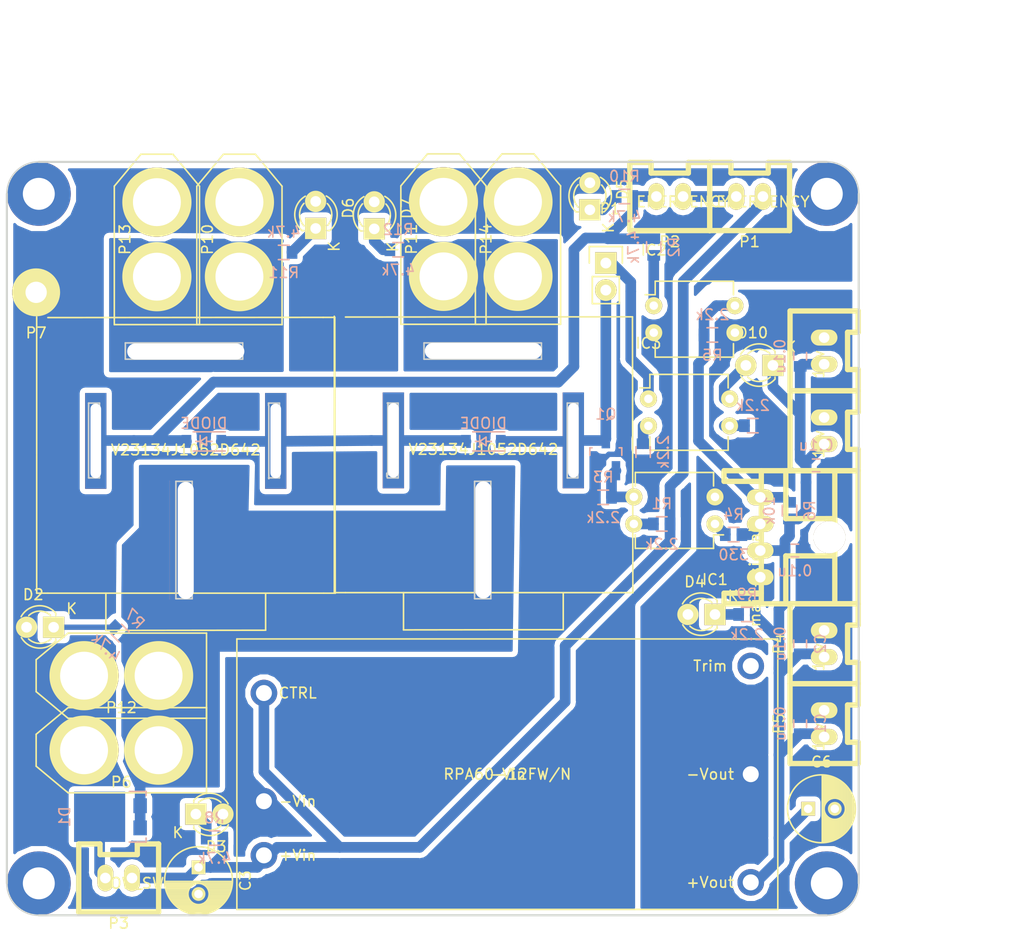
<source format=kicad_pcb>
(kicad_pcb (version 20171130) (host pcbnew "(5.0.2)-1")

  (general
    (thickness 1.6)
    (drawings 52)
    (tracks 152)
    (zones 0)
    (modules 58)
    (nets 30)
  )

  (page A4)
  (layers
    (0 F.Cu signal)
    (31 B.Cu signal)
    (32 B.Adhes user)
    (33 F.Adhes user)
    (34 B.Paste user)
    (35 F.Paste user)
    (36 B.SilkS user)
    (37 F.SilkS user)
    (38 B.Mask user)
    (39 F.Mask user)
    (40 Dwgs.User user)
    (41 Cmts.User user)
    (42 Eco1.User user)
    (43 Eco2.User user)
    (44 Edge.Cuts user)
    (45 Margin user)
    (46 B.CrtYd user)
    (47 F.CrtYd user)
    (48 B.Fab user)
    (49 F.Fab user)
  )

  (setup
    (last_trace_width 1)
    (user_trace_width 0.5)
    (user_trace_width 1)
    (trace_clearance 0.2)
    (zone_clearance 0.5)
    (zone_45_only no)
    (trace_min 0.2)
    (segment_width 0.2)
    (edge_width 0.15)
    (via_size 0.8)
    (via_drill 0.4)
    (via_min_size 0.4)
    (via_min_drill 0.3)
    (user_via 6 3)
    (uvia_size 0.3)
    (uvia_drill 0.1)
    (uvias_allowed no)
    (uvia_min_size 0.2)
    (uvia_min_drill 0.1)
    (pcb_text_width 0.3)
    (pcb_text_size 1.5 1.5)
    (mod_edge_width 0.15)
    (mod_text_size 1 1)
    (mod_text_width 0.15)
    (pad_size 1.524 1.524)
    (pad_drill 0.762)
    (pad_to_mask_clearance 0.2)
    (solder_mask_min_width 0.25)
    (aux_axis_origin 0 0)
    (visible_elements 7FFFFFFF)
    (pcbplotparams
      (layerselection 0x01000_fffffffe)
      (usegerberextensions false)
      (usegerberattributes false)
      (usegerberadvancedattributes false)
      (creategerberjobfile false)
      (excludeedgelayer true)
      (linewidth 0.100000)
      (plotframeref false)
      (viasonmask false)
      (mode 1)
      (useauxorigin false)
      (hpglpennumber 1)
      (hpglpenspeed 20)
      (hpglpendiameter 15.000000)
      (psnegative false)
      (psa4output false)
      (plotreference true)
      (plotvalue true)
      (plotinvisibletext false)
      (padsonsilk false)
      (subtractmaskfromsilk false)
      (outputformat 1)
      (mirror false)
      (drillshape 0)
      (scaleselection 1)
      (outputdirectory ""))
  )

  (net 0 "")
  (net 1 +12V)
  (net 2 GND)
  (net 3 +BATT)
  (net 4 GNDPWR)
  (net 5 "Net-(D2-Pad1)")
  (net 6 "Net-(D3-Pad1)")
  (net 7 "Net-(D4-Pad1)")
  (net 8 "Net-(D5-Pad1)")
  (net 9 "Net-(D6-Pad1)")
  (net 10 "Net-(D7-Pad1)")
  (net 11 "Net-(IC1-Pad4)")
  (net 12 "Net-(IC1-Pad3)")
  (net 13 "Net-(IC1-Pad1)")
  (net 14 "Net-(IC2-Pad1)")
  (net 15 /Relay_state)
  (net 16 /24v)
  (net 17 "Net-(P1-Pad1)")
  (net 18 /Coil)
  (net 19 /Forced_shutdown)
  (net 20 /Power_Out)
  (net 21 /Fun_Out)
  (net 22 /Coil_Out)
  (net 23 "Net-(D1-Pad3)")
  (net 24 "Net-(D8-Pad1)")
  (net 25 "Net-(U1-Pad4)")
  (net 26 "Net-(IC3-Pad1)")
  (net 27 "Net-(IC3-Pad2)")
  (net 28 "Net-(IC3-Pad3)")
  (net 29 "Net-(D10-Pad2)")

  (net_class Default "これはデフォルトのネット クラスです。"
    (clearance 0.2)
    (trace_width 0.25)
    (via_dia 0.8)
    (via_drill 0.4)
    (uvia_dia 0.3)
    (uvia_drill 0.1)
    (add_net +12V)
    (add_net +BATT)
    (add_net /24v)
    (add_net /Coil)
    (add_net /Coil_Out)
    (add_net /Forced_shutdown)
    (add_net /Fun_Out)
    (add_net /Power_Out)
    (add_net /Relay_state)
    (add_net GND)
    (add_net GNDPWR)
    (add_net "Net-(D1-Pad3)")
    (add_net "Net-(D10-Pad2)")
    (add_net "Net-(D2-Pad1)")
    (add_net "Net-(D3-Pad1)")
    (add_net "Net-(D4-Pad1)")
    (add_net "Net-(D5-Pad1)")
    (add_net "Net-(D6-Pad1)")
    (add_net "Net-(D7-Pad1)")
    (add_net "Net-(D8-Pad1)")
    (add_net "Net-(IC1-Pad1)")
    (add_net "Net-(IC1-Pad3)")
    (add_net "Net-(IC1-Pad4)")
    (add_net "Net-(IC2-Pad1)")
    (add_net "Net-(IC3-Pad1)")
    (add_net "Net-(IC3-Pad2)")
    (add_net "Net-(IC3-Pad3)")
    (add_net "Net-(P1-Pad1)")
    (add_net "Net-(U1-Pad4)")
  )

  (module Housings_DIP:DIP-4_W7.62mm (layer F.Cu) (tedit 5C98D8F5) (tstamp 5C945688)
    (at 180.25 58.5)
    (descr "4-lead dip package, row spacing 7.62 mm (300 mils)")
    (tags "dil dip 2.54 300")
    (path /5C979CC9)
    (fp_text reference IC3 (at 0 -5.22) (layer F.SilkS)
      (effects (font (size 1 1) (thickness 0.15)))
    )
    (fp_text value TLP291 (at 0 -3.72) (layer F.Fab)
      (effects (font (size 1 1) (thickness 0.15)))
    )
    (fp_line (start -1.05 -2.45) (end -1.05 5) (layer F.CrtYd) (width 0.05))
    (fp_line (start 8.65 -2.45) (end 8.65 5) (layer F.CrtYd) (width 0.05))
    (fp_line (start -1.05 -2.45) (end 8.65 -2.45) (layer F.CrtYd) (width 0.05))
    (fp_line (start -1.05 5) (end 8.65 5) (layer F.CrtYd) (width 0.05))
    (fp_line (start 0.135 -2.295) (end 0.135 -1.025) (layer F.SilkS) (width 0.15))
    (fp_line (start 7.485 -2.295) (end 7.485 -1.025) (layer F.SilkS) (width 0.15))
    (fp_line (start 7.485 4.835) (end 7.485 3.565) (layer F.SilkS) (width 0.15))
    (fp_line (start 0.135 4.835) (end 0.135 3.565) (layer F.SilkS) (width 0.15))
    (fp_line (start 0.135 -2.295) (end 7.485 -2.295) (layer F.SilkS) (width 0.15))
    (fp_line (start 0.135 4.835) (end 7.485 4.835) (layer F.SilkS) (width 0.15))
    (fp_line (start 0.135 -1.025) (end -0.8 -1.025) (layer F.SilkS) (width 0.15))
    (pad 1 thru_hole oval (at 0 0) (size 1.6 1.6) (drill 0.8) (layers *.Cu *.Mask F.SilkS)
      (net 26 "Net-(IC3-Pad1)"))
    (pad 2 thru_hole oval (at 0 2.54) (size 1.6 1.6) (drill 0.8) (layers *.Cu *.Mask F.SilkS)
      (net 27 "Net-(IC3-Pad2)"))
    (pad 3 thru_hole oval (at 7.62 2.54) (size 1.6 1.6) (drill 0.8) (layers *.Cu *.Mask F.SilkS)
      (net 28 "Net-(IC3-Pad3)"))
    (pad 4 thru_hole oval (at 7.62 0) (size 1.6 1.6) (drill 0.8) (layers *.Cu *.Mask F.SilkS)
      (net 29 "Net-(D10-Pad2)"))
    (model Housings_DIP.3dshapes/DIP-4_W7.62mm.wrl
      (at (xyz 0 0 0))
      (scale (xyz 1 1 1))
      (rotate (xyz 0 0 0))
    )
  )

  (module Capacitors_ThroughHole:C_Radial_D6.3_L11.2_P2.5 (layer F.Cu) (tedit 0) (tstamp 5C96A3FA)
    (at 195.25 97)
    (descr "Radial Electrolytic Capacitor, Diameter 6.3mm x Length 11.2mm, Pitch 2.5mm")
    (tags "Electrolytic Capacitor")
    (path /5C975276)
    (fp_text reference C6 (at 1.25 -4.4) (layer F.SilkS)
      (effects (font (size 1 1) (thickness 0.15)))
    )
    (fp_text value 470u (at 1.25 4.4) (layer F.Fab)
      (effects (font (size 1 1) (thickness 0.15)))
    )
    (fp_circle (center 1.25 0) (end 1.25 -3.4) (layer F.CrtYd) (width 0.05))
    (fp_circle (center 1.25 0) (end 1.25 -3.1875) (layer F.SilkS) (width 0.15))
    (fp_circle (center 2.5 0) (end 2.5 -1) (layer F.SilkS) (width 0.15))
    (fp_line (start 4.265 -0.912) (end 4.265 0.912) (layer F.SilkS) (width 0.15))
    (fp_line (start 4.125 -1.287) (end 4.125 1.287) (layer F.SilkS) (width 0.15))
    (fp_line (start 3.985 -1.563) (end 3.985 1.563) (layer F.SilkS) (width 0.15))
    (fp_line (start 3.845 -1.786) (end 3.845 1.786) (layer F.SilkS) (width 0.15))
    (fp_line (start 3.705 -1.974) (end 3.705 1.974) (layer F.SilkS) (width 0.15))
    (fp_line (start 3.565 -2.136) (end 3.565 2.136) (layer F.SilkS) (width 0.15))
    (fp_line (start 3.425 0.38) (end 3.425 2.279) (layer F.SilkS) (width 0.15))
    (fp_line (start 3.425 -2.279) (end 3.425 -0.38) (layer F.SilkS) (width 0.15))
    (fp_line (start 3.285 0.619) (end 3.285 2.404) (layer F.SilkS) (width 0.15))
    (fp_line (start 3.285 -2.404) (end 3.285 -0.619) (layer F.SilkS) (width 0.15))
    (fp_line (start 3.145 0.764) (end 3.145 2.516) (layer F.SilkS) (width 0.15))
    (fp_line (start 3.145 -2.516) (end 3.145 -0.764) (layer F.SilkS) (width 0.15))
    (fp_line (start 3.005 0.863) (end 3.005 2.616) (layer F.SilkS) (width 0.15))
    (fp_line (start 3.005 -2.616) (end 3.005 -0.863) (layer F.SilkS) (width 0.15))
    (fp_line (start 2.865 0.931) (end 2.865 2.704) (layer F.SilkS) (width 0.15))
    (fp_line (start 2.865 -2.704) (end 2.865 -0.931) (layer F.SilkS) (width 0.15))
    (fp_line (start 2.725 0.974) (end 2.725 2.783) (layer F.SilkS) (width 0.15))
    (fp_line (start 2.725 -2.783) (end 2.725 -0.974) (layer F.SilkS) (width 0.15))
    (fp_line (start 2.585 0.996) (end 2.585 2.853) (layer F.SilkS) (width 0.15))
    (fp_line (start 2.585 -2.853) (end 2.585 -0.996) (layer F.SilkS) (width 0.15))
    (fp_line (start 2.445 0.998) (end 2.445 2.915) (layer F.SilkS) (width 0.15))
    (fp_line (start 2.445 -2.915) (end 2.445 -0.998) (layer F.SilkS) (width 0.15))
    (fp_line (start 2.305 0.981) (end 2.305 2.968) (layer F.SilkS) (width 0.15))
    (fp_line (start 2.305 -2.968) (end 2.305 -0.981) (layer F.SilkS) (width 0.15))
    (fp_line (start 2.165 0.942) (end 2.165 3.014) (layer F.SilkS) (width 0.15))
    (fp_line (start 2.165 -3.014) (end 2.165 -0.942) (layer F.SilkS) (width 0.15))
    (fp_line (start 2.025 0.88) (end 2.025 3.053) (layer F.SilkS) (width 0.15))
    (fp_line (start 2.025 -3.053) (end 2.025 -0.88) (layer F.SilkS) (width 0.15))
    (fp_line (start 1.885 0.789) (end 1.885 3.085) (layer F.SilkS) (width 0.15))
    (fp_line (start 1.885 -3.085) (end 1.885 -0.789) (layer F.SilkS) (width 0.15))
    (fp_line (start 1.745 0.656) (end 1.745 3.111) (layer F.SilkS) (width 0.15))
    (fp_line (start 1.745 -3.111) (end 1.745 -0.656) (layer F.SilkS) (width 0.15))
    (fp_line (start 1.605 0.446) (end 1.605 3.13) (layer F.SilkS) (width 0.15))
    (fp_line (start 1.605 -3.13) (end 1.605 -0.446) (layer F.SilkS) (width 0.15))
    (fp_line (start 1.465 -3.143) (end 1.465 3.143) (layer F.SilkS) (width 0.15))
    (fp_line (start 1.325 -3.149) (end 1.325 3.149) (layer F.SilkS) (width 0.15))
    (pad 1 thru_hole rect (at 0 0) (size 1.3 1.3) (drill 0.8) (layers *.Cu *.Mask F.SilkS)
      (net 1 +12V))
    (pad 2 thru_hole circle (at 2.5 0) (size 1.3 1.3) (drill 0.8) (layers *.Cu *.Mask F.SilkS)
      (net 2 GND))
    (model Capacitors_ThroughHole.3dshapes/C_Radial_D6.3_L11.2_P2.5.wrl
      (at (xyz 0 0 0))
      (scale (xyz 1 1 1))
      (rotate (xyz 0 0 0))
    )
  )

  (module Housings_DIP:DIP-4_W7.62mm (layer F.Cu) (tedit 54130A77) (tstamp 5C689007)
    (at 180.75 49.75)
    (descr "4-lead dip package, row spacing 7.62 mm (300 mils)")
    (tags "dil dip 2.54 300")
    (path /5C622E9E)
    (fp_text reference IC2 (at 0 -5.22) (layer F.SilkS)
      (effects (font (size 1 1) (thickness 0.15)))
    )
    (fp_text value TLP291 (at 0 -3.72) (layer F.Fab)
      (effects (font (size 1 1) (thickness 0.15)))
    )
    (fp_line (start -1.05 -2.45) (end -1.05 5) (layer F.CrtYd) (width 0.05))
    (fp_line (start 8.65 -2.45) (end 8.65 5) (layer F.CrtYd) (width 0.05))
    (fp_line (start -1.05 -2.45) (end 8.65 -2.45) (layer F.CrtYd) (width 0.05))
    (fp_line (start -1.05 5) (end 8.65 5) (layer F.CrtYd) (width 0.05))
    (fp_line (start 0.135 -2.295) (end 0.135 -1.025) (layer F.SilkS) (width 0.15))
    (fp_line (start 7.485 -2.295) (end 7.485 -1.025) (layer F.SilkS) (width 0.15))
    (fp_line (start 7.485 4.835) (end 7.485 3.565) (layer F.SilkS) (width 0.15))
    (fp_line (start 0.135 4.835) (end 0.135 3.565) (layer F.SilkS) (width 0.15))
    (fp_line (start 0.135 -2.295) (end 7.485 -2.295) (layer F.SilkS) (width 0.15))
    (fp_line (start 0.135 4.835) (end 7.485 4.835) (layer F.SilkS) (width 0.15))
    (fp_line (start 0.135 -1.025) (end -0.8 -1.025) (layer F.SilkS) (width 0.15))
    (pad 1 thru_hole oval (at 0 0) (size 1.6 1.6) (drill 0.8) (layers *.Cu *.Mask F.SilkS)
      (net 14 "Net-(IC2-Pad1)"))
    (pad 2 thru_hole oval (at 0 2.54) (size 1.6 1.6) (drill 0.8) (layers *.Cu *.Mask F.SilkS)
      (net 4 GNDPWR))
    (pad 3 thru_hole oval (at 7.62 2.54) (size 1.6 1.6) (drill 0.8) (layers *.Cu *.Mask F.SilkS)
      (net 2 GND))
    (pad 4 thru_hole oval (at 7.62 0) (size 1.6 1.6) (drill 0.8) (layers *.Cu *.Mask F.SilkS)
      (net 15 /Relay_state))
    (model Housings_DIP.3dshapes/DIP-4_W7.62mm.wrl
      (at (xyz 0 0 0))
      (scale (xyz 1 1 1))
      (rotate (xyz 0 0 0))
    )
  )

  (module TO_SOT_Packages_SMD:SOT-23_Handsoldering (layer B.Cu) (tedit 54E9291B) (tstamp 5C6890F5)
    (at 176.25 63.75 180)
    (descr "SOT-23, Handsoldering")
    (tags SOT-23)
    (path /5C62A97B)
    (attr smd)
    (fp_text reference Q1 (at 0 3.81 180) (layer B.SilkS)
      (effects (font (size 1 1) (thickness 0.15)) (justify mirror))
    )
    (fp_text value MOSFET_N_123 (at 0 -3.81 180) (layer B.Fab)
      (effects (font (size 1 1) (thickness 0.15)) (justify mirror))
    )
    (fp_line (start 1.49982 0.65024) (end 1.49982 -0.0508) (layer B.SilkS) (width 0.15))
    (fp_line (start 1.29916 0.65024) (end 1.49982 0.65024) (layer B.SilkS) (width 0.15))
    (fp_line (start -1.49982 0.65024) (end -1.2509 0.65024) (layer B.SilkS) (width 0.15))
    (fp_line (start -1.49982 -0.0508) (end -1.49982 0.65024) (layer B.SilkS) (width 0.15))
    (pad 3 smd rect (at 0 1.50114 180) (size 0.8001 1.80086) (layers B.Cu B.Paste B.Mask)
      (net 22 /Coil_Out))
    (pad 2 smd rect (at 0.95 -1.50114 180) (size 0.8001 1.80086) (layers B.Cu B.Paste B.Mask)
      (net 4 GNDPWR))
    (pad 1 smd rect (at -0.95 -1.50114 180) (size 0.8001 1.80086) (layers B.Cu B.Paste B.Mask)
      (net 12 "Net-(IC1-Pad3)"))
    (model TO_SOT_Packages_SMD.3dshapes/SOT-23_Handsoldering.wrl
      (at (xyz 0 0 0))
      (scale (xyz 1 1 1))
      (rotate (xyz 0 0 0))
    )
  )

  (module LEDs:LED-3MM (layer F.Cu) (tedit 559B82F6) (tstamp 5C6877CF)
    (at 149 42.5 90)
    (descr "LED 3mm round vertical")
    (tags "LED  3mm round vertical")
    (path /5C6497EF)
    (fp_text reference D6 (at 1.91 3.06 90) (layer F.SilkS)
      (effects (font (size 1 1) (thickness 0.15)))
    )
    (fp_text value LED (at 1.3 -2.9 90) (layer F.Fab)
      (effects (font (size 1 1) (thickness 0.15)))
    )
    (fp_line (start -1.2 2.3) (end 3.8 2.3) (layer F.CrtYd) (width 0.05))
    (fp_line (start 3.8 2.3) (end 3.8 -2.2) (layer F.CrtYd) (width 0.05))
    (fp_line (start 3.8 -2.2) (end -1.2 -2.2) (layer F.CrtYd) (width 0.05))
    (fp_line (start -1.2 -2.2) (end -1.2 2.3) (layer F.CrtYd) (width 0.05))
    (fp_line (start -0.199 1.314) (end -0.199 1.114) (layer F.SilkS) (width 0.15))
    (fp_line (start -0.199 -1.28) (end -0.199 -1.1) (layer F.SilkS) (width 0.15))
    (fp_arc (start 1.301 0.034) (end -0.199 -1.286) (angle 108.5) (layer F.SilkS) (width 0.15))
    (fp_arc (start 1.301 0.034) (end 0.25 -1.1) (angle 85.7) (layer F.SilkS) (width 0.15))
    (fp_arc (start 1.311 0.034) (end 3.051 0.994) (angle 110) (layer F.SilkS) (width 0.15))
    (fp_arc (start 1.301 0.034) (end 2.335 1.094) (angle 87.5) (layer F.SilkS) (width 0.15))
    (fp_text user K (at -1.69 1.74 90) (layer F.SilkS)
      (effects (font (size 1 1) (thickness 0.15)))
    )
    (pad 1 thru_hole rect (at 0 0 180) (size 2 2) (drill 1.00076) (layers *.Cu *.Mask F.SilkS)
      (net 9 "Net-(D6-Pad1)"))
    (pad 2 thru_hole circle (at 2.54 0 90) (size 2 2) (drill 1.00076) (layers *.Cu *.Mask F.SilkS)
      (net 4 GNDPWR))
    (model LEDs.3dshapes/LED-3MM.wrl
      (offset (xyz 1.269999980926514 0 0))
      (scale (xyz 1 1 1))
      (rotate (xyz 0 0 90))
    )
  )

  (module RP_KiCAD_Connector:XT60_T (layer F.Cu) (tedit 59A7A6F6) (tstamp 5C65AF78)
    (at 141.84 43.53 270)
    (path /5C63A084)
    (fp_text reference P10 (at 0 3 270) (layer F.SilkS)
      (effects (font (size 1 1) (thickness 0.15)))
    )
    (fp_text value POWER_OUT (at 0 -3 270) (layer F.Fab)
      (effects (font (size 1 1) (thickness 0.15)))
    )
    (fp_line (start -8 1.5) (end -5 4) (layer F.SilkS) (width 0.15))
    (fp_line (start -5 4) (end 8 4) (layer F.SilkS) (width 0.15))
    (fp_line (start -8 -1.5) (end -5 -4) (layer F.SilkS) (width 0.15))
    (fp_line (start -5 -4) (end 8 -4) (layer F.SilkS) (width 0.15))
    (fp_line (start -8 -1.5) (end -8 1.5) (layer F.SilkS) (width 0.15))
    (fp_line (start 8 -4) (end 8 4) (layer F.SilkS) (width 0.15))
    (pad 1 thru_hole circle (at -3.5 0 270) (size 6.5 6.5) (drill 4.5) (layers *.Cu *.Mask F.SilkS)
      (net 4 GNDPWR))
    (pad 2 thru_hole circle (at 3.5 0 270) (size 6.5 6.5) (drill 4.5) (layers *.Cu *.Mask F.SilkS)
      (net 20 /Power_Out))
    (model conn_XT/XT60_M.wrl
      (at (xyz 0 0 0))
      (scale (xyz 4 4 4))
      (rotate (xyz 0 0 0))
    )
  )

  (module LEDs:LED-3MM (layer F.Cu) (tedit 559B82F6) (tstamp 5C6877FF)
    (at 124.39 79.95 180)
    (descr "LED 3mm round vertical")
    (tags "LED  3mm round vertical")
    (path /5C55BC9C)
    (fp_text reference D2 (at 1.91 3.06 180) (layer F.SilkS)
      (effects (font (size 1 1) (thickness 0.15)))
    )
    (fp_text value LED (at 1.3 -2.9 180) (layer F.Fab)
      (effects (font (size 1 1) (thickness 0.15)))
    )
    (fp_text user K (at -1.69 1.74 180) (layer F.SilkS)
      (effects (font (size 1 1) (thickness 0.15)))
    )
    (fp_arc (start 1.301 0.034) (end 2.335 1.094) (angle 87.5) (layer F.SilkS) (width 0.15))
    (fp_arc (start 1.311 0.034) (end 3.051 0.994) (angle 110) (layer F.SilkS) (width 0.15))
    (fp_arc (start 1.301 0.034) (end 0.25 -1.1) (angle 85.7) (layer F.SilkS) (width 0.15))
    (fp_arc (start 1.301 0.034) (end -0.199 -1.286) (angle 108.5) (layer F.SilkS) (width 0.15))
    (fp_line (start -0.199 -1.28) (end -0.199 -1.1) (layer F.SilkS) (width 0.15))
    (fp_line (start -0.199 1.314) (end -0.199 1.114) (layer F.SilkS) (width 0.15))
    (fp_line (start -1.2 -2.2) (end -1.2 2.3) (layer F.CrtYd) (width 0.05))
    (fp_line (start 3.8 -2.2) (end -1.2 -2.2) (layer F.CrtYd) (width 0.05))
    (fp_line (start 3.8 2.3) (end 3.8 -2.2) (layer F.CrtYd) (width 0.05))
    (fp_line (start -1.2 2.3) (end 3.8 2.3) (layer F.CrtYd) (width 0.05))
    (pad 2 thru_hole circle (at 2.54 0 180) (size 2 2) (drill 1.00076) (layers *.Cu *.Mask F.SilkS)
      (net 4 GNDPWR))
    (pad 1 thru_hole rect (at 0 0 270) (size 2 2) (drill 1.00076) (layers *.Cu *.Mask F.SilkS)
      (net 5 "Net-(D2-Pad1)"))
    (model LEDs.3dshapes/LED-3MM.wrl
      (offset (xyz 1.269999980926514 0 0))
      (scale (xyz 1 1 1))
      (rotate (xyz 0 0 90))
    )
  )

  (module LEDs:LED-3MM (layer F.Cu) (tedit 559B82F6) (tstamp 5C65AE98)
    (at 137.75 97.5)
    (descr "LED 3mm round vertical")
    (tags "LED  3mm round vertical")
    (path /5C55BD95)
    (fp_text reference D3 (at 1.91 3.06) (layer F.SilkS)
      (effects (font (size 1 1) (thickness 0.15)))
    )
    (fp_text value LED (at 1.3 -2.9) (layer F.Fab)
      (effects (font (size 1 1) (thickness 0.15)))
    )
    (fp_line (start -1.2 2.3) (end 3.8 2.3) (layer F.CrtYd) (width 0.05))
    (fp_line (start 3.8 2.3) (end 3.8 -2.2) (layer F.CrtYd) (width 0.05))
    (fp_line (start 3.8 -2.2) (end -1.2 -2.2) (layer F.CrtYd) (width 0.05))
    (fp_line (start -1.2 -2.2) (end -1.2 2.3) (layer F.CrtYd) (width 0.05))
    (fp_line (start -0.199 1.314) (end -0.199 1.114) (layer F.SilkS) (width 0.15))
    (fp_line (start -0.199 -1.28) (end -0.199 -1.1) (layer F.SilkS) (width 0.15))
    (fp_arc (start 1.301 0.034) (end -0.199 -1.286) (angle 108.5) (layer F.SilkS) (width 0.15))
    (fp_arc (start 1.301 0.034) (end 0.25 -1.1) (angle 85.7) (layer F.SilkS) (width 0.15))
    (fp_arc (start 1.311 0.034) (end 3.051 0.994) (angle 110) (layer F.SilkS) (width 0.15))
    (fp_arc (start 1.301 0.034) (end 2.335 1.094) (angle 87.5) (layer F.SilkS) (width 0.15))
    (fp_text user K (at -1.69 1.74) (layer F.SilkS)
      (effects (font (size 1 1) (thickness 0.15)))
    )
    (pad 1 thru_hole rect (at 0 0 90) (size 2 2) (drill 1.00076) (layers *.Cu *.Mask F.SilkS)
      (net 6 "Net-(D3-Pad1)"))
    (pad 2 thru_hole circle (at 2.54 0) (size 2 2) (drill 1.00076) (layers *.Cu *.Mask F.SilkS)
      (net 4 GNDPWR))
    (model LEDs.3dshapes/LED-3MM.wrl
      (offset (xyz 1.269999980926514 0 0))
      (scale (xyz 1 1 1))
      (rotate (xyz 0 0 90))
    )
  )

  (module LEDs:LED-3MM (layer F.Cu) (tedit 559B82F6) (tstamp 5C9079C7)
    (at 186.5 78.75 180)
    (descr "LED 3mm round vertical")
    (tags "LED  3mm round vertical")
    (path /5C55BE1E)
    (fp_text reference D4 (at 1.91 3.06 180) (layer F.SilkS)
      (effects (font (size 1 1) (thickness 0.15)))
    )
    (fp_text value LED (at 1.3 -2.9 180) (layer F.Fab)
      (effects (font (size 1 1) (thickness 0.15)))
    )
    (fp_line (start -1.2 2.3) (end 3.8 2.3) (layer F.CrtYd) (width 0.05))
    (fp_line (start 3.8 2.3) (end 3.8 -2.2) (layer F.CrtYd) (width 0.05))
    (fp_line (start 3.8 -2.2) (end -1.2 -2.2) (layer F.CrtYd) (width 0.05))
    (fp_line (start -1.2 -2.2) (end -1.2 2.3) (layer F.CrtYd) (width 0.05))
    (fp_line (start -0.199 1.314) (end -0.199 1.114) (layer F.SilkS) (width 0.15))
    (fp_line (start -0.199 -1.28) (end -0.199 -1.1) (layer F.SilkS) (width 0.15))
    (fp_arc (start 1.301 0.034) (end -0.199 -1.286) (angle 108.5) (layer F.SilkS) (width 0.15))
    (fp_arc (start 1.301 0.034) (end 0.25 -1.1) (angle 85.7) (layer F.SilkS) (width 0.15))
    (fp_arc (start 1.311 0.034) (end 3.051 0.994) (angle 110) (layer F.SilkS) (width 0.15))
    (fp_arc (start 1.301 0.034) (end 2.335 1.094) (angle 87.5) (layer F.SilkS) (width 0.15))
    (fp_text user K (at -1.69 1.74 180) (layer F.SilkS)
      (effects (font (size 1 1) (thickness 0.15)))
    )
    (pad 1 thru_hole rect (at 0 0 270) (size 2 2) (drill 1.00076) (layers *.Cu *.Mask F.SilkS)
      (net 7 "Net-(D4-Pad1)"))
    (pad 2 thru_hole circle (at 2.54 0 180) (size 2 2) (drill 1.00076) (layers *.Cu *.Mask F.SilkS)
      (net 2 GND))
    (model LEDs.3dshapes/LED-3MM.wrl
      (offset (xyz 1.269999980926514 0 0))
      (scale (xyz 1 1 1))
      (rotate (xyz 0 0 90))
    )
  )

  (module LEDs:LED-3MM (layer F.Cu) (tedit 559B82F6) (tstamp 5C65AEBA)
    (at 174.75 40.75 90)
    (descr "LED 3mm round vertical")
    (tags "LED  3mm round vertical")
    (path /5C55C32E)
    (fp_text reference D5 (at 1.91 3.06 90) (layer F.SilkS)
      (effects (font (size 1 1) (thickness 0.15)))
    )
    (fp_text value LED (at 1.3 -2.9 90) (layer F.Fab)
      (effects (font (size 1 1) (thickness 0.15)))
    )
    (fp_text user K (at -1.69 1.74 90) (layer F.SilkS)
      (effects (font (size 1 1) (thickness 0.15)))
    )
    (fp_arc (start 1.301 0.034) (end 2.335 1.094) (angle 87.5) (layer F.SilkS) (width 0.15))
    (fp_arc (start 1.311 0.034) (end 3.051 0.994) (angle 110) (layer F.SilkS) (width 0.15))
    (fp_arc (start 1.301 0.034) (end 0.25 -1.1) (angle 85.7) (layer F.SilkS) (width 0.15))
    (fp_arc (start 1.301 0.034) (end -0.199 -1.286) (angle 108.5) (layer F.SilkS) (width 0.15))
    (fp_line (start -0.199 -1.28) (end -0.199 -1.1) (layer F.SilkS) (width 0.15))
    (fp_line (start -0.199 1.314) (end -0.199 1.114) (layer F.SilkS) (width 0.15))
    (fp_line (start -1.2 -2.2) (end -1.2 2.3) (layer F.CrtYd) (width 0.05))
    (fp_line (start 3.8 -2.2) (end -1.2 -2.2) (layer F.CrtYd) (width 0.05))
    (fp_line (start 3.8 2.3) (end 3.8 -2.2) (layer F.CrtYd) (width 0.05))
    (fp_line (start -1.2 2.3) (end 3.8 2.3) (layer F.CrtYd) (width 0.05))
    (pad 2 thru_hole circle (at 2.54 0 90) (size 2 2) (drill 1.00076) (layers *.Cu *.Mask F.SilkS)
      (net 4 GNDPWR))
    (pad 1 thru_hole rect (at 0 0 180) (size 2 2) (drill 1.00076) (layers *.Cu *.Mask F.SilkS)
      (net 8 "Net-(D5-Pad1)"))
    (model LEDs.3dshapes/LED-3MM.wrl
      (offset (xyz 1.269999980926514 0 0))
      (scale (xyz 1 1 1))
      (rotate (xyz 0 0 90))
    )
  )

  (module LEDs:LED-3MM (layer F.Cu) (tedit 559B82F6) (tstamp 5C68779F)
    (at 154.5 42.54 90)
    (descr "LED 3mm round vertical")
    (tags "LED  3mm round vertical")
    (path /5C64B009)
    (fp_text reference D7 (at 1.91 3.06 90) (layer F.SilkS)
      (effects (font (size 1 1) (thickness 0.15)))
    )
    (fp_text value LED (at 1.3 -2.9 90) (layer F.Fab)
      (effects (font (size 1 1) (thickness 0.15)))
    )
    (fp_line (start -1.2 2.3) (end 3.8 2.3) (layer F.CrtYd) (width 0.05))
    (fp_line (start 3.8 2.3) (end 3.8 -2.2) (layer F.CrtYd) (width 0.05))
    (fp_line (start 3.8 -2.2) (end -1.2 -2.2) (layer F.CrtYd) (width 0.05))
    (fp_line (start -1.2 -2.2) (end -1.2 2.3) (layer F.CrtYd) (width 0.05))
    (fp_line (start -0.199 1.314) (end -0.199 1.114) (layer F.SilkS) (width 0.15))
    (fp_line (start -0.199 -1.28) (end -0.199 -1.1) (layer F.SilkS) (width 0.15))
    (fp_arc (start 1.301 0.034) (end -0.199 -1.286) (angle 108.5) (layer F.SilkS) (width 0.15))
    (fp_arc (start 1.301 0.034) (end 0.25 -1.1) (angle 85.7) (layer F.SilkS) (width 0.15))
    (fp_arc (start 1.311 0.034) (end 3.051 0.994) (angle 110) (layer F.SilkS) (width 0.15))
    (fp_arc (start 1.301 0.034) (end 2.335 1.094) (angle 87.5) (layer F.SilkS) (width 0.15))
    (fp_text user K (at -1.69 1.74 90) (layer F.SilkS)
      (effects (font (size 1 1) (thickness 0.15)))
    )
    (pad 1 thru_hole rect (at 0 0 180) (size 2 2) (drill 1.00076) (layers *.Cu *.Mask F.SilkS)
      (net 10 "Net-(D7-Pad1)"))
    (pad 2 thru_hole circle (at 2.54 0 90) (size 2 2) (drill 1.00076) (layers *.Cu *.Mask F.SilkS)
      (net 4 GNDPWR))
    (model LEDs.3dshapes/LED-3MM.wrl
      (offset (xyz 1.269999980926514 0 0))
      (scale (xyz 1 1 1))
      (rotate (xyz 0 0 90))
    )
  )

  (module Housings_DIP:DIP-4_W7.62mm (layer F.Cu) (tedit 54130A77) (tstamp 5C68903D)
    (at 186.5 70.25 180)
    (descr "4-lead dip package, row spacing 7.62 mm (300 mils)")
    (tags "dil dip 2.54 300")
    (path /5C622CB4)
    (fp_text reference IC1 (at 0 -5.22 180) (layer F.SilkS)
      (effects (font (size 1 1) (thickness 0.15)))
    )
    (fp_text value TLP291 (at 0 -3.72 180) (layer F.Fab)
      (effects (font (size 1 1) (thickness 0.15)))
    )
    (fp_line (start -1.05 -2.45) (end -1.05 5) (layer F.CrtYd) (width 0.05))
    (fp_line (start 8.65 -2.45) (end 8.65 5) (layer F.CrtYd) (width 0.05))
    (fp_line (start -1.05 -2.45) (end 8.65 -2.45) (layer F.CrtYd) (width 0.05))
    (fp_line (start -1.05 5) (end 8.65 5) (layer F.CrtYd) (width 0.05))
    (fp_line (start 0.135 -2.295) (end 0.135 -1.025) (layer F.SilkS) (width 0.15))
    (fp_line (start 7.485 -2.295) (end 7.485 -1.025) (layer F.SilkS) (width 0.15))
    (fp_line (start 7.485 4.835) (end 7.485 3.565) (layer F.SilkS) (width 0.15))
    (fp_line (start 0.135 4.835) (end 0.135 3.565) (layer F.SilkS) (width 0.15))
    (fp_line (start 0.135 -2.295) (end 7.485 -2.295) (layer F.SilkS) (width 0.15))
    (fp_line (start 0.135 4.835) (end 7.485 4.835) (layer F.SilkS) (width 0.15))
    (fp_line (start 0.135 -1.025) (end -0.8 -1.025) (layer F.SilkS) (width 0.15))
    (pad 1 thru_hole oval (at 0 0 180) (size 1.6 1.6) (drill 0.8) (layers *.Cu *.Mask F.SilkS)
      (net 13 "Net-(IC1-Pad1)"))
    (pad 2 thru_hole oval (at 0 2.54 180) (size 1.6 1.6) (drill 0.8) (layers *.Cu *.Mask F.SilkS)
      (net 2 GND))
    (pad 3 thru_hole oval (at 7.62 2.54 180) (size 1.6 1.6) (drill 0.8) (layers *.Cu *.Mask F.SilkS)
      (net 12 "Net-(IC1-Pad3)"))
    (pad 4 thru_hole oval (at 7.62 0 180) (size 1.6 1.6) (drill 0.8) (layers *.Cu *.Mask F.SilkS)
      (net 11 "Net-(IC1-Pad4)"))
    (model Housings_DIP.3dshapes/DIP-4_W7.62mm.wrl
      (at (xyz 0 0 0))
      (scale (xyz 1 1 1))
      (rotate (xyz 0 0 0))
    )
  )

  (module RP_KiCAD_Connector:XT60_T (layer F.Cu) (tedit 59A7A6F6) (tstamp 5C65AF46)
    (at 130.75 91.5)
    (path /5C55BAC0)
    (fp_text reference P6 (at 0 3) (layer F.SilkS)
      (effects (font (size 1 1) (thickness 0.15)))
    )
    (fp_text value POWER_IN (at 0 -3) (layer F.Fab)
      (effects (font (size 1 1) (thickness 0.15)))
    )
    (fp_line (start 8 -4) (end 8 4) (layer F.SilkS) (width 0.15))
    (fp_line (start -8 -1.5) (end -8 1.5) (layer F.SilkS) (width 0.15))
    (fp_line (start -5 -4) (end 8 -4) (layer F.SilkS) (width 0.15))
    (fp_line (start -8 -1.5) (end -5 -4) (layer F.SilkS) (width 0.15))
    (fp_line (start -5 4) (end 8 4) (layer F.SilkS) (width 0.15))
    (fp_line (start -8 1.5) (end -5 4) (layer F.SilkS) (width 0.15))
    (pad 2 thru_hole circle (at 3.5 0) (size 6.5 6.5) (drill 4.5) (layers *.Cu *.Mask F.SilkS)
      (net 3 +BATT))
    (pad 1 thru_hole circle (at -3.5 0) (size 6.5 6.5) (drill 4.5) (layers *.Cu *.Mask F.SilkS)
      (net 4 GNDPWR))
    (model conn_XT/XT60_M.wrl
      (at (xyz 0 0 0))
      (scale (xyz 4 4 4))
      (rotate (xyz 0 0 0))
    )
  )

  (module Pin_Headers:Pin_Header_Straight_1x02 (layer F.Cu) (tedit 54EA090C) (tstamp 5C6CFF77)
    (at 176.25 45.75)
    (descr "Through hole pin header")
    (tags "pin header")
    (path /5C62ABA6)
    (fp_text reference JP1 (at 0 -5.1) (layer F.SilkS)
      (effects (font (size 1 1) (thickness 0.15)))
    )
    (fp_text value JUMPER (at 0 -3.1) (layer F.Fab)
      (effects (font (size 1 1) (thickness 0.15)))
    )
    (fp_line (start -1.27 3.81) (end 1.27 3.81) (layer F.SilkS) (width 0.15))
    (fp_line (start -1.27 1.27) (end -1.27 3.81) (layer F.SilkS) (width 0.15))
    (fp_line (start -1.55 -1.55) (end 1.55 -1.55) (layer F.SilkS) (width 0.15))
    (fp_line (start -1.55 0) (end -1.55 -1.55) (layer F.SilkS) (width 0.15))
    (fp_line (start 1.27 1.27) (end -1.27 1.27) (layer F.SilkS) (width 0.15))
    (fp_line (start -1.75 4.3) (end 1.75 4.3) (layer F.CrtYd) (width 0.05))
    (fp_line (start -1.75 -1.75) (end 1.75 -1.75) (layer F.CrtYd) (width 0.05))
    (fp_line (start 1.75 -1.75) (end 1.75 4.3) (layer F.CrtYd) (width 0.05))
    (fp_line (start -1.75 -1.75) (end -1.75 4.3) (layer F.CrtYd) (width 0.05))
    (fp_line (start 1.55 -1.55) (end 1.55 0) (layer F.SilkS) (width 0.15))
    (fp_line (start 1.27 1.27) (end 1.27 3.81) (layer F.SilkS) (width 0.15))
    (pad 2 thru_hole oval (at 0 2.54) (size 2.032 2.032) (drill 1.016) (layers *.Cu *.Mask F.SilkS)
      (net 22 /Coil_Out))
    (pad 1 thru_hole rect (at 0 0) (size 2.032 2.032) (drill 1.016) (layers *.Cu *.Mask F.SilkS)
      (net 26 "Net-(IC3-Pad1)"))
    (model Pin_Headers.3dshapes/Pin_Header_Straight_1x02.wrl
      (offset (xyz 0 -1.269999980926514 0))
      (scale (xyz 1 1 1))
      (rotate (xyz 0 0 90))
    )
  )

  (module RP_KiCAD_Connector:XT60_T (layer F.Cu) (tedit 59A7A6F6) (tstamp 5C66C0A4)
    (at 161 43.5 270)
    (path /5C63BBB0)
    (fp_text reference P11 (at 0 3 270) (layer F.SilkS)
      (effects (font (size 1 1) (thickness 0.15)))
    )
    (fp_text value FUN_OUT (at 0 -3 270) (layer F.Fab)
      (effects (font (size 1 1) (thickness 0.15)))
    )
    (fp_line (start -8 1.5) (end -5 4) (layer F.SilkS) (width 0.15))
    (fp_line (start -5 4) (end 8 4) (layer F.SilkS) (width 0.15))
    (fp_line (start -8 -1.5) (end -5 -4) (layer F.SilkS) (width 0.15))
    (fp_line (start -5 -4) (end 8 -4) (layer F.SilkS) (width 0.15))
    (fp_line (start -8 -1.5) (end -8 1.5) (layer F.SilkS) (width 0.15))
    (fp_line (start 8 -4) (end 8 4) (layer F.SilkS) (width 0.15))
    (pad 1 thru_hole circle (at -3.5 0 270) (size 6.5 6.5) (drill 4.5) (layers *.Cu *.Mask F.SilkS)
      (net 4 GNDPWR))
    (pad 2 thru_hole circle (at 3.5 0 270) (size 6.5 6.5) (drill 4.5) (layers *.Cu *.Mask F.SilkS)
      (net 21 /Fun_Out))
    (model conn_XT/XT60_M.wrl
      (at (xyz 0 0 0))
      (scale (xyz 4 4 4))
      (rotate (xyz 0 0 0))
    )
  )

  (module TO_SOT_Packages_SMD:TO-277A (layer B.Cu) (tedit 55CD2C58) (tstamp 5C933813)
    (at 129.75 97.75 270)
    (descr "Thermal enhanced ultra thin SMD package; 3 leads; body: 5.8 x 4.3 x 0.78 mm")
    (tags "TO-277A SOT-1289")
    (path /5C980672)
    (fp_text reference D1 (at 0 4.318 270) (layer B.SilkS)
      (effects (font (size 1 1) (thickness 0.15)) (justify mirror))
    )
    (fp_text value SBR_DIODE (at 0 -4.318 270) (layer B.Fab)
      (effects (font (size 1 1) (thickness 0.15)) (justify mirror))
    )
    (fp_line (start 2.375 -1.75) (end 2.375 -3.325) (layer B.SilkS) (width 0.15))
    (fp_line (start 2 -3.325) (end 2.375 -3.325) (layer B.SilkS) (width 0.15))
    (fp_line (start -2.375 -1.75) (end -2.375 -3.325) (layer B.SilkS) (width 0.15))
    (fp_line (start -2.375 -3.325) (end -2 -3.325) (layer B.SilkS) (width 0.15))
    (pad 1 smd rect (at 1.04 -2.765 270) (size 1.4 1.27) (layers B.Cu B.Paste B.Mask)
      (net 3 +BATT))
    (pad 3 smd rect (at 0 1.04 270) (size 4.72 4.8) (layers B.Cu B.Paste B.Mask)
      (net 23 "Net-(D1-Pad3)"))
    (pad 2 smd rect (at -1.04 -2.765 270) (size 1.4 1.27) (layers B.Cu B.Paste B.Mask)
      (net 3 +BATT))
    (model TO_SOT_Packages_SMD.3dshapes/TO-277A.wrl
      (at (xyz 0 0 0))
      (scale (xyz 1 1 1))
      (rotate (xyz 0 0 0))
    )
  )

  (module Mizz_lib:SOD-123 (layer B.Cu) (tedit 5C70464D) (tstamp 5C933833)
    (at 138.5 62.5 180)
    (descr SOD-123)
    (tags SOD-123)
    (path /5C9576C5)
    (attr smd)
    (fp_text reference D8 (at 0 2 180) (layer B.Fab)
      (effects (font (size 1 1) (thickness 0.15)) (justify mirror))
    )
    (fp_text value DIODE (at 0 1.7 180) (layer B.SilkS)
      (effects (font (size 1 1) (thickness 0.15)) (justify mirror))
    )
    (fp_line (start -0.25 0) (end -0.75 0) (layer B.SilkS) (width 0.15))
    (fp_line (start -0.25 -0.4) (end 0.35 0) (layer B.SilkS) (width 0.15))
    (fp_line (start -0.25 0.4) (end -0.25 -0.4) (layer B.SilkS) (width 0.15))
    (fp_line (start 0.35 0) (end -0.25 0.4) (layer B.SilkS) (width 0.15))
    (fp_line (start 0.35 0) (end 0.35 -0.55) (layer B.SilkS) (width 0.15))
    (fp_line (start 0.35 0) (end 0.35 0.55) (layer B.SilkS) (width 0.15))
    (fp_line (start 0.75 0) (end 0.35 0) (layer B.SilkS) (width 0.15))
    (fp_line (start -1.35 -0.8) (end -1.35 0.8) (layer B.Fab) (width 0.15))
    (fp_line (start 1.35 -0.8) (end -1.35 -0.8) (layer B.Fab) (width 0.15))
    (fp_line (start 1.35 0.8) (end 1.35 -0.8) (layer B.Fab) (width 0.15))
    (fp_line (start -1.35 0.8) (end 1.35 0.8) (layer B.Fab) (width 0.15))
    (fp_line (start -2.25 1.05) (end 2.25 1.05) (layer B.CrtYd) (width 0.05))
    (fp_line (start 2.25 1.05) (end 2.25 -1.05) (layer B.CrtYd) (width 0.05))
    (fp_line (start 2.25 -1.05) (end -2.25 -1.05) (layer B.CrtYd) (width 0.05))
    (fp_line (start -2.25 1.05) (end -2.25 -1.05) (layer B.CrtYd) (width 0.05))
    (fp_line (start -2 -0.9) (end 1 -0.9) (layer B.SilkS) (width 0.15))
    (fp_line (start -2 0.9) (end 1 0.9) (layer B.SilkS) (width 0.15))
    (pad 1 smd rect (at -1.635 0 180) (size 0.91 1.22) (layers B.Cu B.Paste B.Mask)
      (net 24 "Net-(D8-Pad1)"))
    (pad 2 smd rect (at 1.635 0 180) (size 0.91 1.22) (layers B.Cu B.Paste B.Mask)
      (net 18 /Coil))
    (model ${KISYS3DMOD}/Diodes_SMD.3dshapes/SOD-123.wrl
      (at (xyz 0 0 0))
      (scale (xyz 1 1 1))
      (rotate (xyz 0 0 0))
    )
    (model C:/Users/Mizuta/Downloads/kicad-packages3D-master/Diode_SMD.3dshapes/D_SOD-123.step
      (at (xyz 0 0 0))
      (scale (xyz 1 1 1))
      (rotate (xyz 0 0 180))
    )
  )

  (module Mizz_lib:SOD-123 (layer B.Cu) (tedit 5C70464D) (tstamp 5C93384A)
    (at 164.75 62.5 180)
    (descr SOD-123)
    (tags SOD-123)
    (path /5C957CE1)
    (attr smd)
    (fp_text reference D9 (at 0 2 180) (layer B.Fab)
      (effects (font (size 1 1) (thickness 0.15)) (justify mirror))
    )
    (fp_text value DIODE (at 0 1.7 180) (layer B.SilkS)
      (effects (font (size 1 1) (thickness 0.15)) (justify mirror))
    )
    (fp_line (start -2 0.9) (end 1 0.9) (layer B.SilkS) (width 0.15))
    (fp_line (start -2 -0.9) (end 1 -0.9) (layer B.SilkS) (width 0.15))
    (fp_line (start -2.25 1.05) (end -2.25 -1.05) (layer B.CrtYd) (width 0.05))
    (fp_line (start 2.25 -1.05) (end -2.25 -1.05) (layer B.CrtYd) (width 0.05))
    (fp_line (start 2.25 1.05) (end 2.25 -1.05) (layer B.CrtYd) (width 0.05))
    (fp_line (start -2.25 1.05) (end 2.25 1.05) (layer B.CrtYd) (width 0.05))
    (fp_line (start -1.35 0.8) (end 1.35 0.8) (layer B.Fab) (width 0.15))
    (fp_line (start 1.35 0.8) (end 1.35 -0.8) (layer B.Fab) (width 0.15))
    (fp_line (start 1.35 -0.8) (end -1.35 -0.8) (layer B.Fab) (width 0.15))
    (fp_line (start -1.35 -0.8) (end -1.35 0.8) (layer B.Fab) (width 0.15))
    (fp_line (start 0.75 0) (end 0.35 0) (layer B.SilkS) (width 0.15))
    (fp_line (start 0.35 0) (end 0.35 0.55) (layer B.SilkS) (width 0.15))
    (fp_line (start 0.35 0) (end 0.35 -0.55) (layer B.SilkS) (width 0.15))
    (fp_line (start 0.35 0) (end -0.25 0.4) (layer B.SilkS) (width 0.15))
    (fp_line (start -0.25 0.4) (end -0.25 -0.4) (layer B.SilkS) (width 0.15))
    (fp_line (start -0.25 -0.4) (end 0.35 0) (layer B.SilkS) (width 0.15))
    (fp_line (start -0.25 0) (end -0.75 0) (layer B.SilkS) (width 0.15))
    (pad 2 smd rect (at 1.635 0 180) (size 0.91 1.22) (layers B.Cu B.Paste B.Mask)
      (net 24 "Net-(D8-Pad1)"))
    (pad 1 smd rect (at -1.635 0 180) (size 0.91 1.22) (layers B.Cu B.Paste B.Mask)
      (net 22 /Coil_Out))
    (model ${KISYS3DMOD}/Diodes_SMD.3dshapes/SOD-123.wrl
      (at (xyz 0 0 0))
      (scale (xyz 1 1 1))
      (rotate (xyz 0 0 0))
    )
    (model C:/Users/Mizuta/Downloads/kicad-packages3D-master/Diode_SMD.3dshapes/D_SOD-123.step
      (at (xyz 0 0 0))
      (scale (xyz 1 1 1))
      (rotate (xyz 0 0 180))
    )
  )

  (module RP_KiCAD_Connector:XT60_T (layer F.Cu) (tedit 59A7A6F6) (tstamp 5C933856)
    (at 130.75 84.5)
    (path /5C96270A)
    (fp_text reference P12 (at 0 3) (layer F.SilkS)
      (effects (font (size 1 1) (thickness 0.15)))
    )
    (fp_text value POWER_IN (at 0 -3) (layer F.Fab)
      (effects (font (size 1 1) (thickness 0.15)))
    )
    (fp_line (start -8 1.5) (end -5 4) (layer F.SilkS) (width 0.15))
    (fp_line (start -5 4) (end 8 4) (layer F.SilkS) (width 0.15))
    (fp_line (start -8 -1.5) (end -5 -4) (layer F.SilkS) (width 0.15))
    (fp_line (start -5 -4) (end 8 -4) (layer F.SilkS) (width 0.15))
    (fp_line (start -8 -1.5) (end -8 1.5) (layer F.SilkS) (width 0.15))
    (fp_line (start 8 -4) (end 8 4) (layer F.SilkS) (width 0.15))
    (pad 1 thru_hole circle (at -3.5 0) (size 6.5 6.5) (drill 4.5) (layers *.Cu *.Mask F.SilkS)
      (net 4 GNDPWR))
    (pad 2 thru_hole circle (at 3.5 0) (size 6.5 6.5) (drill 4.5) (layers *.Cu *.Mask F.SilkS)
      (net 3 +BATT))
    (model conn_XT/XT60_M.wrl
      (at (xyz 0 0 0))
      (scale (xyz 4 4 4))
      (rotate (xyz 0 0 0))
    )
  )

  (module RP_KiCAD_Connector:XT60_T (layer F.Cu) (tedit 59A7A6F6) (tstamp 5C933862)
    (at 134.09 43.53 270)
    (path /5C959E62)
    (fp_text reference P13 (at 0 3 270) (layer F.SilkS)
      (effects (font (size 1 1) (thickness 0.15)))
    )
    (fp_text value POWER_OUT (at 0 -3 270) (layer F.Fab)
      (effects (font (size 1 1) (thickness 0.15)))
    )
    (fp_line (start -8 1.5) (end -5 4) (layer F.SilkS) (width 0.15))
    (fp_line (start -5 4) (end 8 4) (layer F.SilkS) (width 0.15))
    (fp_line (start -8 -1.5) (end -5 -4) (layer F.SilkS) (width 0.15))
    (fp_line (start -5 -4) (end 8 -4) (layer F.SilkS) (width 0.15))
    (fp_line (start -8 -1.5) (end -8 1.5) (layer F.SilkS) (width 0.15))
    (fp_line (start 8 -4) (end 8 4) (layer F.SilkS) (width 0.15))
    (pad 1 thru_hole circle (at -3.5 0 270) (size 6.5 6.5) (drill 4.5) (layers *.Cu *.Mask F.SilkS)
      (net 4 GNDPWR))
    (pad 2 thru_hole circle (at 3.5 0 270) (size 6.5 6.5) (drill 4.5) (layers *.Cu *.Mask F.SilkS)
      (net 20 /Power_Out))
    (model conn_XT/XT60_M.wrl
      (at (xyz 0 0 0))
      (scale (xyz 4 4 4))
      (rotate (xyz 0 0 0))
    )
  )

  (module RP_KiCAD_Connector:XT60_T (layer F.Cu) (tedit 59A7A6F6) (tstamp 5C93386E)
    (at 168 43.5 270)
    (path /5C95BEE6)
    (fp_text reference P14 (at 0 3 270) (layer F.SilkS)
      (effects (font (size 1 1) (thickness 0.15)))
    )
    (fp_text value FUN_OUT (at 0 -3 270) (layer F.Fab)
      (effects (font (size 1 1) (thickness 0.15)))
    )
    (fp_line (start 8 -4) (end 8 4) (layer F.SilkS) (width 0.15))
    (fp_line (start -8 -1.5) (end -8 1.5) (layer F.SilkS) (width 0.15))
    (fp_line (start -5 -4) (end 8 -4) (layer F.SilkS) (width 0.15))
    (fp_line (start -8 -1.5) (end -5 -4) (layer F.SilkS) (width 0.15))
    (fp_line (start -5 4) (end 8 4) (layer F.SilkS) (width 0.15))
    (fp_line (start -8 1.5) (end -5 4) (layer F.SilkS) (width 0.15))
    (pad 2 thru_hole circle (at 3.5 0 270) (size 6.5 6.5) (drill 4.5) (layers *.Cu *.Mask F.SilkS)
      (net 21 /Fun_Out))
    (pad 1 thru_hole circle (at -3.5 0 270) (size 6.5 6.5) (drill 4.5) (layers *.Cu *.Mask F.SilkS)
      (net 4 GNDPWR))
    (model conn_XT/XT60_M.wrl
      (at (xyz 0 0 0))
      (scale (xyz 4 4 4))
      (rotate (xyz 0 0 0))
    )
  )

  (module Mizz_lib:RPA60-24xxSFW (layer F.Cu) (tedit 5C8FAE23) (tstamp 5C96B266)
    (at 167 93.75)
    (path /5C965CD6)
    (fp_text reference U1 (at 0 -2.54) (layer F.SilkS) hide
      (effects (font (size 1 1) (thickness 0.15)))
    )
    (fp_text value RPA60-12FW/N (at 0 0) (layer F.SilkS)
      (effects (font (size 1 1) (thickness 0.15)))
    )
    (fp_line (start 25.4 -12.7) (end 25.4 12.7) (layer F.SilkS) (width 0.15))
    (fp_line (start 25.4 12.7) (end -25.4 12.7) (layer F.SilkS) (width 0.15))
    (fp_line (start -25.4 12.7) (end -25.4 -12.7) (layer F.SilkS) (width 0.15))
    (fp_line (start -25.4 -12.7) (end 25.4 -12.7) (layer F.SilkS) (width 0.15))
    (fp_text user +Vin (at -19.685 7.62) (layer F.SilkS)
      (effects (font (size 1 1) (thickness 0.15)))
    )
    (fp_text user -Vin (at 0 0) (layer F.SilkS)
      (effects (font (size 1 1) (thickness 0.15)))
    )
    (fp_text user -Vin (at -19.685 2.54) (layer F.SilkS)
      (effects (font (size 1 1) (thickness 0.15)))
    )
    (fp_text user CTRL (at -19.685 -7.62) (layer F.SilkS)
      (effects (font (size 1 1) (thickness 0.15)))
    )
    (fp_text user Trim (at 19.05 -10.16) (layer F.SilkS)
      (effects (font (size 1 1) (thickness 0.15)))
    )
    (fp_text user -Vout (at 19.05 0) (layer F.SilkS)
      (effects (font (size 1 1) (thickness 0.15)))
    )
    (fp_text user +Vout (at 19.05 10.16) (layer F.SilkS)
      (effects (font (size 1 1) (thickness 0.15)))
    )
    (pad 1 thru_hole circle (at -22.86 7.62) (size 2.5 2.5) (drill 1.5) (layers *.Cu *.Mask)
      (net 16 /24v))
    (pad 2 thru_hole circle (at -22.86 2.54) (size 2.5 2.5) (drill 1.5) (layers *.Cu *.Mask)
      (net 4 GNDPWR))
    (pad 3 thru_hole circle (at -22.86 -7.62) (size 2.5 2.5) (drill 1.5) (layers *.Cu *.Mask)
      (net 16 /24v))
    (pad 6 thru_hole circle (at 22.86 10.16) (size 2.5 2.5) (drill 1.5) (layers *.Cu *.Mask)
      (net 1 +12V))
    (pad 5 thru_hole circle (at 22.86 0) (size 2.5 2.5) (drill 1.5) (layers *.Cu *.Mask)
      (net 2 GND))
    (pad 4 thru_hole circle (at 22.86 -10.16) (size 2.5 2.5) (drill 1.5) (layers *.Cu *.Mask)
      (net 25 "Net-(U1-Pad4)"))
  )

  (module Mizz_lib:C_0603 (layer B.Cu) (tedit 5C8C8314) (tstamp 5C969F4F)
    (at 194.5 89 90)
    (descr "Capacitor SMD 0603, reflow soldering, AVX (see smccp.pdf)")
    (tags "capacitor 0603")
    (path /5C5F8BB1)
    (attr smd)
    (fp_text reference C1 (at 0 1.9 90) (layer B.SilkS)
      (effects (font (size 1 1) (thickness 0.15)) (justify mirror))
    )
    (fp_text value 0.1u (at 0 -1.9 90) (layer B.SilkS)
      (effects (font (size 1 1) (thickness 0.15)) (justify mirror))
    )
    (fp_line (start 0.35 -0.6) (end -0.35 -0.6) (layer B.SilkS) (width 0.15))
    (fp_line (start -0.35 0.6) (end 0.35 0.6) (layer B.SilkS) (width 0.15))
    (fp_line (start 1.45 0.75) (end 1.45 -0.75) (layer B.CrtYd) (width 0.05))
    (fp_line (start -1.45 0.75) (end -1.45 -0.75) (layer B.CrtYd) (width 0.05))
    (fp_line (start -1.45 -0.75) (end 1.45 -0.75) (layer B.CrtYd) (width 0.05))
    (fp_line (start -1.45 0.75) (end 1.45 0.75) (layer B.CrtYd) (width 0.05))
    (fp_line (start -0.8 0.4) (end 0.8 0.4) (layer B.Fab) (width 0.15))
    (fp_line (start 0.8 0.4) (end 0.8 -0.4) (layer B.Fab) (width 0.15))
    (fp_line (start 0.8 -0.4) (end -0.8 -0.4) (layer B.Fab) (width 0.15))
    (fp_line (start -0.8 -0.4) (end -0.8 0.4) (layer B.Fab) (width 0.15))
    (pad 2 smd rect (at 0.93 0 90) (size 1 1.2) (layers B.Cu B.Paste B.Mask)
      (net 2 GND))
    (pad 1 smd rect (at -0.95 0 90) (size 1 1.2) (layers B.Cu B.Paste B.Mask)
      (net 1 +12V))
    (model C:/Users/Mizuta/Downloads/kicad-packages3D-master/Capacitor_SMD.3dshapes/C_0603_1608Metric.step
      (at (xyz 0 0 0))
      (scale (xyz 1 1 1))
      (rotate (xyz 0 0 0))
    )
  )

  (module Mizz_lib:C_0603 (layer B.Cu) (tedit 5C8C8314) (tstamp 5C969F5E)
    (at 194.5 81.5 90)
    (descr "Capacitor SMD 0603, reflow soldering, AVX (see smccp.pdf)")
    (tags "capacitor 0603")
    (path /5C5F91D8)
    (attr smd)
    (fp_text reference C2 (at 0 1.9 90) (layer B.SilkS)
      (effects (font (size 1 1) (thickness 0.15)) (justify mirror))
    )
    (fp_text value 0.1u (at 0 -1.9 90) (layer B.SilkS)
      (effects (font (size 1 1) (thickness 0.15)) (justify mirror))
    )
    (fp_line (start -0.8 -0.4) (end -0.8 0.4) (layer B.Fab) (width 0.15))
    (fp_line (start 0.8 -0.4) (end -0.8 -0.4) (layer B.Fab) (width 0.15))
    (fp_line (start 0.8 0.4) (end 0.8 -0.4) (layer B.Fab) (width 0.15))
    (fp_line (start -0.8 0.4) (end 0.8 0.4) (layer B.Fab) (width 0.15))
    (fp_line (start -1.45 0.75) (end 1.45 0.75) (layer B.CrtYd) (width 0.05))
    (fp_line (start -1.45 -0.75) (end 1.45 -0.75) (layer B.CrtYd) (width 0.05))
    (fp_line (start -1.45 0.75) (end -1.45 -0.75) (layer B.CrtYd) (width 0.05))
    (fp_line (start 1.45 0.75) (end 1.45 -0.75) (layer B.CrtYd) (width 0.05))
    (fp_line (start -0.35 0.6) (end 0.35 0.6) (layer B.SilkS) (width 0.15))
    (fp_line (start 0.35 -0.6) (end -0.35 -0.6) (layer B.SilkS) (width 0.15))
    (pad 1 smd rect (at -0.95 0 90) (size 1 1.2) (layers B.Cu B.Paste B.Mask)
      (net 1 +12V))
    (pad 2 smd rect (at 0.93 0 90) (size 1 1.2) (layers B.Cu B.Paste B.Mask)
      (net 2 GND))
    (model C:/Users/Mizuta/Downloads/kicad-packages3D-master/Capacitor_SMD.3dshapes/C_0603_1608Metric.step
      (at (xyz 0 0 0))
      (scale (xyz 1 1 1))
      (rotate (xyz 0 0 0))
    )
  )

  (module Mizz_lib:R_0603 (layer B.Cu) (tedit 5C8C82C1) (tstamp 5C969FA9)
    (at 181.5 70.25 180)
    (descr "Resistor SMD 0603, reflow soldering, Vishay (see dcrcw.pdf)")
    (tags "resistor 0603")
    (path /5C622FD8)
    (attr smd)
    (fp_text reference R1 (at 0 1.9 180) (layer B.SilkS)
      (effects (font (size 1 1) (thickness 0.15)) (justify mirror))
    )
    (fp_text value 2.2k (at 0 -1.9 180) (layer B.SilkS)
      (effects (font (size 1 1) (thickness 0.15)) (justify mirror))
    )
    (fp_line (start -1.3 0.8) (end 1.3 0.8) (layer B.CrtYd) (width 0.05))
    (fp_line (start -1.3 -0.8) (end 1.3 -0.8) (layer B.CrtYd) (width 0.05))
    (fp_line (start -1.3 0.8) (end -1.3 -0.8) (layer B.CrtYd) (width 0.05))
    (fp_line (start 1.3 0.8) (end 1.3 -0.8) (layer B.CrtYd) (width 0.05))
    (fp_line (start 0.5 -0.675) (end -0.5 -0.675) (layer B.SilkS) (width 0.15))
    (fp_line (start -0.5 0.675) (end 0.5 0.675) (layer B.SilkS) (width 0.15))
    (pad 1 smd rect (at -0.78 0 180) (size 1 1.2) (layers B.Cu B.Paste B.Mask)
      (net 16 /24v))
    (pad 2 smd rect (at 0.78 0 180) (size 1 1.2) (layers B.Cu B.Paste B.Mask)
      (net 11 "Net-(IC1-Pad4)"))
    (model C:/Users/Mizuta/Downloads/kicad-packages3D-master/Resistor_SMD.3dshapes/R_0603_1608Metric.step
      (at (xyz 0 0 0))
      (scale (xyz 1 1 1))
      (rotate (xyz 0 0 0))
    )
  )

  (module Mizz_lib:R_0603 (layer B.Cu) (tedit 5C8C82C1) (tstamp 5C969FB4)
    (at 180.75 44.25 90)
    (descr "Resistor SMD 0603, reflow soldering, Vishay (see dcrcw.pdf)")
    (tags "resistor 0603")
    (path /5C62336E)
    (attr smd)
    (fp_text reference R2 (at 0 1.9 90) (layer B.SilkS)
      (effects (font (size 1 1) (thickness 0.15)) (justify mirror))
    )
    (fp_text value 4.7k (at 0 -1.9 90) (layer B.SilkS)
      (effects (font (size 1 1) (thickness 0.15)) (justify mirror))
    )
    (fp_line (start -1.3 0.8) (end 1.3 0.8) (layer B.CrtYd) (width 0.05))
    (fp_line (start -1.3 -0.8) (end 1.3 -0.8) (layer B.CrtYd) (width 0.05))
    (fp_line (start -1.3 0.8) (end -1.3 -0.8) (layer B.CrtYd) (width 0.05))
    (fp_line (start 1.3 0.8) (end 1.3 -0.8) (layer B.CrtYd) (width 0.05))
    (fp_line (start 0.5 -0.675) (end -0.5 -0.675) (layer B.SilkS) (width 0.15))
    (fp_line (start -0.5 0.675) (end 0.5 0.675) (layer B.SilkS) (width 0.15))
    (pad 1 smd rect (at -0.78 0 90) (size 1 1.2) (layers B.Cu B.Paste B.Mask)
      (net 14 "Net-(IC2-Pad1)"))
    (pad 2 smd rect (at 0.78 0 90) (size 1 1.2) (layers B.Cu B.Paste B.Mask)
      (net 18 /Coil))
    (model C:/Users/Mizuta/Downloads/kicad-packages3D-master/Resistor_SMD.3dshapes/R_0603_1608Metric.step
      (at (xyz 0 0 0))
      (scale (xyz 1 1 1))
      (rotate (xyz 0 0 0))
    )
  )

  (module Mizz_lib:R_0603 (layer B.Cu) (tedit 5C8C82C1) (tstamp 5C969FBF)
    (at 176 67.75 180)
    (descr "Resistor SMD 0603, reflow soldering, Vishay (see dcrcw.pdf)")
    (tags "resistor 0603")
    (path /5C62A7D0)
    (attr smd)
    (fp_text reference R3 (at 0 1.9 180) (layer B.SilkS)
      (effects (font (size 1 1) (thickness 0.15)) (justify mirror))
    )
    (fp_text value 2.2k (at 0 -1.9 180) (layer B.SilkS)
      (effects (font (size 1 1) (thickness 0.15)) (justify mirror))
    )
    (fp_line (start -0.5 0.675) (end 0.5 0.675) (layer B.SilkS) (width 0.15))
    (fp_line (start 0.5 -0.675) (end -0.5 -0.675) (layer B.SilkS) (width 0.15))
    (fp_line (start 1.3 0.8) (end 1.3 -0.8) (layer B.CrtYd) (width 0.05))
    (fp_line (start -1.3 0.8) (end -1.3 -0.8) (layer B.CrtYd) (width 0.05))
    (fp_line (start -1.3 -0.8) (end 1.3 -0.8) (layer B.CrtYd) (width 0.05))
    (fp_line (start -1.3 0.8) (end 1.3 0.8) (layer B.CrtYd) (width 0.05))
    (pad 2 smd rect (at 0.78 0 180) (size 1 1.2) (layers B.Cu B.Paste B.Mask)
      (net 4 GNDPWR))
    (pad 1 smd rect (at -0.78 0 180) (size 1 1.2) (layers B.Cu B.Paste B.Mask)
      (net 12 "Net-(IC1-Pad3)"))
    (model C:/Users/Mizuta/Downloads/kicad-packages3D-master/Resistor_SMD.3dshapes/R_0603_1608Metric.step
      (at (xyz 0 0 0))
      (scale (xyz 1 1 1))
      (rotate (xyz 0 0 0))
    )
  )

  (module Mizz_lib:R_0603 (layer B.Cu) (tedit 5C8C82C1) (tstamp 5C969FCA)
    (at 188.25 71.25 180)
    (descr "Resistor SMD 0603, reflow soldering, Vishay (see dcrcw.pdf)")
    (tags "resistor 0603")
    (path /5C629458)
    (attr smd)
    (fp_text reference R4 (at 0 1.9 180) (layer B.SilkS)
      (effects (font (size 1 1) (thickness 0.15)) (justify mirror))
    )
    (fp_text value 330 (at 0 -1.9 180) (layer B.SilkS)
      (effects (font (size 1 1) (thickness 0.15)) (justify mirror))
    )
    (fp_line (start -0.5 0.675) (end 0.5 0.675) (layer B.SilkS) (width 0.15))
    (fp_line (start 0.5 -0.675) (end -0.5 -0.675) (layer B.SilkS) (width 0.15))
    (fp_line (start 1.3 0.8) (end 1.3 -0.8) (layer B.CrtYd) (width 0.05))
    (fp_line (start -1.3 0.8) (end -1.3 -0.8) (layer B.CrtYd) (width 0.05))
    (fp_line (start -1.3 -0.8) (end 1.3 -0.8) (layer B.CrtYd) (width 0.05))
    (fp_line (start -1.3 0.8) (end 1.3 0.8) (layer B.CrtYd) (width 0.05))
    (pad 2 smd rect (at 0.78 0 180) (size 1 1.2) (layers B.Cu B.Paste B.Mask)
      (net 13 "Net-(IC1-Pad1)"))
    (pad 1 smd rect (at -0.78 0 180) (size 1 1.2) (layers B.Cu B.Paste B.Mask)
      (net 19 /Forced_shutdown))
    (model C:/Users/Mizuta/Downloads/kicad-packages3D-master/Resistor_SMD.3dshapes/R_0603_1608Metric.step
      (at (xyz 0 0 0))
      (scale (xyz 1 1 1))
      (rotate (xyz 0 0 0))
    )
  )

  (module Mizz_lib:R_0603 (layer B.Cu) (tedit 5C8C82C1) (tstamp 5C969FD5)
    (at 186.25 52.5)
    (descr "Resistor SMD 0603, reflow soldering, Vishay (see dcrcw.pdf)")
    (tags "resistor 0603")
    (path /5C62606E)
    (attr smd)
    (fp_text reference R5 (at 0 1.9) (layer B.SilkS)
      (effects (font (size 1 1) (thickness 0.15)) (justify mirror))
    )
    (fp_text value 2.2k (at 0 -1.9) (layer B.SilkS)
      (effects (font (size 1 1) (thickness 0.15)) (justify mirror))
    )
    (fp_line (start -1.3 0.8) (end 1.3 0.8) (layer B.CrtYd) (width 0.05))
    (fp_line (start -1.3 -0.8) (end 1.3 -0.8) (layer B.CrtYd) (width 0.05))
    (fp_line (start -1.3 0.8) (end -1.3 -0.8) (layer B.CrtYd) (width 0.05))
    (fp_line (start 1.3 0.8) (end 1.3 -0.8) (layer B.CrtYd) (width 0.05))
    (fp_line (start 0.5 -0.675) (end -0.5 -0.675) (layer B.SilkS) (width 0.15))
    (fp_line (start -0.5 0.675) (end 0.5 0.675) (layer B.SilkS) (width 0.15))
    (pad 1 smd rect (at -0.78 0) (size 1 1.2) (layers B.Cu B.Paste B.Mask)
      (net 15 /Relay_state))
    (pad 2 smd rect (at 0.78 0) (size 1 1.2) (layers B.Cu B.Paste B.Mask)
      (net 2 GND))
    (model C:/Users/Mizuta/Downloads/kicad-packages3D-master/Resistor_SMD.3dshapes/R_0603_1608Metric.step
      (at (xyz 0 0 0))
      (scale (xyz 1 1 1))
      (rotate (xyz 0 0 0))
    )
  )

  (module Mizz_lib:R_0603 (layer B.Cu) (tedit 5C8C82C1) (tstamp 5C969FE0)
    (at 193.5 69 90)
    (descr "Resistor SMD 0603, reflow soldering, Vishay (see dcrcw.pdf)")
    (tags "resistor 0603")
    (path /5C624EFF)
    (attr smd)
    (fp_text reference R6 (at 0 1.9 90) (layer B.SilkS)
      (effects (font (size 1 1) (thickness 0.15)) (justify mirror))
    )
    (fp_text value 10k (at 0 -1.9 90) (layer B.SilkS)
      (effects (font (size 1 1) (thickness 0.15)) (justify mirror))
    )
    (fp_line (start -0.5 0.675) (end 0.5 0.675) (layer B.SilkS) (width 0.15))
    (fp_line (start 0.5 -0.675) (end -0.5 -0.675) (layer B.SilkS) (width 0.15))
    (fp_line (start 1.3 0.8) (end 1.3 -0.8) (layer B.CrtYd) (width 0.05))
    (fp_line (start -1.3 0.8) (end -1.3 -0.8) (layer B.CrtYd) (width 0.05))
    (fp_line (start -1.3 -0.8) (end 1.3 -0.8) (layer B.CrtYd) (width 0.05))
    (fp_line (start -1.3 0.8) (end 1.3 0.8) (layer B.CrtYd) (width 0.05))
    (pad 2 smd rect (at 0.78 0 90) (size 1 1.2) (layers B.Cu B.Paste B.Mask)
      (net 15 /Relay_state))
    (pad 1 smd rect (at -0.78 0 90) (size 1 1.2) (layers B.Cu B.Paste B.Mask)
      (net 1 +12V))
    (model C:/Users/Mizuta/Downloads/kicad-packages3D-master/Resistor_SMD.3dshapes/R_0603_1608Metric.step
      (at (xyz 0 0 0))
      (scale (xyz 1 1 1))
      (rotate (xyz 0 0 0))
    )
  )

  (module Mizz_lib:R_0603 (layer B.Cu) (tedit 5C8C82C1) (tstamp 5C969FEB)
    (at 130.65 80.5 135)
    (descr "Resistor SMD 0603, reflow soldering, Vishay (see dcrcw.pdf)")
    (tags "resistor 0603")
    (path /5C55BC13)
    (attr smd)
    (fp_text reference R7 (at 0 1.9 135) (layer B.SilkS)
      (effects (font (size 1 1) (thickness 0.15)) (justify mirror))
    )
    (fp_text value 4.7k (at 0 -1.9 135) (layer B.SilkS)
      (effects (font (size 1 1) (thickness 0.15)) (justify mirror))
    )
    (fp_line (start -0.5 0.675) (end 0.5 0.675) (layer B.SilkS) (width 0.15))
    (fp_line (start 0.5 -0.675) (end -0.5 -0.675) (layer B.SilkS) (width 0.15))
    (fp_line (start 1.3 0.8) (end 1.3 -0.8) (layer B.CrtYd) (width 0.05))
    (fp_line (start -1.3 0.8) (end -1.3 -0.8) (layer B.CrtYd) (width 0.05))
    (fp_line (start -1.3 -0.8) (end 1.3 -0.8) (layer B.CrtYd) (width 0.05))
    (fp_line (start -1.3 0.8) (end 1.3 0.8) (layer B.CrtYd) (width 0.05))
    (pad 2 smd rect (at 0.78 0 135) (size 1 1.2) (layers B.Cu B.Paste B.Mask)
      (net 5 "Net-(D2-Pad1)"))
    (pad 1 smd rect (at -0.78 0 135) (size 1 1.2) (layers B.Cu B.Paste B.Mask)
      (net 3 +BATT))
    (model C:/Users/Mizuta/Downloads/kicad-packages3D-master/Resistor_SMD.3dshapes/R_0603_1608Metric.step
      (at (xyz 0 0 0))
      (scale (xyz 1 1 1))
      (rotate (xyz 0 0 0))
    )
  )

  (module Mizz_lib:R_0603 (layer B.Cu) (tedit 5C8C82C1) (tstamp 5C969FF6)
    (at 139.5 99.75 180)
    (descr "Resistor SMD 0603, reflow soldering, Vishay (see dcrcw.pdf)")
    (tags "resistor 0603")
    (path /5C55BC39)
    (attr smd)
    (fp_text reference R8 (at 0 1.9 180) (layer B.SilkS)
      (effects (font (size 1 1) (thickness 0.15)) (justify mirror))
    )
    (fp_text value 4.7k (at 0 -1.9 180) (layer B.SilkS)
      (effects (font (size 1 1) (thickness 0.15)) (justify mirror))
    )
    (fp_line (start -1.3 0.8) (end 1.3 0.8) (layer B.CrtYd) (width 0.05))
    (fp_line (start -1.3 -0.8) (end 1.3 -0.8) (layer B.CrtYd) (width 0.05))
    (fp_line (start -1.3 0.8) (end -1.3 -0.8) (layer B.CrtYd) (width 0.05))
    (fp_line (start 1.3 0.8) (end 1.3 -0.8) (layer B.CrtYd) (width 0.05))
    (fp_line (start 0.5 -0.675) (end -0.5 -0.675) (layer B.SilkS) (width 0.15))
    (fp_line (start -0.5 0.675) (end 0.5 0.675) (layer B.SilkS) (width 0.15))
    (pad 1 smd rect (at -0.78 0 180) (size 1 1.2) (layers B.Cu B.Paste B.Mask)
      (net 16 /24v))
    (pad 2 smd rect (at 0.78 0 180) (size 1 1.2) (layers B.Cu B.Paste B.Mask)
      (net 6 "Net-(D3-Pad1)"))
    (model C:/Users/Mizuta/Downloads/kicad-packages3D-master/Resistor_SMD.3dshapes/R_0603_1608Metric.step
      (at (xyz 0 0 0))
      (scale (xyz 1 1 1))
      (rotate (xyz 0 0 0))
    )
  )

  (module Mizz_lib:R_0603 (layer B.Cu) (tedit 5C8C82C1) (tstamp 5C96A001)
    (at 189.5 78.75 180)
    (descr "Resistor SMD 0603, reflow soldering, Vishay (see dcrcw.pdf)")
    (tags "resistor 0603")
    (path /5C55BDE6)
    (attr smd)
    (fp_text reference R9 (at 0 1.9 180) (layer B.SilkS)
      (effects (font (size 1 1) (thickness 0.15)) (justify mirror))
    )
    (fp_text value 2.2k (at 0 -1.9 180) (layer B.SilkS)
      (effects (font (size 1 1) (thickness 0.15)) (justify mirror))
    )
    (fp_line (start -0.5 0.675) (end 0.5 0.675) (layer B.SilkS) (width 0.15))
    (fp_line (start 0.5 -0.675) (end -0.5 -0.675) (layer B.SilkS) (width 0.15))
    (fp_line (start 1.3 0.8) (end 1.3 -0.8) (layer B.CrtYd) (width 0.05))
    (fp_line (start -1.3 0.8) (end -1.3 -0.8) (layer B.CrtYd) (width 0.05))
    (fp_line (start -1.3 -0.8) (end 1.3 -0.8) (layer B.CrtYd) (width 0.05))
    (fp_line (start -1.3 0.8) (end 1.3 0.8) (layer B.CrtYd) (width 0.05))
    (pad 2 smd rect (at 0.78 0 180) (size 1 1.2) (layers B.Cu B.Paste B.Mask)
      (net 7 "Net-(D4-Pad1)"))
    (pad 1 smd rect (at -0.78 0 180) (size 1 1.2) (layers B.Cu B.Paste B.Mask)
      (net 1 +12V))
    (model C:/Users/Mizuta/Downloads/kicad-packages3D-master/Resistor_SMD.3dshapes/R_0603_1608Metric.step
      (at (xyz 0 0 0))
      (scale (xyz 1 1 1))
      (rotate (xyz 0 0 0))
    )
  )

  (module Mizz_lib:R_0603 (layer B.Cu) (tedit 5C8C82C1) (tstamp 5C907AFF)
    (at 178 39.5 180)
    (descr "Resistor SMD 0603, reflow soldering, Vishay (see dcrcw.pdf)")
    (tags "resistor 0603")
    (path /5C55C38F)
    (attr smd)
    (fp_text reference R10 (at 0 1.9 180) (layer B.SilkS)
      (effects (font (size 1 1) (thickness 0.15)) (justify mirror))
    )
    (fp_text value 4.7k (at 0 -1.9 180) (layer B.SilkS)
      (effects (font (size 1 1) (thickness 0.15)) (justify mirror))
    )
    (fp_line (start -1.3 0.8) (end 1.3 0.8) (layer B.CrtYd) (width 0.05))
    (fp_line (start -1.3 -0.8) (end 1.3 -0.8) (layer B.CrtYd) (width 0.05))
    (fp_line (start -1.3 0.8) (end -1.3 -0.8) (layer B.CrtYd) (width 0.05))
    (fp_line (start 1.3 0.8) (end 1.3 -0.8) (layer B.CrtYd) (width 0.05))
    (fp_line (start 0.5 -0.675) (end -0.5 -0.675) (layer B.SilkS) (width 0.15))
    (fp_line (start -0.5 0.675) (end 0.5 0.675) (layer B.SilkS) (width 0.15))
    (pad 1 smd rect (at -0.78 0 180) (size 1 1.2) (layers B.Cu B.Paste B.Mask)
      (net 18 /Coil))
    (pad 2 smd rect (at 0.78 0 180) (size 1 1.2) (layers B.Cu B.Paste B.Mask)
      (net 8 "Net-(D5-Pad1)"))
    (model C:/Users/Mizuta/Downloads/kicad-packages3D-master/Resistor_SMD.3dshapes/R_0603_1608Metric.step
      (at (xyz 0 0 0))
      (scale (xyz 1 1 1))
      (rotate (xyz 0 0 0))
    )
  )

  (module Mizz_lib:R_0603 (layer B.Cu) (tedit 5C8C82C1) (tstamp 5C96A017)
    (at 146 44.75)
    (descr "Resistor SMD 0603, reflow soldering, Vishay (see dcrcw.pdf)")
    (tags "resistor 0603")
    (path /5C6497F5)
    (attr smd)
    (fp_text reference R11 (at 0 1.9) (layer B.SilkS)
      (effects (font (size 1 1) (thickness 0.15)) (justify mirror))
    )
    (fp_text value 4.7k (at 0 -1.9) (layer B.SilkS)
      (effects (font (size 1 1) (thickness 0.15)) (justify mirror))
    )
    (fp_line (start -1.3 0.8) (end 1.3 0.8) (layer B.CrtYd) (width 0.05))
    (fp_line (start -1.3 -0.8) (end 1.3 -0.8) (layer B.CrtYd) (width 0.05))
    (fp_line (start -1.3 0.8) (end -1.3 -0.8) (layer B.CrtYd) (width 0.05))
    (fp_line (start 1.3 0.8) (end 1.3 -0.8) (layer B.CrtYd) (width 0.05))
    (fp_line (start 0.5 -0.675) (end -0.5 -0.675) (layer B.SilkS) (width 0.15))
    (fp_line (start -0.5 0.675) (end 0.5 0.675) (layer B.SilkS) (width 0.15))
    (pad 1 smd rect (at -0.78 0) (size 1 1.2) (layers B.Cu B.Paste B.Mask)
      (net 20 /Power_Out))
    (pad 2 smd rect (at 0.78 0) (size 1 1.2) (layers B.Cu B.Paste B.Mask)
      (net 9 "Net-(D6-Pad1)"))
    (model C:/Users/Mizuta/Downloads/kicad-packages3D-master/Resistor_SMD.3dshapes/R_0603_1608Metric.step
      (at (xyz 0 0 0))
      (scale (xyz 1 1 1))
      (rotate (xyz 0 0 0))
    )
  )

  (module Mizz_lib:R_0603 (layer B.Cu) (tedit 5C8C82C1) (tstamp 5C907894)
    (at 156.75 44.5 180)
    (descr "Resistor SMD 0603, reflow soldering, Vishay (see dcrcw.pdf)")
    (tags "resistor 0603")
    (path /5C64B00F)
    (attr smd)
    (fp_text reference R12 (at 0 1.9 180) (layer B.SilkS)
      (effects (font (size 1 1) (thickness 0.15)) (justify mirror))
    )
    (fp_text value 4.7k (at 0 -1.9 180) (layer B.SilkS)
      (effects (font (size 1 1) (thickness 0.15)) (justify mirror))
    )
    (fp_line (start -0.5 0.675) (end 0.5 0.675) (layer B.SilkS) (width 0.15))
    (fp_line (start 0.5 -0.675) (end -0.5 -0.675) (layer B.SilkS) (width 0.15))
    (fp_line (start 1.3 0.8) (end 1.3 -0.8) (layer B.CrtYd) (width 0.05))
    (fp_line (start -1.3 0.8) (end -1.3 -0.8) (layer B.CrtYd) (width 0.05))
    (fp_line (start -1.3 -0.8) (end 1.3 -0.8) (layer B.CrtYd) (width 0.05))
    (fp_line (start -1.3 0.8) (end 1.3 0.8) (layer B.CrtYd) (width 0.05))
    (pad 2 smd rect (at 0.78 0 180) (size 1 1.2) (layers B.Cu B.Paste B.Mask)
      (net 10 "Net-(D7-Pad1)"))
    (pad 1 smd rect (at -0.78 0 180) (size 1 1.2) (layers B.Cu B.Paste B.Mask)
      (net 21 /Fun_Out))
    (model C:/Users/Mizuta/Downloads/kicad-packages3D-master/Resistor_SMD.3dshapes/R_0603_1608Metric.step
      (at (xyz 0 0 0))
      (scale (xyz 1 1 1))
      (rotate (xyz 0 0 0))
    )
  )

  (module Capacitors_ThroughHole:C_Radial_D6.3_L11.2_P2.5 (layer F.Cu) (tedit 0) (tstamp 5C96A3CE)
    (at 138 102.5 270)
    (descr "Radial Electrolytic Capacitor, Diameter 6.3mm x Length 11.2mm, Pitch 2.5mm")
    (tags "Electrolytic Capacitor")
    (path /5C9664CB)
    (fp_text reference C3 (at 1.25 -4.4 270) (layer F.SilkS)
      (effects (font (size 1 1) (thickness 0.15)))
    )
    (fp_text value 470u (at 1.25 4.4 270) (layer F.Fab)
      (effects (font (size 1 1) (thickness 0.15)))
    )
    (fp_line (start 1.325 -3.149) (end 1.325 3.149) (layer F.SilkS) (width 0.15))
    (fp_line (start 1.465 -3.143) (end 1.465 3.143) (layer F.SilkS) (width 0.15))
    (fp_line (start 1.605 -3.13) (end 1.605 -0.446) (layer F.SilkS) (width 0.15))
    (fp_line (start 1.605 0.446) (end 1.605 3.13) (layer F.SilkS) (width 0.15))
    (fp_line (start 1.745 -3.111) (end 1.745 -0.656) (layer F.SilkS) (width 0.15))
    (fp_line (start 1.745 0.656) (end 1.745 3.111) (layer F.SilkS) (width 0.15))
    (fp_line (start 1.885 -3.085) (end 1.885 -0.789) (layer F.SilkS) (width 0.15))
    (fp_line (start 1.885 0.789) (end 1.885 3.085) (layer F.SilkS) (width 0.15))
    (fp_line (start 2.025 -3.053) (end 2.025 -0.88) (layer F.SilkS) (width 0.15))
    (fp_line (start 2.025 0.88) (end 2.025 3.053) (layer F.SilkS) (width 0.15))
    (fp_line (start 2.165 -3.014) (end 2.165 -0.942) (layer F.SilkS) (width 0.15))
    (fp_line (start 2.165 0.942) (end 2.165 3.014) (layer F.SilkS) (width 0.15))
    (fp_line (start 2.305 -2.968) (end 2.305 -0.981) (layer F.SilkS) (width 0.15))
    (fp_line (start 2.305 0.981) (end 2.305 2.968) (layer F.SilkS) (width 0.15))
    (fp_line (start 2.445 -2.915) (end 2.445 -0.998) (layer F.SilkS) (width 0.15))
    (fp_line (start 2.445 0.998) (end 2.445 2.915) (layer F.SilkS) (width 0.15))
    (fp_line (start 2.585 -2.853) (end 2.585 -0.996) (layer F.SilkS) (width 0.15))
    (fp_line (start 2.585 0.996) (end 2.585 2.853) (layer F.SilkS) (width 0.15))
    (fp_line (start 2.725 -2.783) (end 2.725 -0.974) (layer F.SilkS) (width 0.15))
    (fp_line (start 2.725 0.974) (end 2.725 2.783) (layer F.SilkS) (width 0.15))
    (fp_line (start 2.865 -2.704) (end 2.865 -0.931) (layer F.SilkS) (width 0.15))
    (fp_line (start 2.865 0.931) (end 2.865 2.704) (layer F.SilkS) (width 0.15))
    (fp_line (start 3.005 -2.616) (end 3.005 -0.863) (layer F.SilkS) (width 0.15))
    (fp_line (start 3.005 0.863) (end 3.005 2.616) (layer F.SilkS) (width 0.15))
    (fp_line (start 3.145 -2.516) (end 3.145 -0.764) (layer F.SilkS) (width 0.15))
    (fp_line (start 3.145 0.764) (end 3.145 2.516) (layer F.SilkS) (width 0.15))
    (fp_line (start 3.285 -2.404) (end 3.285 -0.619) (layer F.SilkS) (width 0.15))
    (fp_line (start 3.285 0.619) (end 3.285 2.404) (layer F.SilkS) (width 0.15))
    (fp_line (start 3.425 -2.279) (end 3.425 -0.38) (layer F.SilkS) (width 0.15))
    (fp_line (start 3.425 0.38) (end 3.425 2.279) (layer F.SilkS) (width 0.15))
    (fp_line (start 3.565 -2.136) (end 3.565 2.136) (layer F.SilkS) (width 0.15))
    (fp_line (start 3.705 -1.974) (end 3.705 1.974) (layer F.SilkS) (width 0.15))
    (fp_line (start 3.845 -1.786) (end 3.845 1.786) (layer F.SilkS) (width 0.15))
    (fp_line (start 3.985 -1.563) (end 3.985 1.563) (layer F.SilkS) (width 0.15))
    (fp_line (start 4.125 -1.287) (end 4.125 1.287) (layer F.SilkS) (width 0.15))
    (fp_line (start 4.265 -0.912) (end 4.265 0.912) (layer F.SilkS) (width 0.15))
    (fp_circle (center 2.5 0) (end 2.5 -1) (layer F.SilkS) (width 0.15))
    (fp_circle (center 1.25 0) (end 1.25 -3.1875) (layer F.SilkS) (width 0.15))
    (fp_circle (center 1.25 0) (end 1.25 -3.4) (layer F.CrtYd) (width 0.05))
    (pad 2 thru_hole circle (at 2.5 0 270) (size 1.3 1.3) (drill 0.8) (layers *.Cu *.Mask F.SilkS)
      (net 4 GNDPWR))
    (pad 1 thru_hole rect (at 0 0 270) (size 1.3 1.3) (drill 0.8) (layers *.Cu *.Mask F.SilkS)
      (net 16 /24v))
    (model Capacitors_ThroughHole.3dshapes/C_Radial_D6.3_L11.2_P2.5.wrl
      (at (xyz 0 0 0))
      (scale (xyz 1 1 1))
      (rotate (xyz 0 0 0))
    )
  )

  (module Mizz_lib:C_0603 (layer B.Cu) (tedit 5C8C8314) (tstamp 5C96A647)
    (at 194 72.75 180)
    (descr "Capacitor SMD 0603, reflow soldering, AVX (see smccp.pdf)")
    (tags "capacitor 0603")
    (path /5C624173)
    (attr smd)
    (fp_text reference C4 (at 0 1.9 180) (layer B.SilkS) hide
      (effects (font (size 1 1) (thickness 0.15)) (justify mirror))
    )
    (fp_text value 0.1u (at 0 -1.9 180) (layer B.SilkS)
      (effects (font (size 1 1) (thickness 0.15)) (justify mirror))
    )
    (fp_line (start -0.8 -0.4) (end -0.8 0.4) (layer B.Fab) (width 0.15))
    (fp_line (start 0.8 -0.4) (end -0.8 -0.4) (layer B.Fab) (width 0.15))
    (fp_line (start 0.8 0.4) (end 0.8 -0.4) (layer B.Fab) (width 0.15))
    (fp_line (start -0.8 0.4) (end 0.8 0.4) (layer B.Fab) (width 0.15))
    (fp_line (start -1.45 0.75) (end 1.45 0.75) (layer B.CrtYd) (width 0.05))
    (fp_line (start -1.45 -0.75) (end 1.45 -0.75) (layer B.CrtYd) (width 0.05))
    (fp_line (start -1.45 0.75) (end -1.45 -0.75) (layer B.CrtYd) (width 0.05))
    (fp_line (start 1.45 0.75) (end 1.45 -0.75) (layer B.CrtYd) (width 0.05))
    (fp_line (start -0.35 0.6) (end 0.35 0.6) (layer B.SilkS) (width 0.15))
    (fp_line (start 0.35 -0.6) (end -0.35 -0.6) (layer B.SilkS) (width 0.15))
    (pad 1 smd rect (at -0.95 0 180) (size 1 1.2) (layers B.Cu B.Paste B.Mask)
      (net 2 GND))
    (pad 2 smd rect (at 0.93 0 180) (size 1 1.2) (layers B.Cu B.Paste B.Mask)
      (net 1 +12V))
    (model C:/Users/Mizuta/Downloads/kicad-packages3D-master/Capacitor_SMD.3dshapes/C_0603_1608Metric.step
      (at (xyz 0 0 0))
      (scale (xyz 1 1 1))
      (rotate (xyz 0 0 0))
    )
  )

  (module Mizz_lib:XA_2T (layer F.Cu) (tedit 5C686099) (tstamp 5C96A648)
    (at 191 39.5 180)
    (path /5C6365C7)
    (fp_text reference P1 (at 1.25 -4.25 180) (layer F.SilkS)
      (effects (font (size 1 1) (thickness 0.15)))
    )
    (fp_text value EMERGENCY (at 0 -0.5 180) (layer F.SilkS)
      (effects (font (size 1 1) (thickness 0.15)))
    )
    (fp_line (start 5 -3.2) (end -2.5 -3.2) (layer F.SilkS) (width 0.5))
    (fp_line (start 5 3.2) (end 5 -3.2) (layer F.SilkS) (width 0.5))
    (fp_line (start -2.5 -3.2) (end -2.5 3.2) (layer F.SilkS) (width 0.5))
    (fp_line (start 3 3.2) (end 5 3.2) (layer F.SilkS) (width 0.5))
    (fp_line (start 3 2.2) (end 3 3.2) (layer F.SilkS) (width 0.5))
    (fp_line (start -0.5 2.2) (end 3 2.2) (layer F.SilkS) (width 0.5))
    (fp_line (start -0.5 3.2) (end -0.5 2.2) (layer F.SilkS) (width 0.5))
    (fp_line (start -2.5 3.2) (end -0.5 3.2) (layer F.SilkS) (width 0.5))
    (pad 1 thru_hole oval (at 2.5 0 180) (size 1.5 2.5) (drill 1) (layers *.Cu *.Mask F.SilkS)
      (net 17 "Net-(P1-Pad1)"))
    (pad 2 thru_hole oval (at 0 0 180) (size 1.5 2.5) (drill 1) (layers *.Cu *.Mask F.SilkS)
      (net 16 /24v))
    (model conn_XA/XA_2T.wrl
      (offset (xyz 1.269999980926514 0 0))
      (scale (xyz 4 4 4))
      (rotate (xyz -90 0 0))
    )
    (model C:/Users/Mizuta/Downloads/KiCAD-master/packages3d/conn_XA/XA_2T.wrl
      (offset (xyz 1.25 0 0))
      (scale (xyz 4 4 4))
      (rotate (xyz -90 0 0))
    )
  )

  (module Mizz_lib:XA_2T (layer F.Cu) (tedit 5C686099) (tstamp 5C96B223)
    (at 183.5 39.5 180)
    (path /5C636386)
    (fp_text reference P2 (at 1.25 -4.25 180) (layer F.SilkS)
      (effects (font (size 1 1) (thickness 0.15)))
    )
    (fp_text value EMERGENCY (at 0 -0.5 180) (layer F.SilkS)
      (effects (font (size 1 1) (thickness 0.15)))
    )
    (fp_line (start -2.5 3.2) (end -0.5 3.2) (layer F.SilkS) (width 0.5))
    (fp_line (start -0.5 3.2) (end -0.5 2.2) (layer F.SilkS) (width 0.5))
    (fp_line (start -0.5 2.2) (end 3 2.2) (layer F.SilkS) (width 0.5))
    (fp_line (start 3 2.2) (end 3 3.2) (layer F.SilkS) (width 0.5))
    (fp_line (start 3 3.2) (end 5 3.2) (layer F.SilkS) (width 0.5))
    (fp_line (start -2.5 -3.2) (end -2.5 3.2) (layer F.SilkS) (width 0.5))
    (fp_line (start 5 3.2) (end 5 -3.2) (layer F.SilkS) (width 0.5))
    (fp_line (start 5 -3.2) (end -2.5 -3.2) (layer F.SilkS) (width 0.5))
    (pad 2 thru_hole oval (at 0 0 180) (size 1.5 2.5) (drill 1) (layers *.Cu *.Mask F.SilkS)
      (net 17 "Net-(P1-Pad1)"))
    (pad 1 thru_hole oval (at 2.5 0 180) (size 1.5 2.5) (drill 1) (layers *.Cu *.Mask F.SilkS)
      (net 18 /Coil))
    (model conn_XA/XA_2T.wrl
      (offset (xyz 1.269999980926514 0 0))
      (scale (xyz 4 4 4))
      (rotate (xyz -90 0 0))
    )
    (model C:/Users/Mizuta/Downloads/KiCAD-master/packages3d/conn_XA/XA_2T.wrl
      (offset (xyz 1.25 0 0))
      (scale (xyz 4 4 4))
      (rotate (xyz -90 0 0))
    )
  )

  (module Mizz_lib:XA_2T (layer F.Cu) (tedit 5C686099) (tstamp 5C96A662)
    (at 131.75 103.5 180)
    (path /5C5F95D8)
    (fp_text reference P3 (at 1.25 -4.25 180) (layer F.SilkS)
      (effects (font (size 1 1) (thickness 0.15)))
    )
    (fp_text value POW_SW (at 0 -0.5 180) (layer F.SilkS)
      (effects (font (size 1 1) (thickness 0.15)))
    )
    (fp_line (start -2.5 3.2) (end -0.5 3.2) (layer F.SilkS) (width 0.5))
    (fp_line (start -0.5 3.2) (end -0.5 2.2) (layer F.SilkS) (width 0.5))
    (fp_line (start -0.5 2.2) (end 3 2.2) (layer F.SilkS) (width 0.5))
    (fp_line (start 3 2.2) (end 3 3.2) (layer F.SilkS) (width 0.5))
    (fp_line (start 3 3.2) (end 5 3.2) (layer F.SilkS) (width 0.5))
    (fp_line (start -2.5 -3.2) (end -2.5 3.2) (layer F.SilkS) (width 0.5))
    (fp_line (start 5 3.2) (end 5 -3.2) (layer F.SilkS) (width 0.5))
    (fp_line (start 5 -3.2) (end -2.5 -3.2) (layer F.SilkS) (width 0.5))
    (pad 2 thru_hole oval (at 0 0 180) (size 1.5 2.5) (drill 1) (layers *.Cu *.Mask F.SilkS)
      (net 16 /24v))
    (pad 1 thru_hole oval (at 2.5 0 180) (size 1.5 2.5) (drill 1) (layers *.Cu *.Mask F.SilkS)
      (net 23 "Net-(D1-Pad3)"))
    (model conn_XA/XA_2T.wrl
      (offset (xyz 1.269999980926514 0 0))
      (scale (xyz 4 4 4))
      (rotate (xyz -90 0 0))
    )
    (model C:/Users/Mizuta/Downloads/KiCAD-master/packages3d/conn_XA/XA_2T.wrl
      (offset (xyz 1.25 0 0))
      (scale (xyz 4 4 4))
      (rotate (xyz -90 0 0))
    )
  )

  (module Mizz_lib:XA_2T (layer F.Cu) (tedit 5C686099) (tstamp 5C96A66F)
    (at 196.75 82.75 90)
    (path /5C5F890B)
    (fp_text reference P4 (at 1.25 -4.25 90) (layer F.SilkS)
      (effects (font (size 1 1) (thickness 0.15)))
    )
    (fp_text value 12v (at 0 -0.5 90) (layer F.SilkS)
      (effects (font (size 1 1) (thickness 0.15)))
    )
    (fp_line (start -2.5 3.2) (end -0.5 3.2) (layer F.SilkS) (width 0.5))
    (fp_line (start -0.5 3.2) (end -0.5 2.2) (layer F.SilkS) (width 0.5))
    (fp_line (start -0.5 2.2) (end 3 2.2) (layer F.SilkS) (width 0.5))
    (fp_line (start 3 2.2) (end 3 3.2) (layer F.SilkS) (width 0.5))
    (fp_line (start 3 3.2) (end 5 3.2) (layer F.SilkS) (width 0.5))
    (fp_line (start -2.5 -3.2) (end -2.5 3.2) (layer F.SilkS) (width 0.5))
    (fp_line (start 5 3.2) (end 5 -3.2) (layer F.SilkS) (width 0.5))
    (fp_line (start 5 -3.2) (end -2.5 -3.2) (layer F.SilkS) (width 0.5))
    (pad 2 thru_hole oval (at 0 0 90) (size 1.5 2.5) (drill 1) (layers *.Cu *.Mask F.SilkS)
      (net 1 +12V))
    (pad 1 thru_hole oval (at 2.5 0 90) (size 1.5 2.5) (drill 1) (layers *.Cu *.Mask F.SilkS)
      (net 2 GND))
    (model conn_XA/XA_2T.wrl
      (offset (xyz 1.269999980926514 0 0))
      (scale (xyz 4 4 4))
      (rotate (xyz -90 0 0))
    )
    (model C:/Users/Mizuta/Downloads/KiCAD-master/packages3d/conn_XA/XA_2T.wrl
      (offset (xyz 1.25 0 0))
      (scale (xyz 4 4 4))
      (rotate (xyz -90 0 0))
    )
  )

  (module Mizz_lib:XA_2T (layer F.Cu) (tedit 5C686099) (tstamp 5C96A67C)
    (at 196.75 90.25 90)
    (path /5C5F91CC)
    (fp_text reference P5 (at 1.25 -4.25 90) (layer F.SilkS)
      (effects (font (size 1 1) (thickness 0.15)))
    )
    (fp_text value 12v (at 0 -0.5 90) (layer F.SilkS)
      (effects (font (size 1 1) (thickness 0.15)))
    )
    (fp_line (start 5 -3.2) (end -2.5 -3.2) (layer F.SilkS) (width 0.5))
    (fp_line (start 5 3.2) (end 5 -3.2) (layer F.SilkS) (width 0.5))
    (fp_line (start -2.5 -3.2) (end -2.5 3.2) (layer F.SilkS) (width 0.5))
    (fp_line (start 3 3.2) (end 5 3.2) (layer F.SilkS) (width 0.5))
    (fp_line (start 3 2.2) (end 3 3.2) (layer F.SilkS) (width 0.5))
    (fp_line (start -0.5 2.2) (end 3 2.2) (layer F.SilkS) (width 0.5))
    (fp_line (start -0.5 3.2) (end -0.5 2.2) (layer F.SilkS) (width 0.5))
    (fp_line (start -2.5 3.2) (end -0.5 3.2) (layer F.SilkS) (width 0.5))
    (pad 1 thru_hole oval (at 2.5 0 90) (size 1.5 2.5) (drill 1) (layers *.Cu *.Mask F.SilkS)
      (net 2 GND))
    (pad 2 thru_hole oval (at 0 0 90) (size 1.5 2.5) (drill 1) (layers *.Cu *.Mask F.SilkS)
      (net 1 +12V))
    (model conn_XA/XA_2T.wrl
      (offset (xyz 1.269999980926514 0 0))
      (scale (xyz 4 4 4))
      (rotate (xyz -90 0 0))
    )
    (model C:/Users/Mizuta/Downloads/KiCAD-master/packages3d/conn_XA/XA_2T.wrl
      (offset (xyz 1.25 0 0))
      (scale (xyz 4 4 4))
      (rotate (xyz -90 0 0))
    )
  )

  (module Mizz_lib:XA_4LC (layer F.Cu) (tedit 5C6860B3) (tstamp 5C96A69E)
    (at 190.75 75.25 90)
    (path /5C623A0A)
    (fp_text reference P8 (at 0 0.5 90) (layer F.SilkS) hide
      (effects (font (size 1 1) (thickness 0.15)))
    )
    (fp_text value main-signal (at 0 -0.5 90) (layer F.SilkS)
      (effects (font (size 1 1) (thickness 0.15)))
    )
    (fp_line (start 10 -3.4) (end 9 -3.4) (layer F.SilkS) (width 0.5))
    (fp_line (start 9 -3.4) (end 9 0.1) (layer F.SilkS) (width 0.5))
    (fp_line (start -2.5 -3.4) (end -1.5 -3.4) (layer F.SilkS) (width 0.5))
    (fp_line (start -1.5 -3.4) (end -1.5 0.1) (layer F.SilkS) (width 0.5))
    (fp_line (start 10 0.1) (end -2.5 0.1) (layer F.SilkS) (width 0.5))
    (fp_line (start 5.5 2.4) (end 10 2.4) (layer F.SilkS) (width 0.5))
    (fp_line (start 2 2.4) (end -2.5 2.4) (layer F.SilkS) (width 0.5))
    (fp_line (start 5.5 2.4) (end 5.5 7) (layer F.SilkS) (width 0.5))
    (fp_line (start 2 2.4) (end 2 7) (layer F.SilkS) (width 0.5))
    (fp_line (start -2.5 7) (end 10 7) (layer F.SilkS) (width 0.5))
    (fp_line (start 10 -3.4) (end 10 9.2) (layer F.SilkS) (width 0.5))
    (fp_line (start 10 9.2) (end -2.5 9.2) (layer F.SilkS) (width 0.5))
    (fp_line (start -2.5 -3.4) (end -2.5 9.2) (layer F.SilkS) (width 0.5))
    (pad 1 thru_hole oval (at 0 0 90) (size 1.5 2.5) (drill 1) (layers *.Cu *.Mask F.SilkS)
      (net 2 GND))
    (pad 2 thru_hole oval (at 2.5 0 90) (size 1.5 2.5) (drill 1) (layers *.Cu *.Mask F.SilkS)
      (net 1 +12V))
    (pad 3 thru_hole oval (at 5 0 90) (size 1.5 2.5) (drill 1) (layers *.Cu *.Mask F.SilkS)
      (net 19 /Forced_shutdown))
    (pad 4 thru_hole oval (at 7.5 0 90) (size 1.5 2.5) (drill 1) (layers *.Cu *.Mask F.SilkS)
      (net 15 /Relay_state))
    (pad "" thru_hole circle (at 3.75 6.5 90) (size 3 3) (drill 3) (layers *.Cu *.Mask F.SilkS)
      (clearance -0.3))
    (model conn_XA/XA_4S.wrl
      (offset (xyz 3.809999942779541 -5.079999923706055 0))
      (scale (xyz 4 4 4))
      (rotate (xyz 0 0 180))
    )
    (model C:/Users/Mizuta/Downloads/KiCAD-master/packages3d/conn_XA/XA_4S.wrl
      (offset (xyz 3.75 -5 0))
      (scale (xyz 4 4 4))
      (rotate (xyz 0 0 180))
    )
  )

  (module Mizz_lib:C_0603 (layer B.Cu) (tedit 5C8C8314) (tstamp 5C908036)
    (at 196 64.75)
    (descr "Capacitor SMD 0603, reflow soldering, AVX (see smccp.pdf)")
    (tags "capacitor 0603")
    (path /5C909E45)
    (attr smd)
    (fp_text reference C5 (at 0 1.9) (layer B.SilkS) hide
      (effects (font (size 1 1) (thickness 0.15)) (justify mirror))
    )
    (fp_text value 0.1u (at 0 -1.9) (layer B.SilkS)
      (effects (font (size 1 1) (thickness 0.15)) (justify mirror))
    )
    (fp_line (start 0.35 -0.6) (end -0.35 -0.6) (layer B.SilkS) (width 0.15))
    (fp_line (start -0.35 0.6) (end 0.35 0.6) (layer B.SilkS) (width 0.15))
    (fp_line (start 1.45 0.75) (end 1.45 -0.75) (layer B.CrtYd) (width 0.05))
    (fp_line (start -1.45 0.75) (end -1.45 -0.75) (layer B.CrtYd) (width 0.05))
    (fp_line (start -1.45 -0.75) (end 1.45 -0.75) (layer B.CrtYd) (width 0.05))
    (fp_line (start -1.45 0.75) (end 1.45 0.75) (layer B.CrtYd) (width 0.05))
    (fp_line (start -0.8 0.4) (end 0.8 0.4) (layer B.Fab) (width 0.15))
    (fp_line (start 0.8 0.4) (end 0.8 -0.4) (layer B.Fab) (width 0.15))
    (fp_line (start 0.8 -0.4) (end -0.8 -0.4) (layer B.Fab) (width 0.15))
    (fp_line (start -0.8 -0.4) (end -0.8 0.4) (layer B.Fab) (width 0.15))
    (pad 2 smd rect (at 0.93 0) (size 1 1.2) (layers B.Cu B.Paste B.Mask)
      (net 2 GND))
    (pad 1 smd rect (at -0.95 0) (size 1 1.2) (layers B.Cu B.Paste B.Mask)
      (net 1 +12V))
    (model C:/Users/Mizuta/Downloads/kicad-packages3D-master/Capacitor_SMD.3dshapes/C_0603_1608Metric.step
      (at (xyz 0 0 0))
      (scale (xyz 1 1 1))
      (rotate (xyz 0 0 0))
    )
  )

  (module Mizz_lib:C_0603 (layer B.Cu) (tedit 5C8C8314) (tstamp 5C908046)
    (at 194.5 54.5 90)
    (descr "Capacitor SMD 0603, reflow soldering, AVX (see smccp.pdf)")
    (tags "capacitor 0603")
    (path /5C909E64)
    (attr smd)
    (fp_text reference C7 (at 0 1.9 90) (layer B.SilkS) hide
      (effects (font (size 1 1) (thickness 0.15)) (justify mirror))
    )
    (fp_text value 0.1u (at 0 -1.9 90) (layer B.SilkS)
      (effects (font (size 1 1) (thickness 0.15)) (justify mirror))
    )
    (fp_line (start -0.8 -0.4) (end -0.8 0.4) (layer B.Fab) (width 0.15))
    (fp_line (start 0.8 -0.4) (end -0.8 -0.4) (layer B.Fab) (width 0.15))
    (fp_line (start 0.8 0.4) (end 0.8 -0.4) (layer B.Fab) (width 0.15))
    (fp_line (start -0.8 0.4) (end 0.8 0.4) (layer B.Fab) (width 0.15))
    (fp_line (start -1.45 0.75) (end 1.45 0.75) (layer B.CrtYd) (width 0.05))
    (fp_line (start -1.45 -0.75) (end 1.45 -0.75) (layer B.CrtYd) (width 0.05))
    (fp_line (start -1.45 0.75) (end -1.45 -0.75) (layer B.CrtYd) (width 0.05))
    (fp_line (start 1.45 0.75) (end 1.45 -0.75) (layer B.CrtYd) (width 0.05))
    (fp_line (start -0.35 0.6) (end 0.35 0.6) (layer B.SilkS) (width 0.15))
    (fp_line (start 0.35 -0.6) (end -0.35 -0.6) (layer B.SilkS) (width 0.15))
    (pad 1 smd rect (at -0.95 0 90) (size 1 1.2) (layers B.Cu B.Paste B.Mask)
      (net 1 +12V))
    (pad 2 smd rect (at 0.93 0 90) (size 1 1.2) (layers B.Cu B.Paste B.Mask)
      (net 2 GND))
    (model C:/Users/Mizuta/Downloads/kicad-packages3D-master/Capacitor_SMD.3dshapes/C_0603_1608Metric.step
      (at (xyz 0 0 0))
      (scale (xyz 1 1 1))
      (rotate (xyz 0 0 0))
    )
  )

  (module Wire_Pads:SolderWirePad_single_2mmDrill (layer F.Cu) (tedit 0) (tstamp 5C908047)
    (at 122.75 48.5 180)
    (path /5C55C718)
    (fp_text reference P7 (at 0 -3.81 180) (layer F.SilkS)
      (effects (font (size 1 1) (thickness 0.15)))
    )
    (fp_text value FRAMEGND (at -0.635 3.81 180) (layer F.Fab)
      (effects (font (size 1 1) (thickness 0.15)))
    )
    (pad 1 thru_hole circle (at 0 0 180) (size 4.50088 4.50088) (drill 1.99898) (layers *.Cu *.Mask F.SilkS)
      (net 4 GNDPWR))
  )

  (module Mizz_lib:XA_2T (layer F.Cu) (tedit 5C686099) (tstamp 5C908058)
    (at 196.75 62.75 90)
    (path /5C909E39)
    (fp_text reference P9 (at 1.25 -4.25 90) (layer F.SilkS) hide
      (effects (font (size 1 1) (thickness 0.15)))
    )
    (fp_text value 12v (at 0 -0.5 90) (layer F.SilkS)
      (effects (font (size 1 1) (thickness 0.15)))
    )
    (fp_line (start -2.5 3.2) (end -0.5 3.2) (layer F.SilkS) (width 0.5))
    (fp_line (start -0.5 3.2) (end -0.5 2.2) (layer F.SilkS) (width 0.5))
    (fp_line (start -0.5 2.2) (end 3 2.2) (layer F.SilkS) (width 0.5))
    (fp_line (start 3 2.2) (end 3 3.2) (layer F.SilkS) (width 0.5))
    (fp_line (start 3 3.2) (end 5 3.2) (layer F.SilkS) (width 0.5))
    (fp_line (start -2.5 -3.2) (end -2.5 3.2) (layer F.SilkS) (width 0.5))
    (fp_line (start 5 3.2) (end 5 -3.2) (layer F.SilkS) (width 0.5))
    (fp_line (start 5 -3.2) (end -2.5 -3.2) (layer F.SilkS) (width 0.5))
    (pad 2 thru_hole oval (at 0 0 90) (size 1.5 2.5) (drill 1) (layers *.Cu *.Mask F.SilkS)
      (net 1 +12V))
    (pad 1 thru_hole oval (at 2.5 0 90) (size 1.5 2.5) (drill 1) (layers *.Cu *.Mask F.SilkS)
      (net 2 GND))
    (model conn_XA/XA_2T.wrl
      (offset (xyz 1.269999980926514 0 0))
      (scale (xyz 4 4 4))
      (rotate (xyz -90 0 0))
    )
    (model C:/Users/Mizuta/Downloads/KiCAD-master/packages3d/conn_XA/XA_2T.wrl
      (offset (xyz 1.25 0 0))
      (scale (xyz 4 4 4))
      (rotate (xyz -90 0 0))
    )
  )

  (module Mizz_lib:XA_2T (layer F.Cu) (tedit 5C686099) (tstamp 5C908066)
    (at 196.75 55.25 90)
    (path /5C909E58)
    (fp_text reference P15 (at 1.25 -4.25 90) (layer F.SilkS) hide
      (effects (font (size 1 1) (thickness 0.15)))
    )
    (fp_text value 12v (at 0 -0.5 90) (layer F.SilkS)
      (effects (font (size 1 1) (thickness 0.15)))
    )
    (fp_line (start 5 -3.2) (end -2.5 -3.2) (layer F.SilkS) (width 0.5))
    (fp_line (start 5 3.2) (end 5 -3.2) (layer F.SilkS) (width 0.5))
    (fp_line (start -2.5 -3.2) (end -2.5 3.2) (layer F.SilkS) (width 0.5))
    (fp_line (start 3 3.2) (end 5 3.2) (layer F.SilkS) (width 0.5))
    (fp_line (start 3 2.2) (end 3 3.2) (layer F.SilkS) (width 0.5))
    (fp_line (start -0.5 2.2) (end 3 2.2) (layer F.SilkS) (width 0.5))
    (fp_line (start -0.5 3.2) (end -0.5 2.2) (layer F.SilkS) (width 0.5))
    (fp_line (start -2.5 3.2) (end -0.5 3.2) (layer F.SilkS) (width 0.5))
    (pad 1 thru_hole oval (at 2.5 0 90) (size 1.5 2.5) (drill 1) (layers *.Cu *.Mask F.SilkS)
      (net 2 GND))
    (pad 2 thru_hole oval (at 0 0 90) (size 1.5 2.5) (drill 1) (layers *.Cu *.Mask F.SilkS)
      (net 1 +12V))
    (model conn_XA/XA_2T.wrl
      (offset (xyz 1.269999980926514 0 0))
      (scale (xyz 4 4 4))
      (rotate (xyz -90 0 0))
    )
    (model C:/Users/Mizuta/Downloads/KiCAD-master/packages3d/conn_XA/XA_2T.wrl
      (offset (xyz 1.25 0 0))
      (scale (xyz 4 4 4))
      (rotate (xyz -90 0 0))
    )
  )

  (module Mizz_lib:Beer_Hall (layer F.Cu) (tedit 5C8B91E4) (tstamp 5C940D97)
    (at 123 104)
    (fp_text reference REF** (at 0 0.5) (layer F.SilkS) hide
      (effects (font (size 1 1) (thickness 0.15)))
    )
    (fp_text value Beer_Hall (at 0 -0.5) (layer F.Fab) hide
      (effects (font (size 1 1) (thickness 0.15)))
    )
    (pad "" thru_hole circle (at 0 0) (size 6 6) (drill 3) (layers *.Cu *.Paste))
  )

  (module Mizz_lib:Beer_Hall (layer F.Cu) (tedit 5C8B91E4) (tstamp 5C940DA0)
    (at 197 104)
    (fp_text reference REF** (at 0 0.5) (layer F.SilkS) hide
      (effects (font (size 1 1) (thickness 0.15)))
    )
    (fp_text value Beer_Hall (at 0 -0.5) (layer F.Fab) hide
      (effects (font (size 1 1) (thickness 0.15)))
    )
    (pad "" thru_hole circle (at 0 0) (size 6 6) (drill 3) (layers *.Cu *.Paste))
  )

  (module Mizz_lib:Beer_Hall (layer F.Cu) (tedit 5C8B91E4) (tstamp 5C940DA9)
    (at 197 39.25)
    (fp_text reference REF** (at 0 0.5) (layer F.SilkS) hide
      (effects (font (size 1 1) (thickness 0.15)))
    )
    (fp_text value Beer_Hall (at 0 -0.5) (layer F.Fab) hide
      (effects (font (size 1 1) (thickness 0.15)))
    )
    (pad "" thru_hole circle (at 0 0) (size 6 6) (drill 3) (layers *.Cu *.Paste))
  )

  (module Mizz_lib:Beer_Hall (layer F.Cu) (tedit 5C8B91E4) (tstamp 5C940DB2)
    (at 123 39.25)
    (fp_text reference REF** (at 0 0.5) (layer F.SilkS) hide
      (effects (font (size 1 1) (thickness 0.15)))
    )
    (fp_text value Beer_Hall (at 0 -0.5) (layer F.Fab) hide
      (effects (font (size 1 1) (thickness 0.15)))
    )
    (pad "" thru_hole circle (at 0 0) (size 6 6) (drill 3) (layers *.Cu *.Paste))
  )

  (module LEDs:LED-3MM (layer F.Cu) (tedit 559B82F6) (tstamp 5C945675)
    (at 191.94 55.36 180)
    (descr "LED 3mm round vertical")
    (tags "LED  3mm round vertical")
    (path /5C9805F2)
    (fp_text reference D10 (at 1.91 3.06 180) (layer F.SilkS)
      (effects (font (size 1 1) (thickness 0.15)))
    )
    (fp_text value LED (at 1.3 -2.9 180) (layer F.Fab)
      (effects (font (size 1 1) (thickness 0.15)))
    )
    (fp_line (start -1.2 2.3) (end 3.8 2.3) (layer F.CrtYd) (width 0.05))
    (fp_line (start 3.8 2.3) (end 3.8 -2.2) (layer F.CrtYd) (width 0.05))
    (fp_line (start 3.8 -2.2) (end -1.2 -2.2) (layer F.CrtYd) (width 0.05))
    (fp_line (start -1.2 -2.2) (end -1.2 2.3) (layer F.CrtYd) (width 0.05))
    (fp_line (start -0.199 1.314) (end -0.199 1.114) (layer F.SilkS) (width 0.15))
    (fp_line (start -0.199 -1.28) (end -0.199 -1.1) (layer F.SilkS) (width 0.15))
    (fp_arc (start 1.301 0.034) (end -0.199 -1.286) (angle 108.5) (layer F.SilkS) (width 0.15))
    (fp_arc (start 1.301 0.034) (end 0.25 -1.1) (angle 85.7) (layer F.SilkS) (width 0.15))
    (fp_arc (start 1.311 0.034) (end 3.051 0.994) (angle 110) (layer F.SilkS) (width 0.15))
    (fp_arc (start 1.301 0.034) (end 2.335 1.094) (angle 87.5) (layer F.SilkS) (width 0.15))
    (fp_text user K (at -1.69 1.74 180) (layer F.SilkS)
      (effects (font (size 1 1) (thickness 0.15)))
    )
    (pad 1 thru_hole rect (at 0 0 270) (size 2 2) (drill 1.00076) (layers *.Cu *.Mask F.SilkS)
      (net 1 +12V))
    (pad 2 thru_hole circle (at 2.54 0 180) (size 2 2) (drill 1.00076) (layers *.Cu *.Mask F.SilkS)
      (net 29 "Net-(D10-Pad2)"))
    (model LEDs.3dshapes/LED-3MM.wrl
      (offset (xyz 1.269999980926514 0 0))
      (scale (xyz 1 1 1))
      (rotate (xyz 0 0 90))
    )
  )

  (module Mizz_lib:R_0603 (layer B.Cu) (tedit 5C8C82C1) (tstamp 5C945694)
    (at 190.05 61.02)
    (descr "Resistor SMD 0603, reflow soldering, Vishay (see dcrcw.pdf)")
    (tags "resistor 0603")
    (path /5C9804DD)
    (attr smd)
    (fp_text reference R13 (at 0 1.9) (layer B.SilkS) hide
      (effects (font (size 1 1) (thickness 0.15)) (justify mirror))
    )
    (fp_text value 2.2k (at 0 -1.9) (layer B.SilkS)
      (effects (font (size 1 1) (thickness 0.15)) (justify mirror))
    )
    (fp_line (start -0.5 0.675) (end 0.5 0.675) (layer B.SilkS) (width 0.15))
    (fp_line (start 0.5 -0.675) (end -0.5 -0.675) (layer B.SilkS) (width 0.15))
    (fp_line (start 1.3 0.8) (end 1.3 -0.8) (layer B.CrtYd) (width 0.05))
    (fp_line (start -1.3 0.8) (end -1.3 -0.8) (layer B.CrtYd) (width 0.05))
    (fp_line (start -1.3 -0.8) (end 1.3 -0.8) (layer B.CrtYd) (width 0.05))
    (fp_line (start -1.3 0.8) (end 1.3 0.8) (layer B.CrtYd) (width 0.05))
    (pad 2 smd rect (at 0.78 0) (size 1 1.2) (layers B.Cu B.Paste B.Mask)
      (net 2 GND))
    (pad 1 smd rect (at -0.78 0) (size 1 1.2) (layers B.Cu B.Paste B.Mask)
      (net 28 "Net-(IC3-Pad3)"))
    (model C:/Users/Mizuta/Downloads/kicad-packages3D-master/Resistor_SMD.3dshapes/R_0603_1608Metric.step
      (at (xyz 0 0 0))
      (scale (xyz 1 1 1))
      (rotate (xyz 0 0 0))
    )
  )

  (module Mizz_lib:R_0603 (layer B.Cu) (tedit 5C8C82C1) (tstamp 5C9456A0)
    (at 179.75 63.5 270)
    (descr "Resistor SMD 0603, reflow soldering, Vishay (see dcrcw.pdf)")
    (tags "resistor 0603")
    (path /5C97A45E)
    (attr smd)
    (fp_text reference R14 (at 0 1.9 270) (layer B.SilkS) hide
      (effects (font (size 1 1) (thickness 0.15)) (justify mirror))
    )
    (fp_text value 2.2k (at 0 -1.9 270) (layer B.SilkS)
      (effects (font (size 1 1) (thickness 0.15)) (justify mirror))
    )
    (fp_line (start -1.3 0.8) (end 1.3 0.8) (layer B.CrtYd) (width 0.05))
    (fp_line (start -1.3 -0.8) (end 1.3 -0.8) (layer B.CrtYd) (width 0.05))
    (fp_line (start -1.3 0.8) (end -1.3 -0.8) (layer B.CrtYd) (width 0.05))
    (fp_line (start 1.3 0.8) (end 1.3 -0.8) (layer B.CrtYd) (width 0.05))
    (fp_line (start 0.5 -0.675) (end -0.5 -0.675) (layer B.SilkS) (width 0.15))
    (fp_line (start -0.5 0.675) (end 0.5 0.675) (layer B.SilkS) (width 0.15))
    (pad 1 smd rect (at -0.78 0 270) (size 1 1.2) (layers B.Cu B.Paste B.Mask)
      (net 27 "Net-(IC3-Pad2)"))
    (pad 2 smd rect (at 0.78 0 270) (size 1 1.2) (layers B.Cu B.Paste B.Mask)
      (net 4 GNDPWR))
    (model C:/Users/Mizuta/Downloads/kicad-packages3D-master/Resistor_SMD.3dshapes/R_0603_1608Metric.step
      (at (xyz 0 0 0))
      (scale (xyz 1 1 1))
      (rotate (xyz 0 0 0))
    )
  )

  (module Mizz_lib:V23134J1052D642 (layer F.Cu) (tedit 5C986984) (tstamp 5C9BD278)
    (at 136.8 63.8)
    (path /5C92DA98)
    (fp_text reference U2 (at 0 0.5) (layer F.SilkS) hide
      (effects (font (size 1 1) (thickness 0.15)))
    )
    (fp_text value V23134J1052D642 (at 0 -0.5) (layer F.SilkS)
      (effects (font (size 1 1) (thickness 0.15)))
    )
    (fp_line (start -14 12.95) (end -12.95 12.95) (layer F.SilkS) (width 0.15))
    (fp_line (start 12.95 12.95) (end 14.05 12.95) (layer F.SilkS) (width 0.15))
    (fp_line (start 12.9 -12.95) (end 14 -12.95) (layer F.SilkS) (width 0.15))
    (fp_line (start -14 0) (end -14 12.95) (layer F.SilkS) (width 0.15))
    (fp_line (start -12.95 12.95) (end 12.95 12.95) (layer F.SilkS) (width 0.15))
    (fp_line (start 14.04 12.95) (end 14 -12.95) (layer F.SilkS) (width 0.15))
    (fp_line (start 12.91 -12.95) (end -12.95 -12.93) (layer F.SilkS) (width 0.15))
    (fp_line (start -14 -13) (end -14 -0.07) (layer F.SilkS) (width 0.15))
    (fp_line (start -7.5 16.45) (end 7.5 16.43) (layer F.SilkS) (width 0.15))
    (fp_line (start 7.5 16.43) (end 7.5 12.98) (layer F.SilkS) (width 0.15))
    (fp_line (start -7.5 16.45) (end -7.5 12.95) (layer F.SilkS) (width 0.15))
    (pad 30 thru_hole rect (at 0 8) (size 3 13) (drill oval 1.5 11) (layers *.Cu *.Mask)
      (net 3 +BATT))
    (pad 86 thru_hole rect (at -8.45 -1.35) (size 2 9) (drill oval 1 7) (layers *.Cu *.Mask)
      (net 18 /Coil))
    (pad 85 thru_hole rect (at 8.45 -1.35) (size 2 9) (drill oval 1 7) (layers *.Cu *.Mask)
      (net 24 "Net-(D8-Pad1)"))
    (pad 87 thru_hole rect (at 0 -9.75 90) (size 3 13) (drill oval 1.5 11) (layers *.Cu *.Mask)
      (net 20 /Power_Out))
  )

  (module Mizz_lib:V23134J1052D642 (layer F.Cu) (tedit 5C986984) (tstamp 5C9BD28B)
    (at 164.75 63.75)
    (path /5C957CDB)
    (fp_text reference U3 (at 0 0.5) (layer F.SilkS) hide
      (effects (font (size 1 1) (thickness 0.15)))
    )
    (fp_text value V23134J1052D642 (at 0 -0.5) (layer F.SilkS)
      (effects (font (size 1 1) (thickness 0.15)))
    )
    (fp_line (start -7.5 16.45) (end -7.5 12.95) (layer F.SilkS) (width 0.15))
    (fp_line (start 7.5 16.43) (end 7.5 12.98) (layer F.SilkS) (width 0.15))
    (fp_line (start -7.5 16.45) (end 7.5 16.43) (layer F.SilkS) (width 0.15))
    (fp_line (start -14 -13) (end -14 -0.07) (layer F.SilkS) (width 0.15))
    (fp_line (start 12.91 -12.95) (end -12.95 -12.93) (layer F.SilkS) (width 0.15))
    (fp_line (start 14.04 12.95) (end 14 -12.95) (layer F.SilkS) (width 0.15))
    (fp_line (start -12.95 12.95) (end 12.95 12.95) (layer F.SilkS) (width 0.15))
    (fp_line (start -14 0) (end -14 12.95) (layer F.SilkS) (width 0.15))
    (fp_line (start 12.9 -12.95) (end 14 -12.95) (layer F.SilkS) (width 0.15))
    (fp_line (start 12.95 12.95) (end 14.05 12.95) (layer F.SilkS) (width 0.15))
    (fp_line (start -14 12.95) (end -12.95 12.95) (layer F.SilkS) (width 0.15))
    (pad 87 thru_hole rect (at 0 -9.75 90) (size 3 13) (drill oval 1.5 11) (layers *.Cu *.Mask)
      (net 21 /Fun_Out))
    (pad 85 thru_hole rect (at 8.45 -1.35) (size 2 9) (drill oval 1 7) (layers *.Cu *.Mask)
      (net 22 /Coil_Out))
    (pad 86 thru_hole rect (at -8.45 -1.35) (size 2 9) (drill oval 1 7) (layers *.Cu *.Mask)
      (net 24 "Net-(D8-Pad1)"))
    (pad 30 thru_hole rect (at 0 8) (size 3 13) (drill oval 1.5 11) (layers *.Cu *.Mask)
      (net 3 +BATT))
  )

  (gr_line (start 155.7 65.5) (end 155.7 65.8) (layer Edge.Cuts) (width 0.2))
  (gr_line (start 155.8 59.6) (end 155.8 58.9) (layer Edge.Cuts) (width 0.2))
  (gr_line (start 155.8 59.4) (end 155.8 65.6) (layer Edge.Cuts) (width 0.2))
  (gr_line (start 127.675 58.9) (end 128.7 58.9) (layer Edge.Cuts) (width 0.15))
  (gr_line (start 127.675 65.925) (end 127.675 58.9) (layer Edge.Cuts) (width 0.15))
  (gr_line (start 128.7 65.925) (end 127.675 65.925) (layer Edge.Cuts) (width 0.15))
  (gr_line (start 128.7 58.9) (end 128.7 65.925) (layer Edge.Cuts) (width 0.15))
  (gr_line (start 137.4 66.25) (end 135.875 66.25) (layer Edge.Cuts) (width 0.15))
  (gr_line (start 137.4 66.625) (end 137.4 66.25) (layer Edge.Cuts) (width 0.15))
  (gr_line (start 137.4 77.275) (end 137.4 66.625) (layer Edge.Cuts) (width 0.15))
  (gr_line (start 135.875 77.275) (end 137.4 77.275) (layer Edge.Cuts) (width 0.15))
  (gr_line (start 135.875 66.25) (end 135.875 77.275) (layer Edge.Cuts) (width 0.15))
  (gr_line (start 144.575 59.125) (end 144.575 58.9) (layer Edge.Cuts) (width 0.15))
  (gr_line (start 144.6 66) (end 144.6 59.2) (layer Edge.Cuts) (width 0.15))
  (gr_line (start 145.6 65.925) (end 144.575 65.925) (layer Edge.Cuts) (width 0.15))
  (gr_line (start 145.6 58.9) (end 145.6 65.925) (layer Edge.Cuts) (width 0.15))
  (gr_line (start 144.575 58.9) (end 145.6 58.9) (layer Edge.Cuts) (width 0.15))
  (gr_line (start 140.95 54.775) (end 142.15 54.775) (layer Edge.Cuts) (width 0.15))
  (gr_line (start 131.125 54.775) (end 140.95 54.775) (layer Edge.Cuts) (width 0.15))
  (gr_line (start 131.125 53.25) (end 131.125 54.775) (layer Edge.Cuts) (width 0.15))
  (gr_line (start 142.15 53.25) (end 131.125 53.25) (layer Edge.Cuts) (width 0.15))
  (gr_line (start 142.15 54.775) (end 142.15 53.25) (layer Edge.Cuts) (width 0.15))
  (gr_line (start 165.45 66.925) (end 165.45 66.25) (layer Edge.Cuts) (width 0.15))
  (gr_line (start 165.45 77.275) (end 165.45 66.925) (layer Edge.Cuts) (width 0.15))
  (gr_line (start 163.925 77.275) (end 165.45 77.275) (layer Edge.Cuts) (width 0.15))
  (gr_line (start 163.925 66.25) (end 163.925 77.275) (layer Edge.Cuts) (width 0.15))
  (gr_line (start 165.45 66.25) (end 163.925 66.25) (layer Edge.Cuts) (width 0.15))
  (gr_line (start 156.75 65.925) (end 156.75 58.9) (layer Edge.Cuts) (width 0.15))
  (gr_line (start 156.725 65.925) (end 156.75 65.925) (layer Edge.Cuts) (width 0.15))
  (gr_line (start 155.725 65.925) (end 156.725 65.925) (layer Edge.Cuts) (width 0.15))
  (gr_line (start 156.75 58.9) (end 155.725 58.9) (layer Edge.Cuts) (width 0.15))
  (gr_line (start 159.175 53.25) (end 170.2 53.25) (layer Edge.Cuts) (width 0.15))
  (gr_line (start 159.175 54.775) (end 159.175 53.25) (layer Edge.Cuts) (width 0.15))
  (gr_line (start 170.2 54.775) (end 159.175 54.775) (layer Edge.Cuts) (width 0.15))
  (gr_line (start 170.2 53.275) (end 170.2 54.775) (layer Edge.Cuts) (width 0.15))
  (gr_line (start 172.625 65.925) (end 172.625 58.9) (layer Edge.Cuts) (width 0.15))
  (gr_line (start 173.625 65.925) (end 172.625 65.925) (layer Edge.Cuts) (width 0.15))
  (gr_line (start 173.625 58.9) (end 173.625 65.925) (layer Edge.Cuts) (width 0.15))
  (gr_line (start 172.625 58.9) (end 173.625 58.9) (layer Edge.Cuts) (width 0.15))
  (dimension 74 (width 0.3) (layer F.CrtYd)
    (gr_text "74.000 mm" (at 160 28.15) (layer F.CrtYd)
      (effects (font (size 1.5 1.5) (thickness 0.3)))
    )
    (feature1 (pts (xy 123 36.25) (xy 123 29.663579)))
    (feature2 (pts (xy 197 36.25) (xy 197 29.663579)))
    (crossbar (pts (xy 197 30.25) (xy 123 30.25)))
    (arrow1a (pts (xy 123 30.25) (xy 124.126504 29.663579)))
    (arrow1b (pts (xy 123 30.25) (xy 124.126504 30.836421)))
    (arrow2a (pts (xy 197 30.25) (xy 195.873496 29.663579)))
    (arrow2b (pts (xy 197 30.25) (xy 195.873496 30.836421)))
  )
  (dimension 64.75 (width 0.3) (layer F.CrtYd)
    (gr_text "64.750 mm" (at 207.6 71.625 90) (layer F.CrtYd)
      (effects (font (size 1.5 1.5) (thickness 0.3)))
    )
    (feature1 (pts (xy 200 39.25) (xy 206.086421 39.25)))
    (feature2 (pts (xy 200 104) (xy 206.086421 104)))
    (crossbar (pts (xy 205.5 104) (xy 205.5 39.25)))
    (arrow1a (pts (xy 205.5 39.25) (xy 206.086421 40.376504)))
    (arrow1b (pts (xy 205.5 39.25) (xy 204.913579 40.376504)))
    (arrow2a (pts (xy 205.5 104) (xy 206.086421 102.873496)))
    (arrow2b (pts (xy 205.5 104) (xy 204.913579 102.873496)))
  )
  (dimension 70.75 (width 0.3) (layer B.CrtYd)
    (gr_text "70.750 mm" (at 213.6 71.625 270) (layer B.CrtYd)
      (effects (font (size 1.5 1.5) (thickness 0.3)))
    )
    (feature1 (pts (xy 200 107) (xy 212.086421 107)))
    (feature2 (pts (xy 200 36.25) (xy 212.086421 36.25)))
    (crossbar (pts (xy 211.5 36.25) (xy 211.5 107)))
    (arrow1a (pts (xy 211.5 107) (xy 210.913579 105.873496)))
    (arrow1b (pts (xy 211.5 107) (xy 212.086421 105.873496)))
    (arrow2a (pts (xy 211.5 36.25) (xy 210.913579 37.376504)))
    (arrow2b (pts (xy 211.5 36.25) (xy 212.086421 37.376504)))
  )
  (dimension 80 (width 0.3) (layer B.CrtYd)
    (gr_text "80.000 mm" (at 160 22.15) (layer B.CrtYd)
      (effects (font (size 1.5 1.5) (thickness 0.3)))
    )
    (feature1 (pts (xy 120 36.25) (xy 120 23.663579)))
    (feature2 (pts (xy 200 36.25) (xy 200 23.663579)))
    (crossbar (pts (xy 200 24.25) (xy 120 24.25)))
    (arrow1a (pts (xy 120 24.25) (xy 121.126504 23.663579)))
    (arrow1b (pts (xy 120 24.25) (xy 121.126504 24.836421)))
    (arrow2a (pts (xy 200 24.25) (xy 198.873496 23.663579)))
    (arrow2b (pts (xy 200 24.25) (xy 198.873496 24.836421)))
  )
  (gr_line (start 197 107) (end 123 107) (layer Edge.Cuts) (width 0.2))
  (gr_line (start 200 39.25) (end 200 104) (layer Edge.Cuts) (width 0.2))
  (gr_line (start 120 104) (end 120 39.25) (layer Edge.Cuts) (width 0.2))
  (gr_line (start 197 36.25) (end 123 36.25) (layer Edge.Cuts) (width 0.2))
  (gr_arc (start 123 104) (end 123 107) (angle 90) (layer Edge.Cuts) (width 0.15))
  (gr_arc (start 197 104) (end 200 104) (angle 90) (layer Edge.Cuts) (width 0.15))
  (gr_arc (start 123 39.25) (end 120 39.25) (angle 90) (layer Edge.Cuts) (width 0.15))
  (gr_arc (start 197 39.25) (end 197 36.25) (angle 90) (layer Edge.Cuts) (width 0.15))
  (dimension 74 (width 0.3) (layer F.CrtYd)
    (gr_text "74.000 mm" (at 160 40.9) (layer F.CrtYd)
      (effects (font (size 1.5 1.5) (thickness 0.3)))
    )
    (feature1 (pts (xy 197 52) (xy 197 42.413579)))
    (feature2 (pts (xy 123 52) (xy 123 42.413579)))
    (crossbar (pts (xy 123 43) (xy 197 43)))
    (arrow1a (pts (xy 197 43) (xy 195.873496 43.586421)))
    (arrow1b (pts (xy 197 43) (xy 195.873496 42.413579)))
    (arrow2a (pts (xy 123 43) (xy 124.126504 43.586421)))
    (arrow2b (pts (xy 123 43) (xy 124.126504 42.413579)))
  )

  (segment (start 196.45 82.45) (end 196.75 82.75) (width 1) (layer B.Cu) (net 1))
  (segment (start 194.5 82.45) (end 196.45 82.45) (width 1) (layer B.Cu) (net 1))
  (segment (start 196.45 89.95) (end 196.75 90.25) (width 1) (layer B.Cu) (net 1))
  (segment (start 194.5 89.95) (end 196.45 89.95) (width 1) (layer B.Cu) (net 1))
  (segment (start 192.51 101.76) (end 189.86 104.41) (width 1) (layer B.Cu) (net 1))
  (segment (start 195.25 97) (end 192.51 99.74) (width 1) (layer B.Cu) (net 1))
  (segment (start 192.51 99.74) (end 192.51 101.76) (width 1) (layer B.Cu) (net 1))
  (segment (start 192.51 99.74) (end 192.51 91.94) (width 1) (layer B.Cu) (net 1))
  (segment (start 192.51 91.94) (end 194.5 89.95) (width 1) (layer B.Cu) (net 1))
  (segment (start 192.51 91.94) (end 192.51 84.24) (width 1) (layer B.Cu) (net 1))
  (segment (start 194.4 82.45) (end 194.5 82.45) (width 1) (layer B.Cu) (net 1))
  (segment (start 192.61 84.24) (end 194.4 82.45) (width 1) (layer B.Cu) (net 1))
  (segment (start 192.51 84.24) (end 192.61 84.24) (width 1) (layer B.Cu) (net 1))
  (segment (start 192.51 83.83) (end 192.5 83.82) (width 1) (layer B.Cu) (net 1))
  (segment (start 192.51 84.24) (end 192.51 83.83) (width 1) (layer B.Cu) (net 1))
  (segment (start 192.5 83.82) (end 192.5 81.34) (width 1) (layer B.Cu) (net 1))
  (segment (start 190.28 78.85) (end 190.28 78.75) (width 1) (layer B.Cu) (net 1))
  (segment (start 192.5 81.07) (end 190.28 78.85) (width 1) (layer B.Cu) (net 1))
  (segment (start 192.5 81.34) (end 192.5 81.07) (width 1) (layer B.Cu) (net 1))
  (segment (start 192.5 81.34) (end 192.5 78.24) (width 1) (layer B.Cu) (net 1))
  (segment (start 193.07 77.67) (end 192.5 78.24) (width 1) (layer B.Cu) (net 1))
  (segment (start 193.07 72.75) (end 193.07 77.67) (width 1) (layer B.Cu) (net 1))
  (segment (start 193.07 72.75) (end 190.75 72.75) (width 1) (layer B.Cu) (net 1))
  (segment (start 193.07 72.75) (end 193.07 71.8) (width 1) (layer B.Cu) (net 1))
  (segment (start 193.5 71.37) (end 193.5 69.78) (width 1) (layer B.Cu) (net 1))
  (segment (start 193.07 71.8) (end 193.5 71.37) (width 1) (layer B.Cu) (net 1))
  (segment (start 195.05 66.35) (end 195.05 64.75) (width 1) (layer B.Cu) (net 1))
  (segment (start 195.05 69.030002) (end 195.05 66.35) (width 1) (layer B.Cu) (net 1))
  (segment (start 194.300002 69.78) (end 195.05 69.030002) (width 1) (layer B.Cu) (net 1))
  (segment (start 193.5 69.78) (end 194.300002 69.78) (width 1) (layer B.Cu) (net 1))
  (segment (start 191.94 55.36) (end 192.48 55.36) (width 1) (layer B.Cu) (net 1))
  (segment (start 195.05 64.45) (end 196.75 62.75) (width 1) (layer B.Cu) (net 1))
  (segment (start 195.05 64.75) (end 195.05 64.45) (width 1) (layer B.Cu) (net 1))
  (segment (start 195.05 64.75) (end 194.5 64.2) (width 1) (layer B.Cu) (net 1))
  (segment (start 194.5 59.92) (end 194.5 63.25) (width 1) (layer B.Cu) (net 1))
  (segment (start 191.94 57.36) (end 194.5 59.92) (width 1) (layer B.Cu) (net 1))
  (segment (start 191.94 55.36) (end 191.94 57.36) (width 1) (layer B.Cu) (net 1))
  (segment (start 194.5 64.2) (end 194.5 63.25) (width 1) (layer B.Cu) (net 1))
  (segment (start 194.5 63.25) (end 194.5 55.45) (width 1) (layer B.Cu) (net 1))
  (segment (start 194.7 55.25) (end 194.5 55.45) (width 1) (layer B.Cu) (net 1))
  (segment (start 196.75 55.25) (end 194.7 55.25) (width 1) (layer B.Cu) (net 1))
  (segment (start 132.515 96.71) (end 132.515 98.79) (width 1) (layer B.Cu) (net 3))
  (segment (start 132.515 93.235) (end 134.25 91.5) (width 1) (layer B.Cu) (net 3))
  (segment (start 132.515 96.71) (end 132.515 93.235) (width 1) (layer B.Cu) (net 3))
  (segment (start 175.3 65.25114) (end 175.3 64.94) (width 0.5) (layer B.Cu) (net 4))
  (segment (start 175.3 64.94) (end 176.53 63.71) (width 0.5) (layer B.Cu) (net 4))
  (segment (start 178.1 63.71) (end 178.37 63.71) (width 0.25) (layer B.Cu) (net 4))
  (segment (start 177.3 63.71) (end 177.76 63.71) (width 0.5) (layer B.Cu) (net 4))
  (segment (start 177.3 63.71) (end 178.1 63.71) (width 0.5) (layer B.Cu) (net 4))
  (segment (start 176.53 63.71) (end 177.3 63.71) (width 0.5) (layer B.Cu) (net 4))
  (segment (start 178.33 64.28) (end 179.75 64.28) (width 0.5) (layer B.Cu) (net 4))
  (segment (start 177.76 63.71) (end 178.33 64.28) (width 0.5) (layer B.Cu) (net 4))
  (segment (start 130.096914 79.95) (end 130.098457 79.948457) (width 0.5) (layer B.Cu) (net 5))
  (segment (start 124.39 79.95) (end 130.096914 79.95) (width 0.5) (layer B.Cu) (net 5))
  (segment (start 138.72 98.47) (end 137.75 97.5) (width 1) (layer B.Cu) (net 6))
  (segment (start 138.72 99.75) (end 138.72 98.47) (width 1) (layer B.Cu) (net 6))
  (segment (start 188.72 78.75) (end 186.5 78.75) (width 1) (layer B.Cu) (net 7))
  (segment (start 175.97 40.75) (end 177.22 39.5) (width 1) (layer B.Cu) (net 8))
  (segment (start 174.75 40.75) (end 175.97 40.75) (width 1) (layer B.Cu) (net 8))
  (segment (start 146.78 44.72) (end 149 42.5) (width 1) (layer B.Cu) (net 9))
  (segment (start 146.78 44.75) (end 146.78 44.72) (width 1) (layer B.Cu) (net 9))
  (segment (start 155.97 44.5) (end 155.33 44.5) (width 1) (layer B.Cu) (net 10))
  (segment (start 154.5 43.67) (end 154.5 42.54) (width 1) (layer B.Cu) (net 10))
  (segment (start 155.33 44.5) (end 154.5 43.67) (width 1) (layer B.Cu) (net 10))
  (segment (start 178.88 70.25) (end 180.72 70.25) (width 1) (layer B.Cu) (net 11))
  (segment (start 176.82 67.71) (end 176.78 67.75) (width 1) (layer B.Cu) (net 12))
  (segment (start 178.88 67.71) (end 176.82 67.71) (width 1) (layer B.Cu) (net 12))
  (segment (start 176.78 65.67114) (end 177.2 65.25114) (width 1) (layer B.Cu) (net 12))
  (segment (start 176.78 67.75) (end 176.78 65.67114) (width 1) (layer B.Cu) (net 12))
  (segment (start 186.72 70.47) (end 186.5 70.25) (width 1) (layer B.Cu) (net 13))
  (segment (start 187.47 71.22) (end 186.5 70.25) (width 1) (layer B.Cu) (net 13))
  (segment (start 187.47 71.25) (end 187.47 71.22) (width 1) (layer B.Cu) (net 13))
  (segment (start 180.75 45.03) (end 180.75 49.75) (width 1) (layer B.Cu) (net 14))
  (segment (start 190.75 67.75) (end 192.97 67.75) (width 1) (layer B.Cu) (net 15))
  (segment (start 187.23863 49.75) (end 188.37 49.75) (width 1) (layer B.Cu) (net 15))
  (segment (start 186.62 49.75) (end 187.23863 49.75) (width 1) (layer B.Cu) (net 15))
  (segment (start 185.47 50.9) (end 186.62 49.75) (width 1) (layer B.Cu) (net 15))
  (segment (start 185.47 52.5) (end 185.47 50.9) (width 1) (layer B.Cu) (net 15))
  (segment (start 190.25 67.75) (end 190.75 67.75) (width 1) (layer B.Cu) (net 15))
  (segment (start 184.95 62.45) (end 190.25 67.75) (width 1) (layer B.Cu) (net 15))
  (segment (start 184.95 55.2) (end 184.95 62.45) (width 1) (layer B.Cu) (net 15))
  (segment (start 185.47 54.68) (end 184.95 55.2) (width 1) (layer B.Cu) (net 15))
  (segment (start 185.47 52.5) (end 185.47 54.68) (width 1) (layer B.Cu) (net 15))
  (segment (start 137 103.5) (end 138 102.5) (width 1) (layer B.Cu) (net 16))
  (segment (start 131.75 103.5) (end 137 103.5) (width 1) (layer B.Cu) (net 16))
  (segment (start 143.51 102.5) (end 144.14 101.87) (width 1) (layer B.Cu) (net 16))
  (segment (start 139.13 102.5) (end 139.12 102.5) (width 1) (layer B.Cu) (net 16))
  (segment (start 140.28 101.35) (end 139.13 102.5) (width 1) (layer B.Cu) (net 16))
  (segment (start 140.28 99.75) (end 140.28 101.35) (width 1) (layer B.Cu) (net 16))
  (segment (start 138 102.5) (end 139.12 102.5) (width 1) (layer B.Cu) (net 16))
  (segment (start 139.12 102.5) (end 143.51 102.5) (width 1) (layer B.Cu) (net 16))
  (segment (start 182.28 71.85) (end 182.28 70.25) (width 1) (layer B.Cu) (net 16))
  (segment (start 172.43 81.7) (end 182.28 71.85) (width 1) (layer B.Cu) (net 16))
  (segment (start 172.43 86.95) (end 172.43 81.7) (width 1) (layer B.Cu) (net 16))
  (segment (start 158.759999 100.620001) (end 172.43 86.95) (width 1) (layer B.Cu) (net 16))
  (segment (start 144.14 101.87) (end 145.389999 100.620001) (width 1) (layer B.Cu) (net 16))
  (segment (start 191 40) (end 191 39.5) (width 1) (layer B.Cu) (net 16))
  (segment (start 182.28 70.25) (end 182.28 66.7) (width 1) (layer B.Cu) (net 16))
  (segment (start 182.28 66.7) (end 182.85 66.13) (width 1) (layer B.Cu) (net 16))
  (segment (start 182.85 66.13) (end 182.88 66.13) (width 1) (layer B.Cu) (net 16))
  (segment (start 182.88 66.13) (end 183.52 65.49) (width 1) (layer B.Cu) (net 16))
  (segment (start 183.52 65.49) (end 183.52 47.48) (width 1) (layer B.Cu) (net 16))
  (segment (start 183.52 47.48) (end 191 40) (width 1) (layer B.Cu) (net 16))
  (segment (start 145.389999 100.620001) (end 145.449999 100.620001) (width 1) (layer B.Cu) (net 16))
  (segment (start 144.14 93.510001) (end 151.25 100.620001) (width 1) (layer B.Cu) (net 16))
  (segment (start 144.14 86.13) (end 144.14 93.510001) (width 1) (layer B.Cu) (net 16))
  (segment (start 145.389999 100.620001) (end 151.25 100.620001) (width 1) (layer B.Cu) (net 16))
  (segment (start 151.25 100.620001) (end 158.759999 100.620001) (width 1) (layer B.Cu) (net 16))
  (segment (start 188.5 39.5) (end 183.5 39.5) (width 1) (layer B.Cu) (net 17))
  (segment (start 136.780001 62.415001) (end 136.865 62.5) (width 1) (layer B.Cu) (net 18))
  (segment (start 128.185001 62.415001) (end 131.92 62.415001) (width 1) (layer B.Cu) (net 18))
  (segment (start 133.92 62.415001) (end 136.780001 62.415001) (width 1) (layer B.Cu) (net 18))
  (segment (start 181 39.5) (end 178.78 39.5) (width 1) (layer B.Cu) (net 18))
  (segment (start 131.92 62.415001) (end 133.92 62.415001) (width 1) (layer B.Cu) (net 18))
  (segment (start 139.405001 56.93) (end 133.92 62.415001) (width 1) (layer B.Cu) (net 18))
  (segment (start 178.78 39.5) (end 178.78 40.97) (width 1) (layer B.Cu) (net 18))
  (segment (start 178.78 40.97) (end 176.35 43.4) (width 1) (layer B.Cu) (net 18))
  (segment (start 171.78 56.93) (end 139.405001 56.93) (width 1) (layer B.Cu) (net 18))
  (segment (start 176.35 43.4) (end 174.35 43.4) (width 1) (layer B.Cu) (net 18))
  (segment (start 174.35 43.4) (end 173.25 44.5) (width 1) (layer B.Cu) (net 18))
  (segment (start 173.25 44.5) (end 173.25 55.46) (width 1) (layer B.Cu) (net 18))
  (segment (start 173.25 55.46) (end 171.78 56.93) (width 1) (layer B.Cu) (net 18))
  (segment (start 176.42 43.47) (end 180.75 43.47) (width 1) (layer B.Cu) (net 18))
  (segment (start 176.35 43.4) (end 176.42 43.47) (width 1) (layer B.Cu) (net 18))
  (segment (start 190.75 70.25) (end 190.53 70.25) (width 1) (layer B.Cu) (net 19))
  (segment (start 189.75 71.25) (end 190.75 70.25) (width 1) (layer B.Cu) (net 19))
  (segment (start 189.03 71.25) (end 189.75 71.25) (width 1) (layer B.Cu) (net 19))
  (segment (start 173.050002 62.5) (end 173.135001 62.415001) (width 1) (layer B.Cu) (net 22))
  (segment (start 166.385 62.5) (end 173.050002 62.5) (width 1) (layer B.Cu) (net 22))
  (segment (start 176.083859 62.415001) (end 176.25 62.24886) (width 1) (layer B.Cu) (net 22))
  (segment (start 173.135001 62.415001) (end 176.083859 62.415001) (width 1) (layer B.Cu) (net 22))
  (segment (start 176.25 62.24886) (end 176.25 48.29) (width 1) (layer B.Cu) (net 22))
  (segment (start 128.71 102.96) (end 129.25 103.5) (width 1) (layer B.Cu) (net 23))
  (segment (start 128.71 97.75) (end 128.71 102.96) (width 1) (layer B.Cu) (net 23))
  (segment (start 145.000002 62.5) (end 145.085001 62.415001) (width 1) (layer B.Cu) (net 24))
  (segment (start 163.030001 62.415001) (end 163.115 62.5) (width 1) (layer B.Cu) (net 24))
  (segment (start 156.235001 62.415001) (end 163.030001 62.415001) (width 1) (layer B.Cu) (net 24))
  (segment (start 154.235001 62.415001) (end 155.97499 62.415001) (width 1) (layer B.Cu) (net 24))
  (segment (start 140.135 62.5) (end 144.82499 62.5) (width 1) (layer B.Cu) (net 24))
  (segment (start 154.235001 62.415001) (end 144.82499 62.5) (width 1) (layer B.Cu) (net 24))
  (segment (start 144.82499 62.5) (end 145.085001 62.415001) (width 1) (layer B.Cu) (net 24))
  (segment (start 180.25 58.5) (end 180.25 56.4) (width 1) (layer B.Cu) (net 26))
  (segment (start 180.25 56.4) (end 178.59 54.74) (width 1) (layer B.Cu) (net 26))
  (segment (start 176.25 45.75) (end 176.81 45.75) (width 1) (layer B.Cu) (net 26))
  (segment (start 178.59 47.53) (end 178.59 48.41) (width 1) (layer B.Cu) (net 26))
  (segment (start 176.81 45.75) (end 178.59 47.53) (width 1) (layer B.Cu) (net 26))
  (segment (start 178.59 54.74) (end 178.59 48.41) (width 1) (layer B.Cu) (net 26))
  (segment (start 179.75 61.04) (end 179.75 62.72) (width 1) (layer B.Cu) (net 27))
  (segment (start 187.39 61.02) (end 187.37 61.04) (width 1) (layer B.Cu) (net 28))
  (segment (start 189.27 61.02) (end 187.39 61.02) (width 1) (layer B.Cu) (net 28))
  (segment (start 187.37 57.39) (end 189.4 55.36) (width 1) (layer B.Cu) (net 29))
  (segment (start 187.37 58.5) (end 187.37 57.39) (width 1) (layer B.Cu) (net 29))

  (zone (net 3) (net_name +BATT) (layer B.Cu) (tstamp 0) (hatch edge 0.508)
    (priority 1)
    (connect_pads yes (clearance 0.5))
    (min_thickness 0.254)
    (fill yes (arc_segments 16) (thermal_gap 0.508) (thermal_bridge_width 0.508))
    (polygon
      (pts
        (xy 132 95) (xy 130.75 92.25) (xy 130.75 90) (xy 130.75 85) (xy 130.75 81.25)
        (xy 130.75 77.25) (xy 130.8 72.2) (xy 132.4 70.6) (xy 132.4 64.7) (xy 142.8 64.7)
        (xy 142.7 69) (xy 161.2 69) (xy 161.25 64.75) (xy 167.75 64.75) (xy 167.5 82.25)
        (xy 154.5 82.25) (xy 140 82.25) (xy 140 95)
      )
    )
    (filled_polygon
      (pts
        (xy 142.573034 68.997047) (xy 142.581569 69.04586) (xy 142.608134 69.08769) (xy 142.648684 69.116171) (xy 142.7 69.127)
        (xy 161.2 69.127) (xy 161.248601 69.117333) (xy 161.289803 69.089803) (xy 161.317333 69.048601) (xy 161.326991 69.001494)
        (xy 161.359361 66.25) (xy 163.209248 66.25) (xy 163.223 66.319136) (xy 163.223001 77.205859) (xy 163.209248 77.275)
        (xy 163.263731 77.548906) (xy 163.418887 77.781113) (xy 163.651094 77.936269) (xy 163.855864 77.977) (xy 163.925 77.990752)
        (xy 163.994136 77.977) (xy 165.380864 77.977) (xy 165.45 77.990752) (xy 165.519136 77.977) (xy 165.723906 77.936269)
        (xy 165.956113 77.781113) (xy 166.111269 77.548906) (xy 166.165752 77.275) (xy 166.152 77.205864) (xy 166.152 66.319136)
        (xy 166.165752 66.25) (xy 166.111269 65.976094) (xy 165.956113 65.743887) (xy 165.723906 65.588731) (xy 165.519136 65.548)
        (xy 165.45 65.534248) (xy 165.380864 65.548) (xy 163.994136 65.548) (xy 163.925 65.534248) (xy 163.855864 65.548)
        (xy 163.651094 65.588731) (xy 163.418887 65.743887) (xy 163.263731 65.976094) (xy 163.209248 66.25) (xy 161.359361 66.25)
        (xy 161.375514 64.877) (xy 167.621173 64.877) (xy 167.374801 82.123) (xy 140 82.123) (xy 139.951399 82.132667)
        (xy 139.910197 82.160197) (xy 139.882667 82.201399) (xy 139.873 82.25) (xy 139.873 94.873) (xy 132.081777 94.873)
        (xy 131.018356 92.533473) (xy 131.127 92.271183) (xy 131.127 90.728817) (xy 130.877 90.125263) (xy 130.877 85.874737)
        (xy 131.127 85.271183) (xy 131.127 83.728817) (xy 130.877 83.125263) (xy 130.877 80.781102) (xy 131.328315 80.329787)
        (xy 131.466894 80.122389) (xy 131.515557 79.877746) (xy 131.466894 79.633103) (xy 131.328315 79.425705) (xy 130.877 78.97439)
        (xy 130.877 77.250651) (xy 130.92648 72.253126) (xy 132.489803 70.689803) (xy 132.517333 70.648601) (xy 132.527 70.6)
        (xy 132.527 66.25) (xy 135.159248 66.25) (xy 135.173 66.319136) (xy 135.173001 77.205859) (xy 135.159248 77.275)
        (xy 135.213731 77.548906) (xy 135.368887 77.781113) (xy 135.601094 77.936269) (xy 135.805864 77.977) (xy 135.875 77.990752)
        (xy 135.944136 77.977) (xy 137.330864 77.977) (xy 137.4 77.990752) (xy 137.469136 77.977) (xy 137.673906 77.936269)
        (xy 137.906113 77.781113) (xy 138.061269 77.548906) (xy 138.115752 77.275) (xy 138.102 77.205864) (xy 138.102 66.319136)
        (xy 138.115752 66.25) (xy 138.061269 65.976094) (xy 137.906113 65.743887) (xy 137.673906 65.588731) (xy 137.469136 65.548)
        (xy 137.4 65.534248) (xy 137.330864 65.548) (xy 135.944136 65.548) (xy 135.875 65.534248) (xy 135.805864 65.548)
        (xy 135.601094 65.588731) (xy 135.368887 65.743887) (xy 135.213731 65.976094) (xy 135.159248 66.25) (xy 132.527 66.25)
        (xy 132.527 64.827) (xy 142.670012 64.827)
      )
    )
    (filled_polygon
      (pts
        (xy 136.698 76.573) (xy 136.577 76.573) (xy 136.577 66.952) (xy 136.698001 66.952)
      )
    )
    (filled_polygon
      (pts
        (xy 164.748 66.994135) (xy 164.748001 66.99414) (xy 164.748 76.573) (xy 164.627 76.573) (xy 164.627 66.952)
        (xy 164.748 66.952)
      )
    )
  )
  (zone (net 21) (net_name /Fun_Out) (layer B.Cu) (tstamp 0) (hatch edge 0.508)
    (priority 2)
    (connect_pads yes (clearance 0.5))
    (min_thickness 0.254)
    (fill yes (arc_segments 16) (thermal_gap 0.508) (thermal_bridge_width 0.508))
    (polygon
      (pts
        (xy 171.75 43.5) (xy 171.75 56) (xy 157.25 56) (xy 157.25 43.5)
      )
    )
    (filled_polygon
      (pts
        (xy 160.228817 43.877) (xy 161.771183 43.877) (xy 162.374737 43.627) (xy 166.625263 43.627) (xy 167.228817 43.877)
        (xy 168.771183 43.877) (xy 169.374737 43.627) (xy 171.623 43.627) (xy 171.623 55.493182) (xy 171.313182 55.803)
        (xy 157.377 55.803) (xy 157.377 53.25) (xy 158.459248 53.25) (xy 158.473001 53.319141) (xy 158.473 54.705863)
        (xy 158.459248 54.775) (xy 158.513731 55.048906) (xy 158.668887 55.281113) (xy 158.901094 55.436269) (xy 159.175 55.490752)
        (xy 159.244136 55.477) (xy 170.130864 55.477) (xy 170.2 55.490752) (xy 170.269136 55.477) (xy 170.354602 55.46)
        (xy 170.473906 55.436269) (xy 170.706113 55.281113) (xy 170.861269 55.048906) (xy 170.902 54.844136) (xy 170.902 54.844135)
        (xy 170.915752 54.775) (xy 170.902 54.705864) (xy 170.902 53.319136) (xy 170.915752 53.25) (xy 170.861269 52.976094)
        (xy 170.706113 52.743887) (xy 170.473906 52.588731) (xy 170.269136 52.548) (xy 159.244136 52.548) (xy 159.175 52.534248)
        (xy 159.105864 52.548) (xy 158.901094 52.588731) (xy 158.668887 52.743887) (xy 158.513731 52.976094) (xy 158.459248 53.25)
        (xy 157.377 53.25) (xy 157.377 43.627) (xy 159.625263 43.627)
      )
    )
    (filled_polygon
      (pts
        (xy 169.498001 54.073) (xy 159.877 54.073) (xy 159.877 53.952) (xy 169.498 53.952)
      )
    )
  )
  (zone (net 20) (net_name /Power_Out) (layer B.Cu) (tstamp 0) (hatch edge 0.508)
    (priority 3)
    (connect_pads yes (clearance 0.45))
    (min_thickness 0.254)
    (fill yes (arc_segments 16) (thermal_gap 0.508) (thermal_bridge_width 0.508))
    (polygon
      (pts
        (xy 146 43.5) (xy 146 56) (xy 129.6 56) (xy 129.6 43.4)
      )
    )
    (filled_polygon
      (pts
        (xy 132.575886 43.545148) (xy 133.328762 43.857) (xy 134.851238 43.857) (xy 135.560183 43.563345) (xy 140.441676 43.59311)
        (xy 141.078762 43.857) (xy 142.601238 43.857) (xy 143.197752 43.609916) (xy 145.873 43.626228) (xy 145.873 43.727996)
        (xy 145.864006 43.734006) (xy 145.736478 43.924866) (xy 145.691696 44.15) (xy 145.691696 44.670762) (xy 145.681902 44.72)
        (xy 145.691696 44.769238) (xy 145.691696 45.35) (xy 145.736478 45.575134) (xy 145.864006 45.765994) (xy 145.873 45.772004)
        (xy 145.873 55.853) (xy 139.511067 55.853) (xy 139.405001 55.831902) (xy 139.298934 55.853) (xy 139.298929 55.853)
        (xy 139.198383 55.873) (xy 129.727 55.873) (xy 129.727 53.25) (xy 130.460227 53.25) (xy 130.473 53.314214)
        (xy 130.473001 54.710781) (xy 130.460227 54.775) (xy 130.51083 55.029398) (xy 130.654935 55.245065) (xy 130.870602 55.38917)
        (xy 131.060786 55.427) (xy 131.125 55.439773) (xy 131.189214 55.427) (xy 142.085786 55.427) (xy 142.15 55.439773)
        (xy 142.214214 55.427) (xy 142.404398 55.38917) (xy 142.620065 55.245065) (xy 142.76417 55.029398) (xy 142.814773 54.775)
        (xy 142.802 54.710786) (xy 142.802 53.314214) (xy 142.814773 53.25) (xy 142.76417 52.995602) (xy 142.620065 52.779935)
        (xy 142.404398 52.63583) (xy 142.214214 52.598) (xy 142.15 52.585227) (xy 142.085786 52.598) (xy 131.189214 52.598)
        (xy 131.125 52.585227) (xy 131.060786 52.598) (xy 130.870602 52.63583) (xy 130.654935 52.779935) (xy 130.51083 52.995602)
        (xy 130.460227 53.25) (xy 129.727 53.25) (xy 129.727 43.527777)
      )
    )
    (filled_polygon
      (pts
        (xy 141.498 54.123) (xy 131.777 54.123) (xy 131.777 53.902) (xy 141.498001 53.902)
      )
    )
  )
  (zone (net 4) (net_name GNDPWR) (layer B.Cu) (tstamp 5C907BF6) (hatch edge 0.508)
    (connect_pads yes (clearance 0.5))
    (min_thickness 0.254)
    (fill yes (arc_segments 16) (thermal_gap 0.508) (thermal_bridge_width 0.508))
    (polygon
      (pts
        (xy 200 47.5) (xy 200 36.25) (xy 120 36.25) (xy 120 107) (xy 179 107)
        (xy 179 78) (xy 183.75 73.25) (xy 184.25 72.75) (xy 184.25 72.25) (xy 184.25 67.75)
        (xy 184.25 58) (xy 184.25 49.5) (xy 186.25 47.5) (xy 192.5 47.5)
      )
    )
    (filled_polygon
      (pts
        (xy 193.925178 37.19547) (xy 193.373 38.528545) (xy 193.373 39.971455) (xy 193.925178 41.30453) (xy 194.94547 42.324822)
        (xy 196.278545 42.877) (xy 197.721455 42.877) (xy 199.05453 42.324822) (xy 199.273 42.106352) (xy 199.273 47.373)
        (xy 186.25 47.373) (xy 186.201399 47.382667) (xy 186.160197 47.410197) (xy 185.934332 47.636062) (xy 185.760057 47.670728)
        (xy 185.556644 47.806644) (xy 184.647 48.716288) (xy 184.647 47.946818) (xy 191.23698 41.356839) (xy 191.537278 41.297106)
        (xy 191.992761 40.992762) (xy 192.297106 40.537279) (xy 192.377 40.135623) (xy 192.377 38.864377) (xy 192.297106 38.462721)
        (xy 191.992762 38.007238) (xy 191.537279 37.702894) (xy 191 37.596023) (xy 190.462722 37.702894) (xy 190.007239 38.007238)
        (xy 189.75 38.392222) (xy 189.492762 38.007238) (xy 189.037279 37.702894) (xy 188.5 37.596023) (xy 187.962722 37.702894)
        (xy 187.507239 38.007238) (xy 187.262844 38.373) (xy 184.737156 38.373) (xy 184.492762 38.007238) (xy 184.037279 37.702894)
        (xy 183.5 37.596023) (xy 182.962722 37.702894) (xy 182.507239 38.007238) (xy 182.25 38.392222) (xy 181.992762 38.007238)
        (xy 181.537279 37.702894) (xy 181 37.596023) (xy 180.462722 37.702894) (xy 180.007239 38.007238) (xy 179.762844 38.373)
        (xy 179.619857 38.373) (xy 179.524643 38.30938) (xy 179.28 38.260717) (xy 178.28 38.260717) (xy 178.035357 38.30938)
        (xy 178 38.333005) (xy 177.964643 38.30938) (xy 177.72 38.260717) (xy 176.72 38.260717) (xy 176.475357 38.30938)
        (xy 176.267959 38.447959) (xy 176.12938 38.655357) (xy 176.080717 38.9) (xy 176.080717 39.045464) (xy 175.971421 39.154761)
        (xy 175.75 39.110717) (xy 173.75 39.110717) (xy 173.505357 39.15938) (xy 173.297959 39.297959) (xy 173.15938 39.505357)
        (xy 173.110717 39.75) (xy 173.110717 41.75) (xy 173.15938 41.994643) (xy 173.297959 42.202041) (xy 173.505357 42.34062)
        (xy 173.75 42.389283) (xy 173.834098 42.389283) (xy 173.805504 42.408389) (xy 173.537478 42.587478) (xy 173.474602 42.681579)
        (xy 172.531582 43.6246) (xy 172.437478 43.687478) (xy 172.377 43.77799) (xy 172.377 43.5) (xy 172.329272 43.260057)
        (xy 172.193356 43.056644) (xy 171.989943 42.920728) (xy 171.75 42.873) (xy 157.25 42.873) (xy 157.010057 42.920728)
        (xy 156.806644 43.056644) (xy 156.670728 43.260057) (xy 156.662962 43.2991) (xy 156.47 43.260717) (xy 156.139283 43.260717)
        (xy 156.139283 41.54) (xy 156.09062 41.295357) (xy 155.952041 41.087959) (xy 155.744643 40.94938) (xy 155.5 40.900717)
        (xy 153.5 40.900717) (xy 153.255357 40.94938) (xy 153.047959 41.087959) (xy 152.90938 41.295357) (xy 152.860717 41.54)
        (xy 152.860717 43.54) (xy 152.90938 43.784643) (xy 153.047959 43.992041) (xy 153.255357 44.13062) (xy 153.482541 44.17581)
        (xy 153.687478 44.482522) (xy 153.781582 44.5454) (xy 154.454601 45.21842) (xy 154.517478 45.312522) (xy 154.770558 45.481624)
        (xy 154.890265 45.56161) (xy 154.890266 45.56161) (xy 154.890267 45.561611) (xy 155.092478 45.601833) (xy 155.225357 45.69062)
        (xy 155.47 45.739283) (xy 156.47 45.739283) (xy 156.623 45.708849) (xy 156.623 55.803) (xy 146.627 55.803)
        (xy 146.627 45.989283) (xy 147.28 45.989283) (xy 147.524643 45.94062) (xy 147.732041 45.802041) (xy 147.87062 45.594643)
        (xy 147.919283 45.35) (xy 147.919283 45.174535) (xy 148.954536 44.139283) (xy 150 44.139283) (xy 150.244643 44.09062)
        (xy 150.452041 43.952041) (xy 150.59062 43.744643) (xy 150.639283 43.5) (xy 150.639283 41.5) (xy 150.59062 41.255357)
        (xy 150.452041 41.047959) (xy 150.244643 40.90938) (xy 150 40.860717) (xy 148 40.860717) (xy 147.755357 40.90938)
        (xy 147.547959 41.047959) (xy 147.40938 41.255357) (xy 147.360717 41.5) (xy 147.360717 42.545464) (xy 146.590852 43.31533)
        (xy 146.580725 43.263594) (xy 146.446051 43.059356) (xy 146.24347 42.922201) (xy 146.003823 42.873012) (xy 129.603823 42.773012)
        (xy 129.360057 42.820728) (xy 129.156644 42.956644) (xy 129.020728 43.160057) (xy 128.973 43.4) (xy 128.973 56)
        (xy 129.020728 56.239943) (xy 129.156644 56.443356) (xy 129.360057 56.579272) (xy 129.6 56.627) (xy 138.114182 56.627)
        (xy 133.453182 61.288001) (xy 129.989283 61.288001) (xy 129.989283 57.95) (xy 129.94062 57.705357) (xy 129.802041 57.497959)
        (xy 129.594643 57.35938) (xy 129.35 57.310717) (xy 127.35 57.310717) (xy 127.105357 57.35938) (xy 126.897959 57.497959)
        (xy 126.75938 57.705357) (xy 126.710717 57.95) (xy 126.710717 66.95) (xy 126.75938 67.194643) (xy 126.897959 67.402041)
        (xy 127.105357 67.54062) (xy 127.35 67.589283) (xy 129.35 67.589283) (xy 129.594643 67.54062) (xy 129.802041 67.402041)
        (xy 129.94062 67.194643) (xy 129.989283 66.95) (xy 129.989283 63.542001) (xy 133.809002 63.542001) (xy 133.92 63.56408)
        (xy 134.030998 63.542001) (xy 135.944569 63.542001) (xy 135.957959 63.562041) (xy 136.165357 63.70062) (xy 136.41 63.749283)
        (xy 137.32 63.749283) (xy 137.564643 63.70062) (xy 137.772041 63.562041) (xy 137.91062 63.354643) (xy 137.959283 63.11)
        (xy 137.959283 62.775477) (xy 138.014079 62.5) (xy 137.959283 62.224524) (xy 137.959283 61.89) (xy 137.91062 61.645357)
        (xy 137.772041 61.437959) (xy 137.564643 61.29938) (xy 137.32 61.250717) (xy 136.678102 61.250717) (xy 139.87182 58.057)
        (xy 143.610717 58.057) (xy 143.610717 61.373) (xy 140.944823 61.373) (xy 140.834643 61.29938) (xy 140.59 61.250717)
        (xy 139.68 61.250717) (xy 139.435357 61.29938) (xy 139.227959 61.437959) (xy 139.08938 61.645357) (xy 139.040717 61.89)
        (xy 139.040717 62.224521) (xy 138.985921 62.5) (xy 139.040717 62.775479) (xy 139.040717 63.11) (xy 139.08938 63.354643)
        (xy 139.227959 63.562041) (xy 139.435357 63.70062) (xy 139.68 63.749283) (xy 140.59 63.749283) (xy 140.834643 63.70062)
        (xy 140.944823 63.627) (xy 143.610717 63.627) (xy 143.610717 66.95) (xy 143.65938 67.194643) (xy 143.797959 67.402041)
        (xy 144.005357 67.54062) (xy 144.25 67.589283) (xy 146.25 67.589283) (xy 146.494643 67.54062) (xy 146.702041 67.402041)
        (xy 146.84062 67.194643) (xy 146.889283 66.95) (xy 146.889283 63.608399) (xy 154.240043 63.542001) (xy 154.660717 63.542001)
        (xy 154.660717 66.9) (xy 154.70938 67.144643) (xy 154.847959 67.352041) (xy 155.055357 67.49062) (xy 155.3 67.539283)
        (xy 157.3 67.539283) (xy 157.544643 67.49062) (xy 157.752041 67.352041) (xy 157.89062 67.144643) (xy 157.939283 66.9)
        (xy 157.939283 63.542001) (xy 162.194569 63.542001) (xy 162.207959 63.562041) (xy 162.415357 63.70062) (xy 162.66 63.749283)
        (xy 163.57 63.749283) (xy 163.814643 63.70062) (xy 164.022041 63.562041) (xy 164.16062 63.354643) (xy 164.209283 63.11)
        (xy 164.209283 62.775477) (xy 164.264079 62.5) (xy 164.209283 62.224524) (xy 164.209283 61.89) (xy 164.16062 61.645357)
        (xy 164.022041 61.437959) (xy 163.814643 61.29938) (xy 163.57 61.250717) (xy 162.66 61.250717) (xy 162.472563 61.288001)
        (xy 157.939283 61.288001) (xy 157.939283 58.057) (xy 171.560717 58.057) (xy 171.560717 61.373) (xy 167.194823 61.373)
        (xy 167.084643 61.29938) (xy 166.84 61.250717) (xy 165.93 61.250717) (xy 165.685357 61.29938) (xy 165.477959 61.437959)
        (xy 165.33938 61.645357) (xy 165.290717 61.89) (xy 165.290717 62.224521) (xy 165.235921 62.5) (xy 165.290717 62.775479)
        (xy 165.290717 63.11) (xy 165.33938 63.354643) (xy 165.477959 63.562041) (xy 165.685357 63.70062) (xy 165.93 63.749283)
        (xy 166.84 63.749283) (xy 167.084643 63.70062) (xy 167.194823 63.627) (xy 171.560717 63.627) (xy 171.560717 66.9)
        (xy 171.60938 67.144643) (xy 171.747959 67.352041) (xy 171.955357 67.49062) (xy 172.2 67.539283) (xy 174.2 67.539283)
        (xy 174.444643 67.49062) (xy 174.652041 67.352041) (xy 174.79062 67.144643) (xy 174.839283 66.9) (xy 174.839283 63.542001)
        (xy 175.358266 63.542001) (xy 175.397909 63.601331) (xy 175.605307 63.73991) (xy 175.84995 63.788573) (xy 176.512679 63.788573)
        (xy 176.347909 63.898669) (xy 176.20933 64.106067) (xy 176.160667 64.35071) (xy 176.160667 64.696655) (xy 176.061581 64.795741)
        (xy 175.967479 64.858618) (xy 175.904603 64.952719) (xy 175.71839 65.231406) (xy 175.630921 65.67114) (xy 175.653001 65.782143)
        (xy 175.653 67.088248) (xy 175.640717 67.15) (xy 175.640717 67.700752) (xy 175.630921 67.75) (xy 175.640717 67.799248)
        (xy 175.640717 68.35) (xy 175.68938 68.594643) (xy 175.827959 68.802041) (xy 176.035357 68.94062) (xy 176.28 68.989283)
        (xy 177.28 68.989283) (xy 177.524643 68.94062) (xy 177.679721 68.837) (xy 177.998144 68.837) (xy 178.212158 68.98)
        (xy 177.851191 69.221191) (xy 177.535796 69.693212) (xy 177.425044 70.25) (xy 177.535796 70.806788) (xy 177.851191 71.278809)
        (xy 178.323212 71.594204) (xy 178.739456 71.677) (xy 179.020544 71.677) (xy 179.436788 71.594204) (xy 179.761856 71.377)
        (xy 179.880143 71.377) (xy 179.975357 71.44062) (xy 180.22 71.489283) (xy 181.046899 71.489283) (xy 171.71158 80.824602)
        (xy 171.617479 80.887478) (xy 171.554603 80.981579) (xy 171.36839 81.260266) (xy 171.280921 81.7) (xy 171.303001 81.811003)
        (xy 171.303 86.483181) (xy 158.293181 99.493001) (xy 151.716819 99.493001) (xy 145.267 93.043183) (xy 145.267 87.657479)
        (xy 145.731244 87.193235) (xy 146.017 86.503359) (xy 146.017 85.756641) (xy 145.731244 85.066765) (xy 145.203235 84.538756)
        (xy 144.513359 84.253) (xy 143.766641 84.253) (xy 143.076765 84.538756) (xy 142.548756 85.066765) (xy 142.263 85.756641)
        (xy 142.263 86.503359) (xy 142.548756 87.193235) (xy 143.013 87.657479) (xy 143.013001 93.398998) (xy 142.990921 93.510001)
        (xy 143.07839 93.949735) (xy 143.143729 94.047521) (xy 143.327479 94.322523) (xy 143.42158 94.385399) (xy 148.529181 99.493001)
        (xy 145.500997 99.493001) (xy 145.389999 99.470922) (xy 145.279001 99.493001) (xy 145.279 99.493001) (xy 144.950266 99.55839)
        (xy 144.843481 99.629741) (xy 144.513359 99.493) (xy 143.766641 99.493) (xy 143.076765 99.778756) (xy 142.548756 100.306765)
        (xy 142.263 100.996641) (xy 142.263 101.373) (xy 141.424504 101.373) (xy 141.429079 101.35) (xy 141.407 101.239002)
        (xy 141.407 100.41175) (xy 141.419283 100.35) (xy 141.419283 99.15) (xy 141.37062 98.905357) (xy 141.232041 98.697959)
        (xy 141.024643 98.55938) (xy 140.78 98.510717) (xy 139.86098 98.510717) (xy 139.869079 98.469999) (xy 139.830689 98.277)
        (xy 139.781611 98.030267) (xy 139.532522 97.657478) (xy 139.43842 97.594601) (xy 139.389283 97.545464) (xy 139.389283 96.5)
        (xy 139.34062 96.255357) (xy 139.202041 96.047959) (xy 138.994643 95.90938) (xy 138.75 95.860717) (xy 136.75 95.860717)
        (xy 136.505357 95.90938) (xy 136.297959 96.047959) (xy 136.15938 96.255357) (xy 136.110717 96.5) (xy 136.110717 98.5)
        (xy 136.15938 98.744643) (xy 136.297959 98.952041) (xy 136.505357 99.09062) (xy 136.75 99.139283) (xy 137.582849 99.139283)
        (xy 137.580717 99.15) (xy 137.580717 100.35) (xy 137.62938 100.594643) (xy 137.767959 100.802041) (xy 137.975357 100.94062)
        (xy 138.22 100.989283) (xy 139.046899 100.989283) (xy 138.796353 101.239829) (xy 138.65 101.210717) (xy 137.35 101.210717)
        (xy 137.105357 101.25938) (xy 136.897959 101.397959) (xy 136.75938 101.605357) (xy 136.710717 101.85) (xy 136.710717 102.195465)
        (xy 136.533182 102.373) (xy 132.987156 102.373) (xy 132.742762 102.007238) (xy 132.287279 101.702894) (xy 131.75 101.596023)
        (xy 131.212722 101.702894) (xy 130.757239 102.007238) (xy 130.5 102.392222) (xy 130.242762 102.007238) (xy 129.837 101.736117)
        (xy 129.837 100.749283) (xy 131.11 100.749283) (xy 131.354643 100.70062) (xy 131.562041 100.562041) (xy 131.70062 100.354643)
        (xy 131.749283 100.11) (xy 131.749283 100.103282) (xy 131.88 100.129283) (xy 133.15 100.129283) (xy 133.394643 100.08062)
        (xy 133.602041 99.942041) (xy 133.74062 99.734643) (xy 133.789283 99.49) (xy 133.789283 98.09) (xy 133.74062 97.845357)
        (xy 133.676904 97.75) (xy 133.74062 97.654643) (xy 133.789283 97.41) (xy 133.789283 96.01) (xy 133.74062 95.765357)
        (xy 133.648173 95.627) (xy 140 95.627) (xy 140.239943 95.579272) (xy 140.443356 95.443356) (xy 140.579272 95.239943)
        (xy 140.627 95) (xy 140.627 82.877) (xy 167.5 82.877) (xy 167.731644 82.832641) (xy 167.936978 82.699644)
        (xy 168.075786 82.498193) (xy 168.126936 82.258956) (xy 168.376936 64.758956) (xy 168.329272 64.510057) (xy 168.193356 64.306644)
        (xy 167.989943 64.170728) (xy 167.75 64.123) (xy 161.25 64.123) (xy 161.016889 64.167945) (xy 160.81189 64.301459)
        (xy 160.67359 64.50326) (xy 160.623043 64.742624) (xy 160.580333 68.373) (xy 143.341751 68.373) (xy 143.426831 64.714577)
        (xy 143.379272 64.460057) (xy 143.243356 64.256644) (xy 143.039943 64.120728) (xy 142.8 64.073) (xy 132.4 64.073)
        (xy 132.160057 64.120728) (xy 131.956644 64.256644) (xy 131.820728 64.460057) (xy 131.773 64.7) (xy 131.773 70.340288)
        (xy 130.356644 71.756644) (xy 130.223131 71.954334) (xy 130.173031 72.193792) (xy 130.123031 77.243792) (xy 130.123 77.25)
        (xy 130.123 78.54054) (xy 129.924525 78.58002) (xy 129.717127 78.718599) (xy 129.362726 79.073) (xy 126.029283 79.073)
        (xy 126.029283 78.95) (xy 125.98062 78.705357) (xy 125.842041 78.497959) (xy 125.634643 78.35938) (xy 125.39 78.310717)
        (xy 123.39 78.310717) (xy 123.145357 78.35938) (xy 122.937959 78.497959) (xy 122.79938 78.705357) (xy 122.750717 78.95)
        (xy 122.750717 80.95) (xy 122.79938 81.194643) (xy 122.937959 81.402041) (xy 123.145357 81.54062) (xy 123.39 81.589283)
        (xy 125.39 81.589283) (xy 125.634643 81.54062) (xy 125.842041 81.402041) (xy 125.98062 81.194643) (xy 126.029283 80.95)
        (xy 126.029283 80.827) (xy 129.22439 80.827) (xy 129.575705 81.178315) (xy 129.783103 81.316894) (xy 129.82481 81.32519)
        (xy 129.833106 81.366897) (xy 129.971685 81.574295) (xy 130.123 81.72561) (xy 130.123 92.25) (xy 130.1792 92.509454)
        (xy 131.206699 94.769952) (xy 131.11 94.750717) (xy 126.31 94.750717) (xy 126.065357 94.79938) (xy 125.857959 94.937959)
        (xy 125.71938 95.145357) (xy 125.670717 95.39) (xy 125.670717 100.11) (xy 125.71938 100.354643) (xy 125.857959 100.562041)
        (xy 126.065357 100.70062) (xy 126.31 100.749283) (xy 127.583001 100.749283) (xy 127.583001 102.848997) (xy 127.560921 102.96)
        (xy 127.64839 103.399734) (xy 127.792291 103.615097) (xy 127.873 103.735886) (xy 127.873 104.135622) (xy 127.952894 104.537278)
        (xy 128.257238 104.992761) (xy 128.712721 105.297106) (xy 129.25 105.403977) (xy 129.787278 105.297106) (xy 130.242761 104.992762)
        (xy 130.5 104.607777) (xy 130.757238 104.992761) (xy 131.212721 105.297106) (xy 131.75 105.403977) (xy 132.287278 105.297106)
        (xy 132.742761 104.992762) (xy 132.987156 104.627) (xy 136.889002 104.627) (xy 137 104.649079) (xy 137.110998 104.627)
        (xy 137.110999 104.627) (xy 137.439733 104.561611) (xy 137.812522 104.312522) (xy 137.8754 104.218418) (xy 138.304535 103.789283)
        (xy 138.65 103.789283) (xy 138.894643 103.74062) (xy 139.054207 103.634003) (xy 139.13 103.649079) (xy 139.240998 103.627)
        (xy 143.399002 103.627) (xy 143.51 103.649079) (xy 143.620998 103.627) (xy 143.620999 103.627) (xy 143.949733 103.561611)
        (xy 144.322522 103.312522) (xy 144.366302 103.247) (xy 144.513359 103.247) (xy 145.203235 102.961244) (xy 145.731244 102.433235)
        (xy 146.015491 101.747001) (xy 151.139001 101.747001) (xy 151.249999 101.76908) (xy 151.360997 101.747001) (xy 158.649001 101.747001)
        (xy 158.759999 101.76908) (xy 158.870997 101.747001) (xy 158.870998 101.747001) (xy 159.199732 101.681612) (xy 159.572521 101.432523)
        (xy 159.635399 101.338419) (xy 173.148421 87.825398) (xy 173.242522 87.762522) (xy 173.491611 87.389733) (xy 173.557 87.060999)
        (xy 173.557 87.060998) (xy 173.579079 86.95) (xy 173.557 86.839002) (xy 173.557 82.166818) (xy 182.998418 72.7254)
        (xy 183.092522 72.662522) (xy 183.341611 72.289733) (xy 183.407 71.960999) (xy 183.407 71.960998) (xy 183.429079 71.85)
        (xy 183.407 71.739002) (xy 183.407 70.91175) (xy 183.419283 70.85) (xy 183.419283 69.65) (xy 183.407 69.58825)
        (xy 183.407 67.166818) (xy 183.508008 67.06581) (xy 183.692522 66.942522) (xy 183.755401 66.848417) (xy 184.123 66.480817)
        (xy 184.123 72.490288) (xy 179.056644 77.556644) (xy 178.920728 77.760057) (xy 178.882668 77.951398) (xy 178.882667 77.951399)
        (xy 178.873 78) (xy 178.873 106.273) (xy 125.856352 106.273) (xy 126.074822 106.05453) (xy 126.627 104.721455)
        (xy 126.627 103.278545) (xy 126.074822 101.94547) (xy 125.05453 100.925178) (xy 123.721455 100.373) (xy 122.278545 100.373)
        (xy 120.94547 100.925178) (xy 120.727 101.143648) (xy 120.727 42.106352) (xy 120.94547 42.324822) (xy 122.278545 42.877)
        (xy 123.721455 42.877) (xy 125.05453 42.324822) (xy 126.074822 41.30453) (xy 126.627 39.971455) (xy 126.627 38.528545)
        (xy 126.074822 37.19547) (xy 125.856352 36.977) (xy 194.143648 36.977)
      )
    )
    (filled_polygon
      (pts
        (xy 182.507238 40.992761) (xy 182.962721 41.297106) (xy 183.5 41.403977) (xy 184.037278 41.297106) (xy 184.492761 40.992762)
        (xy 184.737156 40.627) (xy 187.262844 40.627) (xy 187.507238 40.992761) (xy 187.962721 41.297106) (xy 188.084794 41.321388)
        (xy 182.80158 46.604602) (xy 182.707479 46.667478) (xy 182.644603 46.761579) (xy 182.45839 47.040266) (xy 182.370921 47.48)
        (xy 182.393001 47.591003) (xy 182.393 65.023182) (xy 182.221993 65.194189) (xy 182.037478 65.317478) (xy 181.9746 65.411582)
        (xy 181.56158 65.824602) (xy 181.467479 65.887478) (xy 181.404603 65.981579) (xy 181.21839 66.260266) (xy 181.130921 66.7)
        (xy 181.153001 66.811003) (xy 181.153 69.010717) (xy 180.22 69.010717) (xy 179.975357 69.05938) (xy 179.880143 69.123)
        (xy 179.761856 69.123) (xy 179.547842 68.98) (xy 179.908809 68.738809) (xy 180.224204 68.266788) (xy 180.334956 67.71)
        (xy 180.224204 67.153212) (xy 179.908809 66.681191) (xy 179.436788 66.365796) (xy 179.020544 66.283) (xy 178.739456 66.283)
        (xy 178.323212 66.365796) (xy 178.120483 66.501256) (xy 178.19067 66.396213) (xy 178.239333 66.15157) (xy 178.239333 65.724213)
        (xy 178.26161 65.690873) (xy 178.349079 65.25114) (xy 178.26161 64.811406) (xy 178.239333 64.778066) (xy 178.239333 64.35071)
        (xy 178.19067 64.106067) (xy 178.052091 63.898669) (xy 177.844693 63.76009) (xy 177.60005 63.711427) (xy 176.937321 63.711427)
        (xy 177.102091 63.601331) (xy 177.24067 63.393933) (xy 177.289333 63.14929) (xy 177.289333 62.721934) (xy 177.311611 62.688593)
        (xy 177.377 62.359859) (xy 177.377 62.359858) (xy 177.399079 62.24886) (xy 177.377 62.137862) (xy 177.377 49.512982)
        (xy 177.434537 49.474537) (xy 177.463001 49.431938) (xy 177.463 54.629002) (xy 177.440921 54.74) (xy 177.463 54.850998)
        (xy 177.528389 55.179732) (xy 177.52839 55.179733) (xy 177.52839 55.179734) (xy 177.574673 55.249001) (xy 177.777478 55.552522)
        (xy 177.871582 55.6154) (xy 179.123001 56.866819) (xy 179.123 57.618143) (xy 178.905796 57.943212) (xy 178.795044 58.5)
        (xy 178.905796 59.056788) (xy 179.221191 59.528809) (xy 179.582158 59.77) (xy 179.221191 60.011191) (xy 179.188941 60.059456)
        (xy 178.937478 60.227478) (xy 178.688389 60.600268) (xy 178.623 60.929002) (xy 178.623 61.880143) (xy 178.55938 61.975357)
        (xy 178.510717 62.22) (xy 178.510717 63.22) (xy 178.55938 63.464643) (xy 178.697959 63.672041) (xy 178.905357 63.81062)
        (xy 179.15 63.859283) (xy 179.700752 63.859283) (xy 179.75 63.869079) (xy 179.799248 63.859283) (xy 180.35 63.859283)
        (xy 180.594643 63.81062) (xy 180.802041 63.672041) (xy 180.94062 63.464643) (xy 180.989283 63.22) (xy 180.989283 62.262264)
        (xy 181.278809 62.068809) (xy 181.594204 61.596788) (xy 181.704956 61.04) (xy 181.594204 60.483212) (xy 181.278809 60.011191)
        (xy 180.917842 59.77) (xy 181.278809 59.528809) (xy 181.594204 59.056788) (xy 181.704956 58.5) (xy 181.594204 57.943212)
        (xy 181.377 57.618144) (xy 181.377 56.510998) (xy 181.399079 56.4) (xy 181.371733 56.262521) (xy 181.311611 55.960267)
        (xy 181.062522 55.587478) (xy 180.968418 55.5246) (xy 179.717 54.273182) (xy 179.717 50.772537) (xy 179.721191 50.778809)
        (xy 180.193212 51.094204) (xy 180.609456 51.177) (xy 180.890544 51.177) (xy 181.306788 51.094204) (xy 181.778809 50.778809)
        (xy 182.094204 50.306788) (xy 182.204956 49.75) (xy 182.094204 49.193212) (xy 181.877 48.868144) (xy 181.877 45.869857)
        (xy 181.94062 45.774643) (xy 181.989283 45.53) (xy 181.989283 44.53) (xy 181.94062 44.285357) (xy 181.916995 44.25)
        (xy 181.94062 44.214643) (xy 181.989283 43.97) (xy 181.989283 42.97) (xy 181.94062 42.725357) (xy 181.802041 42.517959)
        (xy 181.594643 42.37938) (xy 181.35 42.330717) (xy 180.15 42.330717) (xy 180.08825 42.343) (xy 179.000819 42.343)
        (xy 179.49842 41.845398) (xy 179.592522 41.782522) (xy 179.841611 41.409733) (xy 179.907 41.080999) (xy 179.907 41.080998)
        (xy 179.929079 40.97) (xy 179.907 40.859002) (xy 179.907 40.842744) (xy 180.007238 40.992761) (xy 180.462721 41.297106)
        (xy 181 41.403977) (xy 181.537278 41.297106) (xy 181.992761 40.992762) (xy 182.25 40.607777)
      )
    )
  )
  (zone (net 2) (net_name GND) (layer B.Cu) (tstamp 5C907D0D) (hatch edge 0.508)
    (priority 1)
    (connect_pads yes (clearance 0.5))
    (min_thickness 0.254)
    (fill yes (arc_segments 16) (thermal_gap 0.508) (thermal_bridge_width 0.508))
    (polygon
      (pts
        (xy 200 48.25) (xy 195.75 48.25) (xy 190.5 48.25) (xy 186 48.25) (xy 185.5 48.75)
        (xy 184.75 49.5) (xy 184.75 54.25) (xy 184.75 67) (xy 184.75 70.25) (xy 184.75 72.75)
        (xy 183 74.5) (xy 180.75 76.75) (xy 179.5 78) (xy 179.5 78.75) (xy 179.5 80)
        (xy 179.5 89.5) (xy 179.5 107) (xy 200 107)
      )
    )
    (filled_polygon
      (pts
        (xy 199.273 70.825837) (xy 199.053183 70.295152) (xy 198.454848 69.696817) (xy 197.673087 69.373) (xy 196.826913 69.373)
        (xy 196.045152 69.696817) (xy 195.446817 70.295152) (xy 195.123 71.076913) (xy 195.123 71.923087) (xy 195.446817 72.704848)
        (xy 196.045152 73.303183) (xy 196.826913 73.627) (xy 197.673087 73.627) (xy 198.454848 73.303183) (xy 199.053183 72.704848)
        (xy 199.273001 72.174163) (xy 199.273001 101.143649) (xy 199.05453 100.925178) (xy 197.721455 100.373) (xy 196.278545 100.373)
        (xy 194.94547 100.925178) (xy 193.925178 101.94547) (xy 193.373 103.278545) (xy 193.373 104.721455) (xy 193.925178 106.05453)
        (xy 194.143648 106.273) (xy 179.627 106.273) (xy 179.627 78.052606) (xy 184.839803 72.839803) (xy 184.867333 72.798601)
        (xy 184.877 72.75) (xy 184.877 63.970818) (xy 188.893161 67.98698) (xy 188.952894 68.287279) (xy 189.257238 68.742762)
        (xy 189.642222 69) (xy 189.257238 69.257238) (xy 188.952894 69.712721) (xy 188.893619 70.010717) (xy 188.53 70.010717)
        (xy 188.285357 70.05938) (xy 188.25 70.083005) (xy 188.214643 70.05938) (xy 187.97 70.010717) (xy 187.90736 70.010717)
        (xy 187.844204 69.693212) (xy 187.528809 69.221191) (xy 187.056788 68.905796) (xy 186.640544 68.823) (xy 186.359456 68.823)
        (xy 185.943212 68.905796) (xy 185.471191 69.221191) (xy 185.155796 69.693212) (xy 185.045044 70.25) (xy 185.155796 70.806788)
        (xy 185.471191 71.278809) (xy 185.943212 71.594204) (xy 186.326657 71.670476) (xy 186.330717 71.674536) (xy 186.330717 71.85)
        (xy 186.37938 72.094643) (xy 186.517959 72.302041) (xy 186.725357 72.44062) (xy 186.97 72.489283) (xy 187.97 72.489283)
        (xy 188.214643 72.44062) (xy 188.25 72.416995) (xy 188.285357 72.44062) (xy 188.53 72.489283) (xy 188.897883 72.489283)
        (xy 188.846023 72.75) (xy 188.952894 73.287279) (xy 189.257238 73.742762) (xy 189.712721 74.047106) (xy 190.114377 74.127)
        (xy 191.385623 74.127) (xy 191.787279 74.047106) (xy 191.943 73.943056) (xy 191.943001 77.203181) (xy 191.78158 77.364602)
        (xy 191.687479 77.427478) (xy 191.624603 77.521579) (xy 191.43839 77.800266) (xy 191.394053 78.023162) (xy 191.37062 77.905357)
        (xy 191.232041 77.697959) (xy 191.024643 77.55938) (xy 190.78 77.510717) (xy 189.78 77.510717) (xy 189.535357 77.55938)
        (xy 189.5 77.583005) (xy 189.464643 77.55938) (xy 189.22 77.510717) (xy 188.22 77.510717) (xy 188.09657 77.535269)
        (xy 188.09062 77.505357) (xy 187.952041 77.297959) (xy 187.744643 77.15938) (xy 187.5 77.110717) (xy 185.5 77.110717)
        (xy 185.255357 77.15938) (xy 185.047959 77.297959) (xy 184.90938 77.505357) (xy 184.860717 77.75) (xy 184.860717 79.75)
        (xy 184.90938 79.994643) (xy 185.047959 80.202041) (xy 185.255357 80.34062) (xy 185.5 80.389283) (xy 187.5 80.389283)
        (xy 187.744643 80.34062) (xy 187.952041 80.202041) (xy 188.09062 79.994643) (xy 188.09657 79.964731) (xy 188.22 79.989283)
        (xy 189.22 79.989283) (xy 189.464643 79.94062) (xy 189.5 79.916995) (xy 189.535357 79.94062) (xy 189.78 79.989283)
        (xy 189.825465 79.989283) (xy 191.373001 81.53682) (xy 191.373001 82.448522) (xy 190.923235 81.998756) (xy 190.233359 81.713)
        (xy 189.486641 81.713) (xy 188.796765 81.998756) (xy 188.268756 82.526765) (xy 187.983 83.216641) (xy 187.983 83.963359)
        (xy 188.268756 84.653235) (xy 188.796765 85.181244) (xy 189.486641 85.467) (xy 190.233359 85.467) (xy 190.923235 85.181244)
        (xy 191.383001 84.721478) (xy 191.383 91.829001) (xy 191.360921 91.94) (xy 191.383 92.050998) (xy 191.383001 92.051003)
        (xy 191.383 99.629001) (xy 191.360921 99.74) (xy 191.383 99.850998) (xy 191.383001 101.29318) (xy 190.523147 102.153034)
        (xy 190.233359 102.033) (xy 189.486641 102.033) (xy 188.796765 102.318756) (xy 188.268756 102.846765) (xy 187.983 103.536641)
        (xy 187.983 104.283359) (xy 188.268756 104.973235) (xy 188.796765 105.501244) (xy 189.486641 105.787) (xy 190.233359 105.787)
        (xy 190.923235 105.501244) (xy 191.451244 104.973235) (xy 191.737 104.283359) (xy 191.737 104.126818) (xy 193.22842 102.635398)
        (xy 193.322522 102.572522) (xy 193.571611 102.199733) (xy 193.637 101.870999) (xy 193.637 101.870998) (xy 193.659079 101.76)
        (xy 193.637 101.649002) (xy 193.637 100.206818) (xy 195.554536 98.289283) (xy 195.9 98.289283) (xy 196.144643 98.24062)
        (xy 196.352041 98.102041) (xy 196.49062 97.894643) (xy 196.539283 97.65) (xy 196.539283 96.35) (xy 196.49062 96.105357)
        (xy 196.352041 95.897959) (xy 196.144643 95.75938) (xy 195.9 95.710717) (xy 194.6 95.710717) (xy 194.355357 95.75938)
        (xy 194.147959 95.897959) (xy 194.00938 96.105357) (xy 193.960717 96.35) (xy 193.960717 96.695464) (xy 193.637 97.019181)
        (xy 193.637 92.406818) (xy 194.954536 91.089283) (xy 195.1 91.089283) (xy 195.148271 91.079681) (xy 195.257238 91.242762)
        (xy 195.712721 91.547106) (xy 196.114377 91.627) (xy 197.385623 91.627) (xy 197.787279 91.547106) (xy 198.242762 91.242762)
        (xy 198.547106 90.787279) (xy 198.653977 90.25) (xy 198.547106 89.712721) (xy 198.242762 89.257238) (xy 197.787279 88.952894)
        (xy 197.385623 88.873) (xy 196.812367 88.873) (xy 196.560999 88.823) (xy 196.560998 88.823) (xy 196.45 88.800921)
        (xy 196.339002 88.823) (xy 195.16175 88.823) (xy 195.1 88.810717) (xy 194.549248 88.810717) (xy 194.5 88.800921)
        (xy 194.450752 88.810717) (xy 193.9 88.810717) (xy 193.655357 88.85938) (xy 193.637 88.871646) (xy 193.637 84.806818)
        (xy 194.854536 83.589283) (xy 195.1 83.589283) (xy 195.148271 83.579681) (xy 195.257238 83.742762) (xy 195.712721 84.047106)
        (xy 196.114377 84.127) (xy 197.385623 84.127) (xy 197.787279 84.047106) (xy 198.242762 83.742762) (xy 198.547106 83.287279)
        (xy 198.653977 82.75) (xy 198.547106 82.212721) (xy 198.242762 81.757238) (xy 197.787279 81.452894) (xy 197.385623 81.373)
        (xy 196.812367 81.373) (xy 196.560999 81.323) (xy 196.560998 81.323) (xy 196.45 81.300921) (xy 196.339002 81.323)
        (xy 195.16175 81.323) (xy 195.1 81.310717) (xy 194.449247 81.310717) (xy 194.399999 81.300921) (xy 194.350751 81.310717)
        (xy 193.9 81.310717) (xy 193.655357 81.35938) (xy 193.627 81.378328) (xy 193.627 81.180997) (xy 193.649079 81.069999)
        (xy 193.627 80.959001) (xy 193.627 78.706818) (xy 193.788418 78.5454) (xy 193.882522 78.482522) (xy 194.131611 78.109733)
        (xy 194.197 77.780999) (xy 194.197 77.780998) (xy 194.219079 77.67) (xy 194.197 77.559002) (xy 194.197 73.41175)
        (xy 194.209283 73.35) (xy 194.209283 72.799248) (xy 194.219079 72.75) (xy 194.209283 72.700752) (xy 194.209283 72.254535)
        (xy 194.218418 72.2454) (xy 194.312522 72.182522) (xy 194.561611 71.809733) (xy 194.627 71.480999) (xy 194.627 71.480998)
        (xy 194.649079 71.37) (xy 194.627 71.259002) (xy 194.627 70.864035) (xy 194.739735 70.841611) (xy 195.112524 70.592522)
        (xy 195.175402 70.498418) (xy 195.768421 69.9054) (xy 195.862522 69.842524) (xy 196.111611 69.469735) (xy 196.177 69.141001)
        (xy 196.177 69.141) (xy 196.199079 69.030003) (xy 196.177 68.919005) (xy 196.177 65.41175) (xy 196.189283 65.35)
        (xy 196.189283 64.904535) (xy 196.966819 64.127) (xy 197.385623 64.127) (xy 197.787279 64.047106) (xy 198.242762 63.742762)
        (xy 198.547106 63.287279) (xy 198.653977 62.75) (xy 198.547106 62.212721) (xy 198.242762 61.757238) (xy 197.787279 61.452894)
        (xy 197.385623 61.373) (xy 196.114377 61.373) (xy 195.712721 61.452894) (xy 195.627 61.510171) (xy 195.627 60.030998)
        (xy 195.649079 59.92) (xy 195.627 59.809001) (xy 195.627 56.489829) (xy 195.712721 56.547106) (xy 196.114377 56.627)
        (xy 197.385623 56.627) (xy 197.787279 56.547106) (xy 198.242762 56.242762) (xy 198.547106 55.787279) (xy 198.653977 55.25)
        (xy 198.547106 54.712721) (xy 198.242762 54.257238) (xy 197.787279 53.952894) (xy 197.385623 53.873) (xy 196.114377 53.873)
        (xy 195.712721 53.952894) (xy 195.458139 54.123) (xy 194.810998 54.123) (xy 194.7 54.100921) (xy 194.589002 54.123)
        (xy 194.589001 54.123) (xy 194.260267 54.188389) (xy 194.07719 54.310717) (xy 193.9 54.310717) (xy 193.655357 54.35938)
        (xy 193.579283 54.410211) (xy 193.579283 54.36) (xy 193.53062 54.115357) (xy 193.392041 53.907959) (xy 193.184643 53.76938)
        (xy 192.94 53.720717) (xy 190.94 53.720717) (xy 190.695357 53.76938) (xy 190.487959 53.907959) (xy 190.392199 54.051273)
        (xy 190.321622 53.980696) (xy 189.72363 53.733) (xy 189.07637 53.733) (xy 188.478378 53.980696) (xy 188.020696 54.438378)
        (xy 187.773 55.03637) (xy 187.773 55.393182) (xy 186.65158 56.514602) (xy 186.557479 56.577478) (xy 186.308389 56.950267)
        (xy 186.267507 57.155796) (xy 186.220921 57.39) (xy 186.243 57.500998) (xy 186.243 58.610998) (xy 186.308389 58.939732)
        (xy 186.557478 59.312522) (xy 186.808941 59.480544) (xy 186.841191 59.528809) (xy 187.202158 59.77) (xy 186.841191 60.011191)
        (xy 186.816952 60.047467) (xy 186.577478 60.207478) (xy 186.5146 60.301582) (xy 186.494603 60.321579) (xy 186.30839 60.600266)
        (xy 186.220921 61.04) (xy 186.30839 61.479734) (xy 186.557479 61.852521) (xy 186.80894 62.020543) (xy 186.841191 62.068809)
        (xy 187.313212 62.384204) (xy 187.729456 62.467) (xy 188.010544 62.467) (xy 188.426788 62.384204) (xy 188.64959 62.235332)
        (xy 188.77 62.259283) (xy 189.77 62.259283) (xy 190.014643 62.21062) (xy 190.222041 62.072041) (xy 190.36062 61.864643)
        (xy 190.409283 61.62) (xy 190.409283 61.069248) (xy 190.419079 61.02) (xy 190.409283 60.970752) (xy 190.409283 60.42)
        (xy 190.36062 60.175357) (xy 190.222041 59.967959) (xy 190.014643 59.82938) (xy 189.77 59.780717) (xy 188.77 59.780717)
        (xy 188.603459 59.813844) (xy 188.537842 59.77) (xy 188.898809 59.528809) (xy 189.214204 59.056788) (xy 189.324956 58.5)
        (xy 189.214204 57.943212) (xy 188.898809 57.471191) (xy 188.889109 57.464709) (xy 189.366818 56.987) (xy 189.72363 56.987)
        (xy 190.321622 56.739304) (xy 190.392199 56.668727) (xy 190.487959 56.812041) (xy 190.695357 56.95062) (xy 190.813001 56.974021)
        (xy 190.813001 57.248997) (xy 190.790921 57.36) (xy 190.87839 57.799734) (xy 190.974259 57.943212) (xy 191.127479 58.172522)
        (xy 191.22158 58.235398) (xy 193.373 60.386818) (xy 193.373 64.089002) (xy 193.350921 64.2) (xy 193.373 64.310998)
        (xy 193.438389 64.639732) (xy 193.43839 64.639733) (xy 193.43839 64.639734) (xy 193.487224 64.712819) (xy 193.687478 65.012522)
        (xy 193.781582 65.0754) (xy 193.910717 65.204535) (xy 193.910717 65.35) (xy 193.923 65.41175) (xy 193.923 66.460998)
        (xy 193.923001 66.461003) (xy 193.923001 67.080717) (xy 193.878231 67.080717) (xy 193.782522 66.937478) (xy 193.409733 66.688389)
        (xy 193.080999 66.623) (xy 192.041861 66.623) (xy 191.787279 66.452894) (xy 191.385623 66.373) (xy 190.466819 66.373)
        (xy 186.077 61.983182) (xy 186.077 55.666818) (xy 186.188418 55.5554) (xy 186.282522 55.492522) (xy 186.531611 55.119733)
        (xy 186.597 54.790999) (xy 186.619079 54.680001) (xy 186.597 54.569003) (xy 186.597 53.16175) (xy 186.609283 53.1)
        (xy 186.609283 51.9) (xy 186.597 51.83825) (xy 186.597 51.366818) (xy 187.086818 50.877) (xy 187.488144 50.877)
        (xy 187.813212 51.094204) (xy 188.229456 51.177) (xy 188.510544 51.177) (xy 188.926788 51.094204) (xy 189.398809 50.778809)
        (xy 189.714204 50.306788) (xy 189.824956 49.75) (xy 189.714204 49.193212) (xy 189.398809 48.721191) (xy 188.926788 48.405796)
        (xy 188.782021 48.377) (xy 199.273 48.377)
      )
    )
  )
)

</source>
